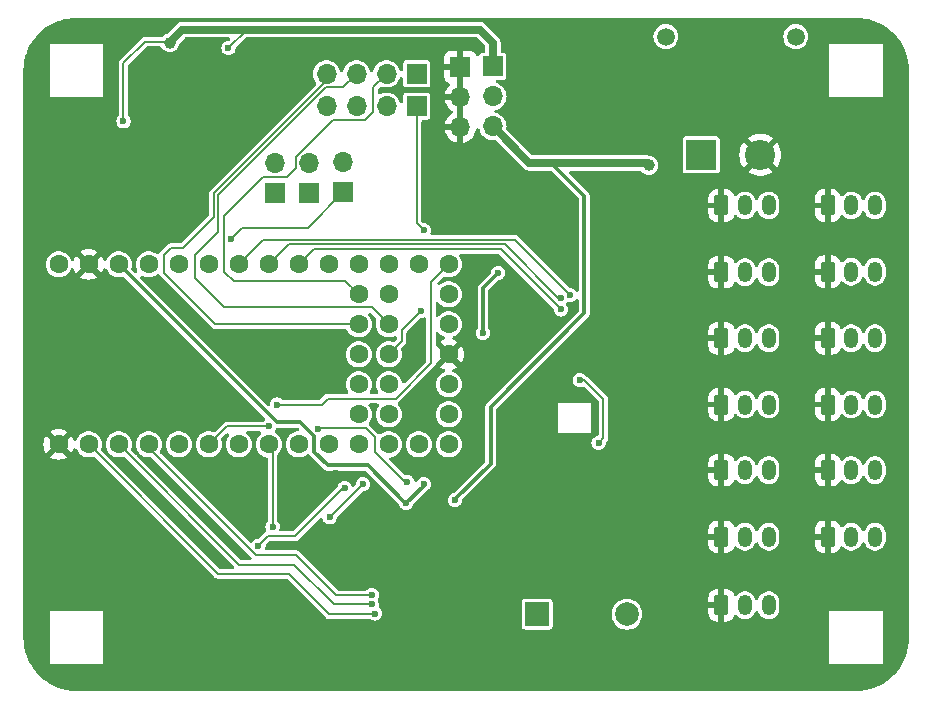
<source format=gbr>
%TF.GenerationSoftware,KiCad,Pcbnew,8.0.8*%
%TF.CreationDate,2025-01-26T21:38:22+07:00*%
%TF.ProjectId,Teensy4.0,5465656e-7379-4342-9e30-2e6b69636164,rev?*%
%TF.SameCoordinates,Original*%
%TF.FileFunction,Copper,L4,Bot*%
%TF.FilePolarity,Positive*%
%FSLAX46Y46*%
G04 Gerber Fmt 4.6, Leading zero omitted, Abs format (unit mm)*
G04 Created by KiCad (PCBNEW 8.0.8) date 2025-01-26 21:38:22*
%MOMM*%
%LPD*%
G01*
G04 APERTURE LIST*
G04 Aperture macros list*
%AMRoundRect*
0 Rectangle with rounded corners*
0 $1 Rounding radius*
0 $2 $3 $4 $5 $6 $7 $8 $9 X,Y pos of 4 corners*
0 Add a 4 corners polygon primitive as box body*
4,1,4,$2,$3,$4,$5,$6,$7,$8,$9,$2,$3,0*
0 Add four circle primitives for the rounded corners*
1,1,$1+$1,$2,$3*
1,1,$1+$1,$4,$5*
1,1,$1+$1,$6,$7*
1,1,$1+$1,$8,$9*
0 Add four rect primitives between the rounded corners*
20,1,$1+$1,$2,$3,$4,$5,0*
20,1,$1+$1,$4,$5,$6,$7,0*
20,1,$1+$1,$6,$7,$8,$9,0*
20,1,$1+$1,$8,$9,$2,$3,0*%
G04 Aperture macros list end*
%TA.AperFunction,ComponentPad*%
%ADD10C,1.600000*%
%TD*%
%TA.AperFunction,ComponentPad*%
%ADD11RoundRect,0.250000X-0.350000X-0.625000X0.350000X-0.625000X0.350000X0.625000X-0.350000X0.625000X0*%
%TD*%
%TA.AperFunction,ComponentPad*%
%ADD12O,1.200000X1.750000*%
%TD*%
%TA.AperFunction,ComponentPad*%
%ADD13R,2.000000X2.000000*%
%TD*%
%TA.AperFunction,ComponentPad*%
%ADD14C,2.000000*%
%TD*%
%TA.AperFunction,ComponentPad*%
%ADD15R,1.700000X1.700000*%
%TD*%
%TA.AperFunction,ComponentPad*%
%ADD16O,1.700000X1.700000*%
%TD*%
%TA.AperFunction,ComponentPad*%
%ADD17C,2.550000*%
%TD*%
%TA.AperFunction,ComponentPad*%
%ADD18R,2.550000X2.550000*%
%TD*%
%TA.AperFunction,ComponentPad*%
%ADD19C,1.508000*%
%TD*%
%TA.AperFunction,ViaPad*%
%ADD20C,1.000000*%
%TD*%
%TA.AperFunction,ViaPad*%
%ADD21C,0.600000*%
%TD*%
%TA.AperFunction,Conductor*%
%ADD22C,0.700000*%
%TD*%
%TA.AperFunction,Conductor*%
%ADD23C,0.200000*%
%TD*%
%TA.AperFunction,Conductor*%
%ADD24C,0.300000*%
%TD*%
G04 APERTURE END LIST*
D10*
%TO.P,U1,1,GND*%
%TO.N,GND*%
X107490000Y-105620000D03*
%TO.P,U1,2,0_RX1_CRX2_CS1*%
%TO.N,/servo_rx*%
X110030000Y-105620000D03*
%TO.P,U1,3,1_TX1_CTX2_MISO1*%
%TO.N,/servo_tx*%
X112570000Y-105620000D03*
%TO.P,U1,4,2_OUT2*%
%TO.N,/servo_dir*%
X115110000Y-105620000D03*
%TO.P,U1,5,3_LRCLK2*%
%TO.N,/button*%
X117650000Y-105620000D03*
%TO.P,U1,6,4_BCLK2*%
%TO.N,/buzzer*%
X120190000Y-105620000D03*
%TO.P,U1,7,5_IN2*%
%TO.N,unconnected-(U1-5_IN2-Pad7)*%
X122730000Y-105620000D03*
%TO.P,U1,8,6_OUT1D*%
%TO.N,/LORA_IRQ*%
X125270000Y-105620000D03*
%TO.P,U1,9,7_RX2_OUT1A*%
%TO.N,/serial_rx2*%
X127810000Y-105620000D03*
%TO.P,U1,10,8_TX2_IN1*%
%TO.N,/serial_tx2*%
X130350000Y-105620000D03*
%TO.P,U1,11,9_OUT1C*%
%TO.N,/LORA_CE*%
X132890000Y-105620000D03*
%TO.P,U1,12,10_CS_MQSR*%
%TO.N,/LORA_CSN*%
X135430000Y-105620000D03*
%TO.P,U1,13,11_MOSI_CTX1*%
%TO.N,/LORA_MOSI*%
X137970000Y-105620000D03*
%TO.P,U1,14,12_MISO_MQSL*%
%TO.N,/LORA_MISO*%
X140510000Y-105620000D03*
%TO.P,U1,15,VBAT*%
%TO.N,unconnected-(U1-VBAT-Pad15)*%
X140510000Y-103080000D03*
%TO.P,U1,16,3V3*%
%TO.N,unconnected-(U1-3V3-Pad16)*%
X140510000Y-100540000D03*
%TO.P,U1,17,GND*%
%TO.N,GND*%
X140510000Y-98000000D03*
%TO.P,U1,18,PROGRAM*%
%TO.N,unconnected-(U1-PROGRAM-Pad18)*%
X140510000Y-95460000D03*
%TO.P,U1,19,ON_OFF*%
%TO.N,unconnected-(U1-ON_OFF-Pad19)*%
X140510000Y-92920000D03*
%TO.P,U1,20,13_SCK_CRX1_LED*%
%TO.N,/LORA_SCK*%
X140510000Y-90380000D03*
%TO.P,U1,21,14_A0_TX3_SPDIF_OUT*%
%TO.N,/serial_tx3*%
X137970000Y-90380000D03*
%TO.P,U1,22,15_A1_RX3_SPDIF_IN*%
%TO.N,/serial_rx3*%
X135430000Y-90380000D03*
%TO.P,U1,23,16_A2_RX4_SCL1*%
%TO.N,/serial_rx4*%
X132890000Y-90380000D03*
%TO.P,U1,24,17_A3_TX4_SDA1*%
%TO.N,/serial_tx4*%
X130350000Y-90380000D03*
%TO.P,U1,25,18_A4_SDA0*%
%TO.N,/SDA*%
X127810000Y-90380000D03*
%TO.P,U1,26,19_A5_SCL0*%
%TO.N,/SCL*%
X125270000Y-90380000D03*
%TO.P,U1,27,20_A6_TX5_LRCLK1*%
%TO.N,/ICM_INT*%
X122730000Y-90380000D03*
%TO.P,U1,28,21_A7_RX5_BCLK1*%
%TO.N,unconnected-(U1-21_A7_RX5_BCLK1-Pad28)*%
X120190000Y-90380000D03*
%TO.P,U1,29,22_A8_CTX1*%
%TO.N,unconnected-(U1-22_A8_CTX1-Pad29)*%
X117650000Y-90380000D03*
%TO.P,U1,30,23_A9_CRX1_MCLK1*%
%TO.N,unconnected-(U1-23_A9_CRX1_MCLK1-Pad30)*%
X115110000Y-90380000D03*
%TO.P,U1,31,3V3*%
%TO.N,+3V3*%
X112570000Y-90380000D03*
%TO.P,U1,32,GND*%
%TO.N,GND*%
X110030000Y-90380000D03*
%TO.P,U1,33,VIN*%
%TO.N,+5V*%
X107490000Y-90380000D03*
%TO.P,U1,35,24_A10_TX6_SCL2*%
%TO.N,Net-(J1-Pin_1)*%
X135430000Y-92920000D03*
%TO.P,U1,36,25_A11_RX6_SDA2*%
%TO.N,Net-(J1-Pin_2)*%
X132890000Y-92920000D03*
%TO.P,U1,37,26_A12_MOSI1*%
%TO.N,Net-(J1-Pin_3)*%
X135430000Y-95460000D03*
%TO.P,U1,38,27_A13_SCK1*%
%TO.N,Net-(J1-Pin_4)*%
X132890000Y-95460000D03*
%TO.P,U1,39,28_RX7*%
%TO.N,Net-(J2-Pin_1)*%
X135430000Y-98000000D03*
%TO.P,U1,40,29_TX7*%
%TO.N,Net-(J2-Pin_2)*%
X132890000Y-98000000D03*
%TO.P,U1,41,30_CRX3*%
%TO.N,Net-(J2-Pin_3)*%
X135430000Y-100540000D03*
%TO.P,U1,42,31_CTX3*%
%TO.N,Net-(J2-Pin_4)*%
X132890000Y-100540000D03*
%TO.P,U1,43,32_OUT1B*%
%TO.N,unconnected-(U1-32_OUT1B-Pad43)*%
X135430000Y-103080000D03*
%TO.P,U1,44,33_MCLK2*%
%TO.N,unconnected-(U1-33_MCLK2-Pad44)*%
X132890000Y-103080000D03*
%TD*%
D11*
%TO.P,servo1,1,Pin_1*%
%TO.N,GND*%
X172600000Y-102250000D03*
D12*
%TO.P,servo1,2,Pin_2*%
%TO.N,VCC*%
X174600000Y-102250000D03*
%TO.P,servo1,3,Pin_3*%
%TO.N,Net-(IC2-A2)*%
X176600000Y-102250000D03*
%TD*%
D13*
%TO.P,BZ1,1,+*%
%TO.N,+5V*%
X148000000Y-120000000D03*
D14*
%TO.P,BZ1,2,-*%
%TO.N,Net-(BZ1--)*%
X155600000Y-120000000D03*
%TD*%
D15*
%TO.P,J1,1,Pin_1*%
%TO.N,Net-(J1-Pin_1)*%
X137790000Y-74250000D03*
D16*
%TO.P,J1,2,Pin_2*%
%TO.N,Net-(J1-Pin_2)*%
X135250000Y-74250000D03*
%TO.P,J1,3,Pin_3*%
%TO.N,Net-(J1-Pin_3)*%
X132710000Y-74250000D03*
%TO.P,J1,4,Pin_4*%
%TO.N,Net-(J1-Pin_4)*%
X130170000Y-74250000D03*
%TD*%
D11*
%TO.P,servo13,1,Pin_1*%
%TO.N,GND*%
X172600000Y-96650000D03*
D12*
%TO.P,servo13,2,Pin_2*%
%TO.N,VCC*%
X174600000Y-96650000D03*
%TO.P,servo13,3,Pin_3*%
%TO.N,Net-(IC2-A2)*%
X176600000Y-96650000D03*
%TD*%
D11*
%TO.P,servo11,1,Pin_1*%
%TO.N,GND*%
X172600000Y-85400000D03*
D12*
%TO.P,servo11,2,Pin_2*%
%TO.N,VCC*%
X174600000Y-85400000D03*
%TO.P,servo11,3,Pin_3*%
%TO.N,Net-(IC2-A2)*%
X176600000Y-85400000D03*
%TD*%
D11*
%TO.P,servo5,1,Pin_1*%
%TO.N,GND*%
X163600000Y-107800000D03*
D12*
%TO.P,servo5,2,Pin_2*%
%TO.N,VCC*%
X165600000Y-107800000D03*
%TO.P,servo5,3,Pin_3*%
%TO.N,Net-(IC2-A2)*%
X167600000Y-107800000D03*
%TD*%
D11*
%TO.P,servo4,1,Pin_1*%
%TO.N,GND*%
X163600000Y-119250000D03*
D12*
%TO.P,servo4,2,Pin_2*%
%TO.N,VCC*%
X165600000Y-119250000D03*
%TO.P,servo4,3,Pin_3*%
%TO.N,Net-(IC2-A2)*%
X167600000Y-119250000D03*
%TD*%
D15*
%TO.P,5V,1,Pin_1*%
%TO.N,+5V*%
X144250000Y-73630000D03*
D16*
%TO.P,5V,2,Pin_2*%
X144250000Y-76170000D03*
%TO.P,5V,3,Pin_3*%
X144250000Y-78710000D03*
%TD*%
D11*
%TO.P,servo2,1,Pin_1*%
%TO.N,GND*%
X163600000Y-113450000D03*
D12*
%TO.P,servo2,2,Pin_2*%
%TO.N,VCC*%
X165600000Y-113450000D03*
%TO.P,servo2,3,Pin_3*%
%TO.N,Net-(IC2-A2)*%
X167600000Y-113450000D03*
%TD*%
D15*
%TO.P,S4,1,Pin_1*%
%TO.N,/serial_rx4*%
X125800000Y-84300000D03*
D16*
%TO.P,S4,2,Pin_2*%
%TO.N,/serial_tx4*%
X125800000Y-81760000D03*
%TD*%
D11*
%TO.P,servo10,1,Pin_1*%
%TO.N,GND*%
X163600000Y-102250000D03*
D12*
%TO.P,servo10,2,Pin_2*%
%TO.N,VCC*%
X165600000Y-102250000D03*
%TO.P,servo10,3,Pin_3*%
%TO.N,Net-(IC2-A2)*%
X167600000Y-102250000D03*
%TD*%
D15*
%TO.P,S2,1,Pin_1*%
%TO.N,/serial_rx2*%
X131600000Y-84275000D03*
D16*
%TO.P,S2,2,Pin_2*%
%TO.N,/serial_tx2*%
X131600000Y-81735000D03*
%TD*%
D11*
%TO.P,servo3,1,Pin_1*%
%TO.N,GND*%
X163600000Y-96650000D03*
D12*
%TO.P,servo3,2,Pin_2*%
%TO.N,VCC*%
X165600000Y-96650000D03*
%TO.P,servo3,3,Pin_3*%
%TO.N,Net-(IC2-A2)*%
X167600000Y-96650000D03*
%TD*%
D11*
%TO.P,servo9,1,Pin_1*%
%TO.N,GND*%
X172600000Y-91000000D03*
D12*
%TO.P,servo9,2,Pin_2*%
%TO.N,VCC*%
X174600000Y-91000000D03*
%TO.P,servo9,3,Pin_3*%
%TO.N,Net-(IC2-A2)*%
X176600000Y-91000000D03*
%TD*%
D15*
%TO.P,J2,1,Pin_1*%
%TO.N,Net-(J2-Pin_1)*%
X137790000Y-77000000D03*
D16*
%TO.P,J2,2,Pin_2*%
%TO.N,Net-(J2-Pin_2)*%
X135250000Y-77000000D03*
%TO.P,J2,3,Pin_3*%
%TO.N,Net-(J2-Pin_3)*%
X132710000Y-77000000D03*
%TO.P,J2,4,Pin_4*%
%TO.N,Net-(J2-Pin_4)*%
X130170000Y-77000000D03*
%TD*%
D15*
%TO.P,S3,1,Pin_1*%
%TO.N,/serial_rx3*%
X128700000Y-84300000D03*
D16*
%TO.P,S3,2,Pin_2*%
%TO.N,/serial_tx3*%
X128700000Y-81760000D03*
%TD*%
D17*
%TO.P,Main Power,N,N*%
%TO.N,GND*%
X166900000Y-81105750D03*
D18*
%TO.P,Main Power,P,P*%
%TO.N,VCC*%
X161900000Y-81105750D03*
D19*
%TO.P,Main Power,S1*%
%TO.N,N/C*%
X169900000Y-71105750D03*
%TO.P,Main Power,S2*%
X158900000Y-71105750D03*
%TD*%
D11*
%TO.P,servo12,1,Pin_1*%
%TO.N,GND*%
X163600000Y-91050000D03*
D12*
%TO.P,servo12,2,Pin_2*%
%TO.N,VCC*%
X165600000Y-91050000D03*
%TO.P,servo12,3,Pin_3*%
%TO.N,Net-(IC2-A2)*%
X167600000Y-91050000D03*
%TD*%
D11*
%TO.P,servo8,1,Pin_1*%
%TO.N,GND*%
X172600000Y-113450000D03*
D12*
%TO.P,servo8,2,Pin_2*%
%TO.N,VCC*%
X174600000Y-113450000D03*
%TO.P,servo8,3,Pin_3*%
%TO.N,Net-(IC2-A2)*%
X176600000Y-113450000D03*
%TD*%
D11*
%TO.P,servo6,1,Pin_1*%
%TO.N,GND*%
X163600000Y-85400000D03*
D12*
%TO.P,servo6,2,Pin_2*%
%TO.N,VCC*%
X165600000Y-85400000D03*
%TO.P,servo6,3,Pin_3*%
%TO.N,Net-(IC2-A2)*%
X167600000Y-85400000D03*
%TD*%
D11*
%TO.P,servo7,1,Pin_1*%
%TO.N,GND*%
X172600000Y-107800000D03*
D12*
%TO.P,servo7,2,Pin_2*%
%TO.N,VCC*%
X174600000Y-107800000D03*
%TO.P,servo7,3,Pin_3*%
%TO.N,Net-(IC2-A2)*%
X176600000Y-107800000D03*
%TD*%
D15*
%TO.P,GND,1,Pin_1*%
%TO.N,GND*%
X141500000Y-73670000D03*
D16*
%TO.P,GND,2,Pin_2*%
X141500000Y-76210000D03*
%TO.P,GND,3,Pin_3*%
X141500000Y-78750000D03*
%TD*%
D20*
%TO.N,+5V*%
X157461715Y-82005718D03*
D21*
X141025000Y-110350000D03*
X121864000Y-72080000D03*
D20*
X116900000Y-71625002D03*
D21*
X112973718Y-78273718D03*
D20*
%TO.N,GND*%
X169750000Y-74500000D03*
D21*
X122000000Y-80500000D03*
X148800000Y-94200000D03*
X143250000Y-110750000D03*
X138000000Y-97250000D03*
X142500000Y-83500000D03*
D20*
X120586890Y-75413110D03*
X112268000Y-82042000D03*
D21*
X131000000Y-108050000D03*
D20*
X138587499Y-119031000D03*
X149000000Y-88500000D03*
D21*
X107500000Y-108000000D03*
X154900000Y-112100000D03*
D20*
X151178000Y-97422000D03*
X120750000Y-102250000D03*
X112500000Y-71000000D03*
X111000000Y-116750000D03*
X158800000Y-91400000D03*
X136500000Y-124000000D03*
X167300000Y-125100000D03*
D21*
X122936000Y-72644000D03*
D20*
X106500000Y-78000000D03*
X175100000Y-80800000D03*
D21*
X134400000Y-113000000D03*
X114500000Y-79750000D03*
D20*
X149000000Y-84000000D03*
D21*
X135600500Y-120762000D03*
D20*
X107000000Y-100750000D03*
X146100000Y-106700000D03*
D21*
X108966000Y-104140000D03*
D20*
X147500000Y-77500000D03*
D21*
X148500000Y-101750000D03*
D20*
X112400000Y-125800000D03*
X159900000Y-105300000D03*
X110200000Y-109000000D03*
X178250000Y-77750000D03*
D21*
X158000000Y-101500000D03*
X116200000Y-110600000D03*
X114400000Y-111400000D03*
X138600000Y-117200000D03*
X138750000Y-100500000D03*
X142800000Y-115200000D03*
X121000000Y-81250000D03*
D20*
X151900000Y-119000000D03*
X105250000Y-119000000D03*
X145500000Y-92500000D03*
X155900000Y-70800000D03*
X107700000Y-95100000D03*
X126492000Y-75692000D03*
D21*
X149250000Y-112250000D03*
X120211218Y-71625002D03*
D20*
X178500000Y-118000000D03*
X164400000Y-72900000D03*
X159000000Y-123000000D03*
D21*
X121250000Y-78000000D03*
X110490000Y-88392000D03*
D20*
X118200000Y-78700000D03*
X159000000Y-116200000D03*
D21*
%TO.N,+3V3*%
X138400000Y-109000000D03*
X136906000Y-110600000D03*
%TO.N,+1V8*%
X143400000Y-96200000D03*
X144700000Y-91100000D03*
%TO.N,Net-(J2-Pin_1)*%
X138400000Y-87500000D03*
X138200000Y-94300000D03*
%TO.N,/SDA*%
X150000000Y-94200000D03*
%TO.N,/SCL*%
X150000000Y-93200000D03*
%TO.N,/buzzer*%
X129422527Y-104303287D03*
X125302818Y-104097182D03*
X137000000Y-108800000D03*
%TO.N,/serial_rx2*%
X122100000Y-88250000D03*
%TO.N,/LORA_CSN*%
X133250000Y-109000000D03*
X130424265Y-111800000D03*
%TO.N,/servo_tx*%
X134000000Y-119181250D03*
%TO.N,/LORA_SCK*%
X126000000Y-102250000D03*
%TO.N,/servo_dir*%
X134000000Y-118381247D03*
%TO.N,/servo_rx*%
X134255515Y-119944485D03*
%TO.N,/LORA_CE*%
X124400000Y-114200000D03*
X131700000Y-109300000D03*
%TO.N,/LORA_IRQ*%
X125600000Y-112600000D03*
%TO.N,/ICM_INT*%
X150800000Y-93000000D03*
%TO.N,/INT_1V8*%
X153200000Y-105500000D03*
X151600000Y-100200000D03*
%TD*%
D22*
%TO.N,+5V*%
X144250000Y-71606000D02*
X143144000Y-70500000D01*
D23*
X112973718Y-78273718D02*
X112973718Y-73325002D01*
X121864000Y-72080000D02*
X123444000Y-70500000D01*
D22*
X157461715Y-82005718D02*
X157255997Y-81800000D01*
X157255997Y-81800000D02*
X149200000Y-81800000D01*
X143144000Y-70500000D02*
X123444000Y-70500000D01*
D23*
X112973718Y-73325002D02*
X114773718Y-71525002D01*
D22*
X149200000Y-81800000D02*
X147340000Y-81800000D01*
D23*
X114773718Y-71525002D02*
X116900000Y-71525002D01*
D22*
X117925002Y-70500000D02*
X116900000Y-71525002D01*
X123444000Y-70500000D02*
X117925002Y-70500000D01*
X147340000Y-81800000D02*
X144250000Y-78710000D01*
X144250000Y-73630000D02*
X144250000Y-71606000D01*
D24*
X152000000Y-84600000D02*
X149200000Y-81800000D01*
X152000000Y-94500000D02*
X152000000Y-84600000D01*
X144050000Y-102450000D02*
X152000000Y-94500000D01*
X144050000Y-107250000D02*
X144050000Y-102450000D01*
X141025000Y-110275000D02*
X144050000Y-107250000D01*
X141025000Y-110350000D02*
X141025000Y-110275000D01*
%TO.N,+3V3*%
X129100000Y-104900000D02*
X127950000Y-103750000D01*
X138400000Y-109000000D02*
X138400000Y-109125000D01*
X130263654Y-107400000D02*
X129100000Y-106236346D01*
X136906000Y-110600000D02*
X136850000Y-110600000D01*
X136850000Y-110600000D02*
X133650000Y-107400000D01*
X136925000Y-110600000D02*
X136906000Y-110600000D01*
X129100000Y-106236346D02*
X129100000Y-104900000D01*
X127950000Y-103750000D02*
X125940000Y-103750000D01*
X125940000Y-103750000D02*
X112570000Y-90380000D01*
X133650000Y-107400000D02*
X130263654Y-107400000D01*
X138400000Y-109125000D02*
X136925000Y-110600000D01*
%TO.N,+1V8*%
X143400000Y-96200000D02*
X143400000Y-92400000D01*
X143400000Y-92400000D02*
X144700000Y-91100000D01*
D23*
%TO.N,Net-(J1-Pin_4)*%
X118000000Y-89000000D02*
X120600000Y-86400000D01*
X116400000Y-89600000D02*
X117000000Y-89000000D01*
X116400000Y-91100000D02*
X116400000Y-89600000D01*
X120760000Y-95460000D02*
X116400000Y-91100000D01*
X120600000Y-84377968D02*
X130170000Y-74807968D01*
X117000000Y-89000000D02*
X118000000Y-89000000D01*
X130170000Y-74807968D02*
X130170000Y-74250000D01*
X120600000Y-86400000D02*
X120600000Y-84377968D01*
X132890000Y-95460000D02*
X120760000Y-95460000D01*
%TO.N,Net-(J1-Pin_2)*%
X134100000Y-77476346D02*
X134100000Y-75400000D01*
X130683654Y-78150000D02*
X133426346Y-78150000D01*
X121500000Y-91000000D02*
X121500000Y-86250000D01*
X124750000Y-83000000D02*
X126786346Y-83000000D01*
X133426346Y-78150000D02*
X134100000Y-77476346D01*
X132890000Y-92920000D02*
X131770000Y-91800000D01*
X127550000Y-81283654D02*
X130683654Y-78150000D01*
X121500000Y-86250000D02*
X124750000Y-83000000D01*
X131770000Y-91800000D02*
X122300000Y-91800000D01*
X134100000Y-75400000D02*
X135250000Y-74250000D01*
X122300000Y-91800000D02*
X121500000Y-91000000D01*
X127550000Y-82236346D02*
X127550000Y-81283654D01*
X126786346Y-83000000D02*
X127550000Y-82236346D01*
%TO.N,Net-(J1-Pin_3)*%
X135430000Y-95460000D02*
X133990000Y-94020000D01*
X119000000Y-89625000D02*
X121000000Y-87625000D01*
X133990000Y-94020000D02*
X121520000Y-94020000D01*
X121000000Y-87625000D02*
X121000000Y-84543654D01*
X121000000Y-84543654D02*
X130143654Y-75400000D01*
X121520000Y-94020000D02*
X119000000Y-91500000D01*
X119000000Y-91500000D02*
X119000000Y-89625000D01*
X130143654Y-75400000D02*
X131560000Y-75400000D01*
X131560000Y-75400000D02*
X132710000Y-74250000D01*
%TO.N,Net-(J2-Pin_1)*%
X135430000Y-98000000D02*
X136530000Y-96900000D01*
X137790000Y-86890000D02*
X137790000Y-77000000D01*
X136530000Y-96900000D02*
X136530000Y-95970000D01*
X138400000Y-87500000D02*
X137790000Y-86890000D01*
X136530000Y-95970000D02*
X138200000Y-94300000D01*
%TO.N,/SDA*%
X127810000Y-90380000D02*
X129090000Y-89100000D01*
X129090000Y-89100000D02*
X144900000Y-89100000D01*
X144900000Y-89100000D02*
X150000000Y-94200000D01*
%TO.N,/SCL*%
X150000000Y-93200000D02*
X149800000Y-93200000D01*
X145300000Y-88700000D02*
X126950000Y-88700000D01*
X126950000Y-88700000D02*
X125270000Y-90380000D01*
X149800000Y-93200000D02*
X145300000Y-88700000D01*
%TO.N,/buzzer*%
X129422527Y-104303287D02*
X129475814Y-104250000D01*
X129475814Y-104250000D02*
X133500000Y-104250000D01*
X134250000Y-106250000D02*
X136800000Y-108800000D01*
X125302818Y-104097182D02*
X121712818Y-104097182D01*
X136800000Y-108800000D02*
X137000000Y-108800000D01*
X133500000Y-104250000D02*
X134250000Y-105000000D01*
X121712818Y-104097182D02*
X120190000Y-105620000D01*
X134250000Y-105000000D02*
X134250000Y-106250000D01*
%TO.N,/serial_rx2*%
X122100000Y-88250000D02*
X123050000Y-87300000D01*
X128575000Y-87300000D02*
X131600000Y-84275000D01*
X123050000Y-87300000D02*
X128575000Y-87300000D01*
%TO.N,/LORA_CSN*%
X130424265Y-111800000D02*
X130450000Y-111800000D01*
X130450000Y-111800000D02*
X133250000Y-109000000D01*
%TO.N,/servo_tx*%
X134000000Y-119181250D02*
X130781250Y-119181250D01*
X122750000Y-115800000D02*
X112570000Y-105620000D01*
X127400000Y-115800000D02*
X122750000Y-115800000D01*
X130781250Y-119181250D02*
X127400000Y-115800000D01*
%TO.N,/LORA_SCK*%
X139000000Y-91890000D02*
X140510000Y-90380000D01*
X136012818Y-101750000D02*
X139000000Y-98762818D01*
X126000000Y-102250000D02*
X129750000Y-102250000D01*
X130250000Y-101750000D02*
X136012818Y-101750000D01*
X129750000Y-102250000D02*
X130250000Y-101750000D01*
X139000000Y-98762818D02*
X139000000Y-91890000D01*
%TO.N,/servo_dir*%
X133981247Y-118400000D02*
X131000000Y-118400000D01*
X131000000Y-118400000D02*
X127600000Y-115000000D01*
X127600000Y-115000000D02*
X124200000Y-115000000D01*
X134000000Y-118381247D02*
X133981247Y-118400000D01*
X115110000Y-105910000D02*
X115110000Y-105620000D01*
X124200000Y-115000000D02*
X115110000Y-105910000D01*
%TO.N,/servo_rx*%
X110030000Y-105630000D02*
X110030000Y-105620000D01*
X134255515Y-119944485D02*
X134200000Y-120000000D01*
X130400000Y-120000000D02*
X127000000Y-116600000D01*
X134200000Y-120000000D02*
X130400000Y-120000000D01*
X121000000Y-116600000D02*
X110030000Y-105630000D01*
X127000000Y-116600000D02*
X121000000Y-116600000D01*
%TO.N,/LORA_CE*%
X127500000Y-113400000D02*
X131600000Y-109300000D01*
X131600000Y-109300000D02*
X131700000Y-109300000D01*
X125200000Y-113400000D02*
X127500000Y-113400000D01*
X124400000Y-114200000D02*
X125200000Y-113400000D01*
%TO.N,/LORA_IRQ*%
X125600000Y-112600000D02*
X125600000Y-105950000D01*
X125600000Y-105950000D02*
X125270000Y-105620000D01*
%TO.N,/ICM_INT*%
X150800000Y-93000000D02*
X146100000Y-88300000D01*
X146100000Y-88300000D02*
X124810000Y-88300000D01*
X124810000Y-88300000D02*
X122730000Y-90380000D01*
%TO.N,/INT_1V8*%
X153200000Y-105500000D02*
X153600000Y-105100000D01*
X153600000Y-101802000D02*
X151998000Y-100200000D01*
X151998000Y-100200000D02*
X151600000Y-100200000D01*
X153600000Y-105100000D02*
X153600000Y-101802000D01*
%TD*%
%TA.AperFunction,Conductor*%
%TO.N,GND*%
G36*
X115951833Y-91202533D02*
G01*
X116016776Y-91244140D01*
X116035702Y-91270021D01*
X116079515Y-91345906D01*
X116079518Y-91345910D01*
X116079520Y-91345913D01*
X120514087Y-95780480D01*
X120514089Y-95780481D01*
X120514093Y-95780484D01*
X120605408Y-95833205D01*
X120605409Y-95833205D01*
X120605412Y-95833207D01*
X120707273Y-95860500D01*
X131767783Y-95860500D01*
X131842283Y-95880462D01*
X131896821Y-95935000D01*
X131901162Y-95943085D01*
X131950325Y-96041819D01*
X132021366Y-96135892D01*
X132073236Y-96204579D01*
X132162889Y-96286308D01*
X132223958Y-96341980D01*
X132223963Y-96341984D01*
X132397356Y-96449344D01*
X132397367Y-96449350D01*
X132452319Y-96470638D01*
X132587544Y-96523024D01*
X132788024Y-96560500D01*
X132788027Y-96560500D01*
X132991973Y-96560500D01*
X132991976Y-96560500D01*
X133192456Y-96523024D01*
X133382637Y-96449348D01*
X133556041Y-96341981D01*
X133706764Y-96204579D01*
X133829673Y-96041821D01*
X133920582Y-95859250D01*
X133976397Y-95663083D01*
X133990665Y-95509105D01*
X133995215Y-95460004D01*
X133995215Y-95459995D01*
X133979045Y-95285492D01*
X133976397Y-95256917D01*
X133920582Y-95060750D01*
X133829673Y-94878179D01*
X133728817Y-94744624D01*
X133699853Y-94673145D01*
X133710509Y-94596757D01*
X133757931Y-94535930D01*
X133829414Y-94506964D01*
X133905802Y-94517620D01*
X133953083Y-94549476D01*
X134351886Y-94948279D01*
X134390450Y-95015074D01*
X134390450Y-95092202D01*
X134389839Y-95094414D01*
X134343602Y-95256921D01*
X134324785Y-95459995D01*
X134324785Y-95460004D01*
X134343602Y-95663078D01*
X134343602Y-95663080D01*
X134343603Y-95663083D01*
X134355780Y-95705879D01*
X134399416Y-95859245D01*
X134399417Y-95859247D01*
X134399418Y-95859250D01*
X134437137Y-95935000D01*
X134490328Y-96041823D01*
X134561366Y-96135892D01*
X134613236Y-96204579D01*
X134702889Y-96286308D01*
X134763958Y-96341980D01*
X134763963Y-96341984D01*
X134937356Y-96449344D01*
X134937367Y-96449350D01*
X134992319Y-96470638D01*
X135127544Y-96523024D01*
X135328024Y-96560500D01*
X135328027Y-96560500D01*
X135531973Y-96560500D01*
X135531976Y-96560500D01*
X135732456Y-96523024D01*
X135922637Y-96449348D01*
X135922639Y-96449346D01*
X135926675Y-96447783D01*
X136003355Y-96439484D01*
X136073911Y-96470638D01*
X136119438Y-96532896D01*
X136129500Y-96586721D01*
X136129500Y-96672388D01*
X136109538Y-96746888D01*
X136085859Y-96777747D01*
X135941063Y-96922542D01*
X135874268Y-96961106D01*
X135797139Y-96961106D01*
X135781882Y-96956122D01*
X135732464Y-96936978D01*
X135732457Y-96936976D01*
X135732456Y-96936976D01*
X135692360Y-96929480D01*
X135531980Y-96899500D01*
X135531976Y-96899500D01*
X135328024Y-96899500D01*
X135328019Y-96899500D01*
X135127544Y-96936976D01*
X135127537Y-96936978D01*
X134937367Y-97010649D01*
X134937356Y-97010655D01*
X134763963Y-97118015D01*
X134763958Y-97118019D01*
X134613234Y-97255423D01*
X134490328Y-97418176D01*
X134399416Y-97600754D01*
X134343602Y-97796921D01*
X134324785Y-97999995D01*
X134324785Y-98000004D01*
X134343602Y-98203078D01*
X134343602Y-98203080D01*
X134343603Y-98203083D01*
X134350296Y-98226606D01*
X134399416Y-98399245D01*
X134399417Y-98399247D01*
X134399418Y-98399250D01*
X134467116Y-98535206D01*
X134490328Y-98581823D01*
X134543689Y-98652484D01*
X134613236Y-98744579D01*
X134763958Y-98881980D01*
X134763963Y-98881984D01*
X134937356Y-98989344D01*
X134937367Y-98989350D01*
X135053332Y-99034274D01*
X135127544Y-99063024D01*
X135328024Y-99100500D01*
X135328027Y-99100500D01*
X135531973Y-99100500D01*
X135531976Y-99100500D01*
X135732456Y-99063024D01*
X135922637Y-98989348D01*
X136096041Y-98881981D01*
X136246764Y-98744579D01*
X136369673Y-98581821D01*
X136460582Y-98399250D01*
X136516397Y-98203083D01*
X136526851Y-98090259D01*
X136535215Y-98000004D01*
X136535215Y-97999995D01*
X136524760Y-97887176D01*
X136516397Y-97796917D01*
X136470159Y-97634412D01*
X136468972Y-97557294D01*
X136506503Y-97489913D01*
X136508037Y-97488354D01*
X136850480Y-97145913D01*
X136903207Y-97054588D01*
X136930500Y-96952727D01*
X136930500Y-96847273D01*
X136930500Y-96197610D01*
X136950462Y-96123110D01*
X136974141Y-96092251D01*
X137509733Y-95556659D01*
X138118990Y-94947401D01*
X138185783Y-94908839D01*
X138204899Y-94905037D01*
X138356756Y-94885045D01*
X138356756Y-94885044D01*
X138356762Y-94885044D01*
X138393483Y-94869833D01*
X138469947Y-94859767D01*
X138541204Y-94889282D01*
X138588158Y-94950471D01*
X138599500Y-95007492D01*
X138599500Y-98535206D01*
X138579538Y-98609706D01*
X138555859Y-98640565D01*
X136769931Y-100426492D01*
X136703136Y-100465056D01*
X136626008Y-100465056D01*
X136559213Y-100426492D01*
X136520649Y-100359697D01*
X136517782Y-100343670D01*
X136517664Y-100343693D01*
X136516397Y-100336921D01*
X136516397Y-100336917D01*
X136460582Y-100140750D01*
X136369673Y-99958179D01*
X136246764Y-99795421D01*
X136096041Y-99658019D01*
X136096036Y-99658015D01*
X135922643Y-99550655D01*
X135922632Y-99550649D01*
X135732462Y-99476978D01*
X135732458Y-99476977D01*
X135732456Y-99476976D01*
X135692360Y-99469480D01*
X135531980Y-99439500D01*
X135531976Y-99439500D01*
X135328024Y-99439500D01*
X135328019Y-99439500D01*
X135127544Y-99476976D01*
X135127537Y-99476978D01*
X134937367Y-99550649D01*
X134937356Y-99550655D01*
X134763963Y-99658015D01*
X134763958Y-99658019D01*
X134613234Y-99795423D01*
X134490328Y-99958176D01*
X134399416Y-100140754D01*
X134343602Y-100336921D01*
X134324785Y-100539995D01*
X134324785Y-100540004D01*
X134343602Y-100743078D01*
X134343602Y-100743080D01*
X134343603Y-100743083D01*
X134361414Y-100805682D01*
X134399416Y-100939245D01*
X134399417Y-100939247D01*
X134399418Y-100939250D01*
X134490327Y-101121821D01*
X134490329Y-101121823D01*
X134490474Y-101122057D01*
X134490518Y-101122203D01*
X134493398Y-101127987D01*
X134492408Y-101128479D01*
X134512723Y-101195907D01*
X134495067Y-101270987D01*
X134442237Y-101327180D01*
X134368387Y-101349429D01*
X134363794Y-101349500D01*
X133956206Y-101349500D01*
X133881706Y-101329538D01*
X133827168Y-101275000D01*
X133807206Y-101200500D01*
X133826631Y-101128001D01*
X133826602Y-101127987D01*
X133826674Y-101127840D01*
X133827168Y-101126000D01*
X133829526Y-101122057D01*
X133829661Y-101121836D01*
X133829673Y-101121821D01*
X133920582Y-100939250D01*
X133976397Y-100743083D01*
X133995215Y-100540000D01*
X133976397Y-100336917D01*
X133920582Y-100140750D01*
X133829673Y-99958179D01*
X133706764Y-99795421D01*
X133556041Y-99658019D01*
X133556036Y-99658015D01*
X133382643Y-99550655D01*
X133382632Y-99550649D01*
X133192462Y-99476978D01*
X133192458Y-99476977D01*
X133192456Y-99476976D01*
X133152360Y-99469480D01*
X132991980Y-99439500D01*
X132991976Y-99439500D01*
X132788024Y-99439500D01*
X132788019Y-99439500D01*
X132587544Y-99476976D01*
X132587537Y-99476978D01*
X132397367Y-99550649D01*
X132397356Y-99550655D01*
X132223963Y-99658015D01*
X132223958Y-99658019D01*
X132073234Y-99795423D01*
X131950328Y-99958176D01*
X131859416Y-100140754D01*
X131803602Y-100336921D01*
X131784785Y-100539995D01*
X131784785Y-100540004D01*
X131803602Y-100743078D01*
X131803602Y-100743080D01*
X131803603Y-100743083D01*
X131821414Y-100805682D01*
X131859416Y-100939245D01*
X131859417Y-100939247D01*
X131859418Y-100939250D01*
X131950327Y-101121821D01*
X131950329Y-101121823D01*
X131950474Y-101122057D01*
X131950518Y-101122203D01*
X131953398Y-101127987D01*
X131952408Y-101128479D01*
X131972723Y-101195907D01*
X131955067Y-101270987D01*
X131902237Y-101327180D01*
X131828387Y-101349429D01*
X131823794Y-101349500D01*
X130197270Y-101349500D01*
X130095412Y-101376793D01*
X130053546Y-101400965D01*
X130004086Y-101429520D01*
X129627748Y-101805859D01*
X129560953Y-101844423D01*
X129522389Y-101849500D01*
X126515067Y-101849500D01*
X126440567Y-101829538D01*
X126424362Y-101818710D01*
X126302840Y-101725463D01*
X126222944Y-101692369D01*
X126156762Y-101664956D01*
X126156760Y-101664955D01*
X126156756Y-101664954D01*
X126156759Y-101664954D01*
X126000003Y-101644318D01*
X125999997Y-101644318D01*
X125843242Y-101664954D01*
X125697159Y-101725463D01*
X125571718Y-101821717D01*
X125571717Y-101821718D01*
X125475463Y-101947159D01*
X125414954Y-102093242D01*
X125396851Y-102230753D01*
X125367336Y-102302010D01*
X125306146Y-102348963D01*
X125229678Y-102359030D01*
X125158421Y-102329515D01*
X125143767Y-102316664D01*
X120827098Y-97999995D01*
X131784785Y-97999995D01*
X131784785Y-98000004D01*
X131803602Y-98203078D01*
X131803602Y-98203080D01*
X131803603Y-98203083D01*
X131810296Y-98226606D01*
X131859416Y-98399245D01*
X131859417Y-98399247D01*
X131859418Y-98399250D01*
X131927116Y-98535206D01*
X131950328Y-98581823D01*
X132003689Y-98652484D01*
X132073236Y-98744579D01*
X132223958Y-98881980D01*
X132223963Y-98881984D01*
X132397356Y-98989344D01*
X132397367Y-98989350D01*
X132513332Y-99034274D01*
X132587544Y-99063024D01*
X132788024Y-99100500D01*
X132788027Y-99100500D01*
X132991973Y-99100500D01*
X132991976Y-99100500D01*
X133192456Y-99063024D01*
X133382637Y-98989348D01*
X133556041Y-98881981D01*
X133706764Y-98744579D01*
X133829673Y-98581821D01*
X133920582Y-98399250D01*
X133976397Y-98203083D01*
X133986851Y-98090259D01*
X133995215Y-98000004D01*
X133995215Y-97999995D01*
X133984760Y-97887176D01*
X133976397Y-97796917D01*
X133920582Y-97600750D01*
X133829673Y-97418179D01*
X133706764Y-97255421D01*
X133556041Y-97118019D01*
X133556036Y-97118015D01*
X133382643Y-97010655D01*
X133382632Y-97010649D01*
X133192462Y-96936978D01*
X133192458Y-96936977D01*
X133192456Y-96936976D01*
X133152360Y-96929480D01*
X132991980Y-96899500D01*
X132991976Y-96899500D01*
X132788024Y-96899500D01*
X132788019Y-96899500D01*
X132587544Y-96936976D01*
X132587537Y-96936978D01*
X132397367Y-97010649D01*
X132397356Y-97010655D01*
X132223963Y-97118015D01*
X132223958Y-97118019D01*
X132073234Y-97255423D01*
X131950328Y-97418176D01*
X131859416Y-97600754D01*
X131803602Y-97796921D01*
X131784785Y-97999995D01*
X120827098Y-97999995D01*
X114420243Y-91593140D01*
X114381679Y-91526345D01*
X114381679Y-91449217D01*
X114420243Y-91382422D01*
X114487038Y-91343858D01*
X114564166Y-91343858D01*
X114604036Y-91361096D01*
X114617363Y-91369348D01*
X114617365Y-91369348D01*
X114617367Y-91369350D01*
X114703816Y-91402840D01*
X114807544Y-91443024D01*
X115008024Y-91480500D01*
X115008027Y-91480500D01*
X115211973Y-91480500D01*
X115211976Y-91480500D01*
X115412456Y-91443024D01*
X115588047Y-91375000D01*
X115602632Y-91369350D01*
X115602632Y-91369349D01*
X115602637Y-91369348D01*
X115776041Y-91261981D01*
X115806285Y-91234409D01*
X115874787Y-91198972D01*
X115951833Y-91202533D01*
G37*
%TD.AperFunction*%
%TA.AperFunction,Conductor*%
G36*
X139624000Y-96132451D02*
G01*
X139668404Y-96171696D01*
X139693236Y-96204579D01*
X139782889Y-96286308D01*
X139843958Y-96341980D01*
X139843963Y-96341984D01*
X140017356Y-96449344D01*
X140017358Y-96449345D01*
X140017363Y-96449348D01*
X140105901Y-96483647D01*
X140168157Y-96529173D01*
X140199311Y-96599729D01*
X140191013Y-96676410D01*
X140145486Y-96738668D01*
X140090640Y-96766507D01*
X140063682Y-96773730D01*
X140063674Y-96773733D01*
X139857522Y-96869862D01*
X139857517Y-96869865D01*
X139784527Y-96920974D01*
X140339765Y-97476212D01*
X140297708Y-97487482D01*
X140172292Y-97559890D01*
X140069890Y-97662292D01*
X139997482Y-97787708D01*
X139986212Y-97829766D01*
X139444141Y-97287695D01*
X139405577Y-97220900D01*
X139400500Y-97182336D01*
X139400500Y-96261489D01*
X139420462Y-96186989D01*
X139475000Y-96132451D01*
X139549500Y-96112489D01*
X139624000Y-96132451D01*
G37*
%TD.AperFunction*%
%TA.AperFunction,Conductor*%
G36*
X141750000Y-78316988D02*
G01*
X141692993Y-78284075D01*
X141565826Y-78250000D01*
X141434174Y-78250000D01*
X141307007Y-78284075D01*
X141250000Y-78316988D01*
X141250000Y-76643012D01*
X141307007Y-76675925D01*
X141434174Y-76710000D01*
X141565826Y-76710000D01*
X141692993Y-76675925D01*
X141750000Y-76643012D01*
X141750000Y-78316988D01*
G37*
%TD.AperFunction*%
%TA.AperFunction,Conductor*%
G36*
X141750000Y-75776988D02*
G01*
X141692993Y-75744075D01*
X141565826Y-75710000D01*
X141434174Y-75710000D01*
X141307007Y-75744075D01*
X141250000Y-75776988D01*
X141250000Y-74103012D01*
X141307007Y-74135925D01*
X141434174Y-74170000D01*
X141565826Y-74170000D01*
X141692993Y-74135925D01*
X141750000Y-74103012D01*
X141750000Y-75776988D01*
G37*
%TD.AperFunction*%
%TA.AperFunction,Conductor*%
G36*
X175003252Y-69500642D02*
G01*
X175385661Y-69517338D01*
X175398605Y-69518470D01*
X175774894Y-69568010D01*
X175787659Y-69570261D01*
X176158203Y-69652408D01*
X176170756Y-69655772D01*
X176532716Y-69769897D01*
X176544931Y-69774343D01*
X176895555Y-69919576D01*
X176907336Y-69925069D01*
X177243991Y-70100321D01*
X177255230Y-70106810D01*
X177575339Y-70310741D01*
X177585953Y-70318174D01*
X177887071Y-70549229D01*
X177897013Y-70557572D01*
X178027176Y-70676845D01*
X178176830Y-70813978D01*
X178186021Y-70823169D01*
X178255537Y-70899032D01*
X178440354Y-71100724D01*
X178442420Y-71102978D01*
X178450771Y-71112931D01*
X178674778Y-71404861D01*
X178681819Y-71414037D01*
X178689261Y-71424665D01*
X178893184Y-71744762D01*
X178899678Y-71756008D01*
X179074930Y-72092663D01*
X179080423Y-72104444D01*
X179225656Y-72455068D01*
X179230102Y-72467283D01*
X179344227Y-72829243D01*
X179347591Y-72841798D01*
X179400198Y-73079089D01*
X179427906Y-73204075D01*
X179429734Y-73212318D01*
X179431991Y-73225120D01*
X179481528Y-73601393D01*
X179482661Y-73614341D01*
X179499358Y-73996746D01*
X179499500Y-74003246D01*
X179499500Y-121996753D01*
X179499358Y-122003253D01*
X179482661Y-122385658D01*
X179481528Y-122398606D01*
X179431991Y-122774879D01*
X179429734Y-122787681D01*
X179347591Y-123158201D01*
X179344227Y-123170756D01*
X179230102Y-123532716D01*
X179225656Y-123544931D01*
X179080423Y-123895555D01*
X179074930Y-123907336D01*
X178899678Y-124243991D01*
X178893178Y-124255247D01*
X178689268Y-124575323D01*
X178681819Y-124585962D01*
X178450776Y-124887063D01*
X178442420Y-124897021D01*
X178186021Y-125176830D01*
X178176830Y-125186021D01*
X177897021Y-125442420D01*
X177887063Y-125450776D01*
X177585962Y-125681819D01*
X177575323Y-125689268D01*
X177273011Y-125881861D01*
X177255247Y-125893179D01*
X177243991Y-125899678D01*
X176907336Y-126074930D01*
X176895555Y-126080423D01*
X176544931Y-126225656D01*
X176532716Y-126230102D01*
X176170756Y-126344227D01*
X176158201Y-126347591D01*
X175787681Y-126429734D01*
X175774879Y-126431991D01*
X175398606Y-126481528D01*
X175385658Y-126482661D01*
X175017666Y-126498728D01*
X175003251Y-126499358D01*
X174996753Y-126499500D01*
X109003247Y-126499500D01*
X108996748Y-126499358D01*
X108981482Y-126498691D01*
X108614341Y-126482661D01*
X108601393Y-126481528D01*
X108225120Y-126431991D01*
X108212322Y-126429734D01*
X108124024Y-126410159D01*
X107841798Y-126347591D01*
X107829243Y-126344227D01*
X107467283Y-126230102D01*
X107455068Y-126225656D01*
X107104444Y-126080423D01*
X107092663Y-126074930D01*
X106756008Y-125899678D01*
X106744762Y-125893184D01*
X106424665Y-125689261D01*
X106414037Y-125681819D01*
X106112936Y-125450776D01*
X106102984Y-125442425D01*
X105992320Y-125341020D01*
X105823169Y-125186021D01*
X105813978Y-125176830D01*
X105676845Y-125027176D01*
X105557572Y-124897013D01*
X105549229Y-124887071D01*
X105318174Y-124585953D01*
X105310741Y-124575339D01*
X105106810Y-124255230D01*
X105103790Y-124250000D01*
X106750000Y-124250000D01*
X111250000Y-124250000D01*
X172750000Y-124250000D01*
X177250000Y-124250000D01*
X177250000Y-119750000D01*
X172750000Y-119750000D01*
X172750000Y-124250000D01*
X111250000Y-124250000D01*
X111250000Y-119750000D01*
X106750000Y-119750000D01*
X106750000Y-124250000D01*
X105103790Y-124250000D01*
X105100321Y-124243991D01*
X104925069Y-123907336D01*
X104919576Y-123895555D01*
X104774343Y-123544931D01*
X104769897Y-123532716D01*
X104655772Y-123170756D01*
X104652408Y-123158201D01*
X104646101Y-123129752D01*
X104570261Y-122787659D01*
X104568010Y-122774894D01*
X104518470Y-122398605D01*
X104517338Y-122385657D01*
X104500642Y-122003252D01*
X104500500Y-121996753D01*
X104500500Y-105620000D01*
X106185034Y-105620000D01*
X106204859Y-105846606D01*
X106263732Y-106066323D01*
X106263733Y-106066325D01*
X106359866Y-106272483D01*
X106359872Y-106272492D01*
X106410973Y-106345471D01*
X106966212Y-105790232D01*
X106977482Y-105832292D01*
X107049890Y-105957708D01*
X107152292Y-106060110D01*
X107277708Y-106132518D01*
X107319765Y-106143787D01*
X106764526Y-106699025D01*
X106837509Y-106750129D01*
X106837515Y-106750132D01*
X107043674Y-106846266D01*
X107043676Y-106846267D01*
X107263394Y-106905140D01*
X107263393Y-106905140D01*
X107490000Y-106924965D01*
X107716606Y-106905140D01*
X107936323Y-106846267D01*
X107936325Y-106846266D01*
X108142478Y-106750136D01*
X108142484Y-106750132D01*
X108215471Y-106699024D01*
X107660234Y-106143787D01*
X107702292Y-106132518D01*
X107827708Y-106060110D01*
X107930110Y-105957708D01*
X108002518Y-105832292D01*
X108013787Y-105790234D01*
X108569024Y-106345471D01*
X108620132Y-106272484D01*
X108620136Y-106272478D01*
X108716266Y-106066325D01*
X108716268Y-106066321D01*
X108721662Y-106046190D01*
X108760225Y-105979395D01*
X108827020Y-105940830D01*
X108904148Y-105940830D01*
X108970943Y-105979393D01*
X108998965Y-106018339D01*
X108999417Y-106019247D01*
X108999418Y-106019250D01*
X109090327Y-106201821D01*
X109213236Y-106364579D01*
X109314464Y-106456860D01*
X109363958Y-106501980D01*
X109363963Y-106501984D01*
X109537356Y-106609344D01*
X109537367Y-106609350D01*
X109653332Y-106654274D01*
X109727544Y-106683024D01*
X109928024Y-106720500D01*
X109928027Y-106720500D01*
X110131973Y-106720500D01*
X110131976Y-106720500D01*
X110332456Y-106683024D01*
X110374671Y-106666669D01*
X110451347Y-106658370D01*
X110521904Y-106689521D01*
X110533855Y-106700248D01*
X115621630Y-111788022D01*
X120679518Y-116845910D01*
X120679520Y-116845913D01*
X120754087Y-116920480D01*
X120799747Y-116946841D01*
X120799749Y-116946843D01*
X120837926Y-116968884D01*
X120845412Y-116973207D01*
X120947273Y-117000500D01*
X126772389Y-117000500D01*
X126846889Y-117020462D01*
X126877748Y-117044141D01*
X130154087Y-120320480D01*
X130154089Y-120320481D01*
X130154093Y-120320484D01*
X130245408Y-120373205D01*
X130245409Y-120373205D01*
X130245412Y-120373207D01*
X130347273Y-120400500D01*
X133812797Y-120400500D01*
X133887297Y-120420462D01*
X133903499Y-120431288D01*
X133952674Y-120469021D01*
X134098753Y-120529529D01*
X134098756Y-120529529D01*
X134098758Y-120529530D01*
X134098755Y-120529530D01*
X134255512Y-120550167D01*
X134255515Y-120550167D01*
X134255518Y-120550167D01*
X134412272Y-120529530D01*
X134412273Y-120529529D01*
X134412277Y-120529529D01*
X134558356Y-120469021D01*
X134683797Y-120372767D01*
X134780051Y-120247326D01*
X134840559Y-120101247D01*
X134840851Y-120099035D01*
X134861197Y-119944487D01*
X134861197Y-119944482D01*
X134840560Y-119787727D01*
X134840559Y-119787725D01*
X134840559Y-119787723D01*
X134780051Y-119641644D01*
X134683797Y-119516203D01*
X134683794Y-119516200D01*
X134641046Y-119483398D01*
X134594094Y-119422208D01*
X134584027Y-119345741D01*
X134605682Y-119181252D01*
X134605682Y-119181247D01*
X134585045Y-119024492D01*
X134585044Y-119024490D01*
X134585044Y-119024488D01*
X134556317Y-118955135D01*
X146699500Y-118955135D01*
X146699500Y-118955136D01*
X146699500Y-118955140D01*
X146699500Y-121044866D01*
X146702414Y-121069989D01*
X146702415Y-121069992D01*
X146747793Y-121172764D01*
X146747794Y-121172765D01*
X146827235Y-121252206D01*
X146930009Y-121297585D01*
X146955135Y-121300500D01*
X149044864Y-121300499D01*
X149044866Y-121300499D01*
X149057427Y-121299042D01*
X149069991Y-121297585D01*
X149172765Y-121252206D01*
X149252206Y-121172765D01*
X149297585Y-121069991D01*
X149300500Y-121044865D01*
X149300499Y-120000000D01*
X154294532Y-120000000D01*
X154314365Y-120226693D01*
X154353505Y-120372766D01*
X154373261Y-120446496D01*
X154469432Y-120652734D01*
X154469435Y-120652738D01*
X154469437Y-120652741D01*
X154599951Y-120839137D01*
X154599953Y-120839139D01*
X154760861Y-121000047D01*
X154947266Y-121130568D01*
X155153504Y-121226739D01*
X155373308Y-121285635D01*
X155600000Y-121305468D01*
X155826692Y-121285635D01*
X156046496Y-121226739D01*
X156252734Y-121130568D01*
X156439139Y-121000047D01*
X156600047Y-120839139D01*
X156730568Y-120652734D01*
X156826739Y-120446496D01*
X156885635Y-120226692D01*
X156905468Y-120000000D01*
X156885635Y-119773308D01*
X156826739Y-119553504D01*
X156730568Y-119347266D01*
X156614325Y-119181252D01*
X156600048Y-119160862D01*
X156439137Y-118999951D01*
X156252741Y-118869437D01*
X156252738Y-118869435D01*
X156252734Y-118869432D01*
X156046496Y-118773261D01*
X155826692Y-118714365D01*
X155826693Y-118714365D01*
X155600000Y-118694532D01*
X155373306Y-118714365D01*
X155153507Y-118773260D01*
X155153506Y-118773260D01*
X155153504Y-118773261D01*
X154947266Y-118869432D01*
X154947263Y-118869434D01*
X154947261Y-118869435D01*
X154947258Y-118869437D01*
X154760862Y-118999951D01*
X154599951Y-119160862D01*
X154469437Y-119347258D01*
X154469435Y-119347261D01*
X154469434Y-119347263D01*
X154469432Y-119347266D01*
X154390655Y-119516203D01*
X154373260Y-119553507D01*
X154314365Y-119773306D01*
X154294532Y-120000000D01*
X149300499Y-120000000D01*
X149300499Y-118955136D01*
X149297585Y-118930009D01*
X149252206Y-118827235D01*
X149172765Y-118747794D01*
X149172764Y-118747793D01*
X149069994Y-118702416D01*
X149069991Y-118702415D01*
X149069982Y-118702414D01*
X149044865Y-118699500D01*
X149044859Y-118699500D01*
X146955133Y-118699500D01*
X146930010Y-118702414D01*
X146930007Y-118702415D01*
X146827235Y-118747793D01*
X146747793Y-118827235D01*
X146702416Y-118930005D01*
X146702415Y-118930008D01*
X146702415Y-118930009D01*
X146699500Y-118955135D01*
X134556317Y-118955135D01*
X134524536Y-118878409D01*
X134519581Y-118871952D01*
X134490067Y-118800696D01*
X134500134Y-118724227D01*
X134519584Y-118690540D01*
X134524536Y-118684088D01*
X134569718Y-118575010D01*
X162500000Y-118575010D01*
X162500000Y-119000000D01*
X163319670Y-119000000D01*
X163299925Y-119019745D01*
X163250556Y-119105255D01*
X163225000Y-119200630D01*
X163225000Y-119299370D01*
X163250556Y-119394745D01*
X163299925Y-119480255D01*
X163319670Y-119500000D01*
X162500001Y-119500000D01*
X162500001Y-119924973D01*
X162510494Y-120027696D01*
X162565642Y-120194121D01*
X162657680Y-120343340D01*
X162781659Y-120467319D01*
X162930878Y-120559357D01*
X163097302Y-120614505D01*
X163097311Y-120614507D01*
X163200015Y-120624999D01*
X163350000Y-120624999D01*
X163350000Y-119530330D01*
X163369745Y-119550075D01*
X163455255Y-119599444D01*
X163550630Y-119625000D01*
X163649370Y-119625000D01*
X163744745Y-119599444D01*
X163830255Y-119550075D01*
X163850000Y-119530330D01*
X163850000Y-120624999D01*
X163999974Y-120624999D01*
X164102696Y-120614505D01*
X164269121Y-120559357D01*
X164418340Y-120467319D01*
X164542319Y-120343340D01*
X164634358Y-120194120D01*
X164648304Y-120152034D01*
X164690686Y-120087595D01*
X164759610Y-120052979D01*
X164836608Y-120057464D01*
X164894004Y-120095214D01*
X164895360Y-120093859D01*
X164900536Y-120099035D01*
X165025965Y-120224464D01*
X165025968Y-120224466D01*
X165173451Y-120323012D01*
X165173453Y-120323013D01*
X165337334Y-120390894D01*
X165511309Y-120425500D01*
X165688691Y-120425500D01*
X165862666Y-120390894D01*
X166026547Y-120323013D01*
X166174035Y-120224464D01*
X166299464Y-120099035D01*
X166398013Y-119951547D01*
X166462342Y-119796240D01*
X166509294Y-119735051D01*
X166580551Y-119705535D01*
X166657019Y-119715602D01*
X166718209Y-119762554D01*
X166737658Y-119796241D01*
X166801986Y-119951546D01*
X166801987Y-119951548D01*
X166834362Y-120000000D01*
X166900536Y-120099035D01*
X167025965Y-120224464D01*
X167025968Y-120224466D01*
X167173451Y-120323012D01*
X167173453Y-120323013D01*
X167337334Y-120390894D01*
X167511309Y-120425500D01*
X167688691Y-120425500D01*
X167862666Y-120390894D01*
X168026547Y-120323013D01*
X168174035Y-120224464D01*
X168299464Y-120099035D01*
X168398013Y-119951547D01*
X168465894Y-119787666D01*
X168500500Y-119613691D01*
X168500500Y-118886309D01*
X168498250Y-118875000D01*
X168478013Y-118773260D01*
X168465894Y-118712334D01*
X168398013Y-118548453D01*
X168391034Y-118538009D01*
X168299466Y-118400968D01*
X168299462Y-118400963D01*
X168174036Y-118275537D01*
X168174031Y-118275533D01*
X168026548Y-118176987D01*
X168026546Y-118176986D01*
X167862667Y-118109106D01*
X167862663Y-118109105D01*
X167688691Y-118074500D01*
X167511309Y-118074500D01*
X167337336Y-118109105D01*
X167337332Y-118109106D01*
X167173453Y-118176986D01*
X167173451Y-118176987D01*
X167025968Y-118275533D01*
X167025963Y-118275537D01*
X166900537Y-118400963D01*
X166900533Y-118400968D01*
X166801987Y-118548451D01*
X166801986Y-118548454D01*
X166737658Y-118703758D01*
X166690706Y-118764948D01*
X166619449Y-118794464D01*
X166542981Y-118784397D01*
X166481791Y-118737445D01*
X166462342Y-118703758D01*
X166398013Y-118548454D01*
X166398012Y-118548451D01*
X166299466Y-118400968D01*
X166299462Y-118400963D01*
X166174036Y-118275537D01*
X166174031Y-118275533D01*
X166026548Y-118176987D01*
X166026546Y-118176986D01*
X165862667Y-118109106D01*
X165862663Y-118109105D01*
X165688691Y-118074500D01*
X165511309Y-118074500D01*
X165337336Y-118109105D01*
X165337332Y-118109106D01*
X165173453Y-118176986D01*
X165173451Y-118176987D01*
X165025968Y-118275533D01*
X165025963Y-118275537D01*
X164895360Y-118406141D01*
X164893244Y-118404025D01*
X164842051Y-118440614D01*
X164765285Y-118448077D01*
X164695072Y-118416158D01*
X164650225Y-118353408D01*
X164648304Y-118347965D01*
X164634358Y-118305880D01*
X164634358Y-118305879D01*
X164542319Y-118156659D01*
X164418340Y-118032680D01*
X164269121Y-117940642D01*
X164102697Y-117885494D01*
X164102688Y-117885492D01*
X163999989Y-117875000D01*
X163850000Y-117875000D01*
X163850000Y-118969670D01*
X163830255Y-118949925D01*
X163744745Y-118900556D01*
X163649370Y-118875000D01*
X163550630Y-118875000D01*
X163455255Y-118900556D01*
X163369745Y-118949925D01*
X163350000Y-118969670D01*
X163350000Y-117875000D01*
X163200026Y-117875000D01*
X163097303Y-117885494D01*
X162930878Y-117940642D01*
X162781659Y-118032680D01*
X162657680Y-118156659D01*
X162565642Y-118305878D01*
X162510494Y-118472302D01*
X162510492Y-118472311D01*
X162500000Y-118575010D01*
X134569718Y-118575010D01*
X134585044Y-118538009D01*
X134585044Y-118538008D01*
X134585045Y-118538006D01*
X134605682Y-118381249D01*
X134605682Y-118381244D01*
X134585045Y-118224489D01*
X134585044Y-118224487D01*
X134585044Y-118224485D01*
X134524536Y-118078406D01*
X134428282Y-117952965D01*
X134412223Y-117940642D01*
X134302840Y-117856710D01*
X134222944Y-117823616D01*
X134156762Y-117796203D01*
X134156760Y-117796202D01*
X134156756Y-117796201D01*
X134156759Y-117796201D01*
X134000003Y-117775565D01*
X133999997Y-117775565D01*
X133843242Y-117796201D01*
X133697161Y-117856709D01*
X133659648Y-117885494D01*
X133571718Y-117952965D01*
X133571717Y-117952965D01*
X133571712Y-117952970D01*
X133568819Y-117955864D01*
X133565277Y-117957908D01*
X133563971Y-117958911D01*
X133563838Y-117958738D01*
X133502022Y-117994425D01*
X133463465Y-117999500D01*
X131227611Y-117999500D01*
X131153111Y-117979538D01*
X131122252Y-117955859D01*
X130012303Y-116845910D01*
X127845913Y-114679520D01*
X127845910Y-114679518D01*
X127845906Y-114679515D01*
X127754591Y-114626794D01*
X127754588Y-114626793D01*
X127727295Y-114619480D01*
X127652729Y-114599500D01*
X127652727Y-114599500D01*
X125107493Y-114599500D01*
X125032993Y-114579538D01*
X124978455Y-114525000D01*
X124958493Y-114450500D01*
X124969834Y-114393482D01*
X124985044Y-114356762D01*
X124985667Y-114352034D01*
X125005037Y-114204899D01*
X125034552Y-114133642D01*
X125047394Y-114118997D01*
X125322252Y-113844141D01*
X125389047Y-113805577D01*
X125427611Y-113800500D01*
X127552725Y-113800500D01*
X127552727Y-113800500D01*
X127654588Y-113773207D01*
X127745913Y-113720480D01*
X128691381Y-112775010D01*
X162500000Y-112775010D01*
X162500000Y-113200000D01*
X163319670Y-113200000D01*
X163299925Y-113219745D01*
X163250556Y-113305255D01*
X163225000Y-113400630D01*
X163225000Y-113499370D01*
X163250556Y-113594745D01*
X163299925Y-113680255D01*
X163319670Y-113700000D01*
X162500001Y-113700000D01*
X162500001Y-114124973D01*
X162510494Y-114227696D01*
X162565642Y-114394121D01*
X162657680Y-114543340D01*
X162781659Y-114667319D01*
X162930878Y-114759357D01*
X163097302Y-114814505D01*
X163097311Y-114814507D01*
X163200015Y-114824999D01*
X163350000Y-114824999D01*
X163350000Y-113730330D01*
X163369745Y-113750075D01*
X163455255Y-113799444D01*
X163550630Y-113825000D01*
X163649370Y-113825000D01*
X163744745Y-113799444D01*
X163830255Y-113750075D01*
X163850000Y-113730330D01*
X163850000Y-114824999D01*
X163999974Y-114824999D01*
X164102696Y-114814505D01*
X164269121Y-114759357D01*
X164418340Y-114667319D01*
X164542319Y-114543340D01*
X164634358Y-114394120D01*
X164648304Y-114352034D01*
X164690686Y-114287595D01*
X164759610Y-114252979D01*
X164836608Y-114257464D01*
X164894004Y-114295214D01*
X164895360Y-114293859D01*
X164900536Y-114299035D01*
X165025965Y-114424464D01*
X165025968Y-114424466D01*
X165173451Y-114523012D01*
X165173453Y-114523013D01*
X165337334Y-114590894D01*
X165511309Y-114625500D01*
X165688691Y-114625500D01*
X165862666Y-114590894D01*
X166026547Y-114523013D01*
X166174035Y-114424464D01*
X166299464Y-114299035D01*
X166398013Y-114151547D01*
X166462342Y-113996240D01*
X166509294Y-113935051D01*
X166580551Y-113905535D01*
X166657019Y-113915602D01*
X166718209Y-113962554D01*
X166737658Y-113996241D01*
X166801986Y-114151546D01*
X166801987Y-114151548D01*
X166852868Y-114227696D01*
X166900536Y-114299035D01*
X167025965Y-114424464D01*
X167025968Y-114424466D01*
X167173451Y-114523012D01*
X167173453Y-114523013D01*
X167337334Y-114590894D01*
X167511309Y-114625500D01*
X167688691Y-114625500D01*
X167862666Y-114590894D01*
X168026547Y-114523013D01*
X168174035Y-114424464D01*
X168299464Y-114299035D01*
X168398013Y-114151547D01*
X168465894Y-113987666D01*
X168500500Y-113813691D01*
X168500500Y-113086309D01*
X168498250Y-113075000D01*
X168486489Y-113015871D01*
X168465894Y-112912334D01*
X168409013Y-112775010D01*
X171500000Y-112775010D01*
X171500000Y-113200000D01*
X172319670Y-113200000D01*
X172299925Y-113219745D01*
X172250556Y-113305255D01*
X172225000Y-113400630D01*
X172225000Y-113499370D01*
X172250556Y-113594745D01*
X172299925Y-113680255D01*
X172319670Y-113700000D01*
X171500001Y-113700000D01*
X171500001Y-114124973D01*
X171510494Y-114227696D01*
X171565642Y-114394121D01*
X171657680Y-114543340D01*
X171781659Y-114667319D01*
X171930878Y-114759357D01*
X172097302Y-114814505D01*
X172097311Y-114814507D01*
X172200015Y-114824999D01*
X172350000Y-114824999D01*
X172350000Y-113730330D01*
X172369745Y-113750075D01*
X172455255Y-113799444D01*
X172550630Y-113825000D01*
X172649370Y-113825000D01*
X172744745Y-113799444D01*
X172830255Y-113750075D01*
X172850000Y-113730330D01*
X172850000Y-114824999D01*
X172999974Y-114824999D01*
X173102696Y-114814505D01*
X173269121Y-114759357D01*
X173418340Y-114667319D01*
X173542319Y-114543340D01*
X173634358Y-114394120D01*
X173648304Y-114352034D01*
X173690686Y-114287595D01*
X173759610Y-114252979D01*
X173836608Y-114257464D01*
X173894004Y-114295214D01*
X173895360Y-114293859D01*
X173900536Y-114299035D01*
X174025965Y-114424464D01*
X174025968Y-114424466D01*
X174173451Y-114523012D01*
X174173453Y-114523013D01*
X174337334Y-114590894D01*
X174511309Y-114625500D01*
X174688691Y-114625500D01*
X174862666Y-114590894D01*
X175026547Y-114523013D01*
X175174035Y-114424464D01*
X175299464Y-114299035D01*
X175398013Y-114151547D01*
X175462342Y-113996240D01*
X175509294Y-113935051D01*
X175580551Y-113905535D01*
X175657019Y-113915602D01*
X175718209Y-113962554D01*
X175737658Y-113996241D01*
X175801986Y-114151546D01*
X175801987Y-114151548D01*
X175852868Y-114227696D01*
X175900536Y-114299035D01*
X176025965Y-114424464D01*
X176025968Y-114424466D01*
X176173451Y-114523012D01*
X176173453Y-114523013D01*
X176337334Y-114590894D01*
X176511309Y-114625500D01*
X176688691Y-114625500D01*
X176862666Y-114590894D01*
X177026547Y-114523013D01*
X177174035Y-114424464D01*
X177299464Y-114299035D01*
X177398013Y-114151547D01*
X177465894Y-113987666D01*
X177500500Y-113813691D01*
X177500500Y-113086309D01*
X177498250Y-113075000D01*
X177486489Y-113015871D01*
X177465894Y-112912334D01*
X177398013Y-112748453D01*
X177330943Y-112648077D01*
X177299466Y-112600968D01*
X177299462Y-112600963D01*
X177174036Y-112475537D01*
X177174031Y-112475533D01*
X177026548Y-112376987D01*
X177026546Y-112376986D01*
X176862667Y-112309106D01*
X176862663Y-112309105D01*
X176688691Y-112274500D01*
X176511309Y-112274500D01*
X176337336Y-112309105D01*
X176337332Y-112309106D01*
X176173453Y-112376986D01*
X176173451Y-112376987D01*
X176025968Y-112475533D01*
X176025963Y-112475537D01*
X175900537Y-112600963D01*
X175900533Y-112600968D01*
X175801987Y-112748451D01*
X175801986Y-112748454D01*
X175737658Y-112903758D01*
X175690706Y-112964948D01*
X175619449Y-112994464D01*
X175542981Y-112984397D01*
X175481791Y-112937445D01*
X175462342Y-112903758D01*
X175409013Y-112775010D01*
X175398013Y-112748453D01*
X175330943Y-112648077D01*
X175299466Y-112600968D01*
X175299462Y-112600963D01*
X175174036Y-112475537D01*
X175174031Y-112475533D01*
X175026548Y-112376987D01*
X175026546Y-112376986D01*
X174862667Y-112309106D01*
X174862663Y-112309105D01*
X174688691Y-112274500D01*
X174511309Y-112274500D01*
X174337336Y-112309105D01*
X174337332Y-112309106D01*
X174173453Y-112376986D01*
X174173451Y-112376987D01*
X174025968Y-112475533D01*
X174025963Y-112475537D01*
X173895360Y-112606141D01*
X173893244Y-112604025D01*
X173842051Y-112640614D01*
X173765285Y-112648077D01*
X173695072Y-112616158D01*
X173650225Y-112553408D01*
X173648304Y-112547965D01*
X173634358Y-112505880D01*
X173634358Y-112505879D01*
X173542319Y-112356659D01*
X173418340Y-112232680D01*
X173269121Y-112140642D01*
X173102697Y-112085494D01*
X173102688Y-112085492D01*
X172999989Y-112075000D01*
X172850000Y-112075000D01*
X172850000Y-113169670D01*
X172830255Y-113149925D01*
X172744745Y-113100556D01*
X172649370Y-113075000D01*
X172550630Y-113075000D01*
X172455255Y-113100556D01*
X172369745Y-113149925D01*
X172350000Y-113169670D01*
X172350000Y-112075000D01*
X172200026Y-112075000D01*
X172097303Y-112085494D01*
X171930878Y-112140642D01*
X171781659Y-112232680D01*
X171657680Y-112356659D01*
X171565642Y-112505878D01*
X171510494Y-112672302D01*
X171510492Y-112672311D01*
X171500000Y-112775010D01*
X168409013Y-112775010D01*
X168398013Y-112748453D01*
X168330943Y-112648077D01*
X168299466Y-112600968D01*
X168299462Y-112600963D01*
X168174036Y-112475537D01*
X168174031Y-112475533D01*
X168026548Y-112376987D01*
X168026546Y-112376986D01*
X167862667Y-112309106D01*
X167862663Y-112309105D01*
X167688691Y-112274500D01*
X167511309Y-112274500D01*
X167337336Y-112309105D01*
X167337332Y-112309106D01*
X167173453Y-112376986D01*
X167173451Y-112376987D01*
X167025968Y-112475533D01*
X167025963Y-112475537D01*
X166900537Y-112600963D01*
X166900533Y-112600968D01*
X166801987Y-112748451D01*
X166801986Y-112748454D01*
X166737658Y-112903758D01*
X166690706Y-112964948D01*
X166619449Y-112994464D01*
X166542981Y-112984397D01*
X166481791Y-112937445D01*
X166462342Y-112903758D01*
X166409013Y-112775010D01*
X166398013Y-112748453D01*
X166330943Y-112648077D01*
X166299466Y-112600968D01*
X166299462Y-112600963D01*
X166174036Y-112475537D01*
X166174031Y-112475533D01*
X166026548Y-112376987D01*
X166026546Y-112376986D01*
X165862667Y-112309106D01*
X165862663Y-112309105D01*
X165688691Y-112274500D01*
X165511309Y-112274500D01*
X165337336Y-112309105D01*
X165337332Y-112309106D01*
X165173453Y-112376986D01*
X165173451Y-112376987D01*
X165025968Y-112475533D01*
X165025963Y-112475537D01*
X164895360Y-112606141D01*
X164893244Y-112604025D01*
X164842051Y-112640614D01*
X164765285Y-112648077D01*
X164695072Y-112616158D01*
X164650225Y-112553408D01*
X164648304Y-112547965D01*
X164634358Y-112505880D01*
X164634358Y-112505879D01*
X164542319Y-112356659D01*
X164418340Y-112232680D01*
X164269121Y-112140642D01*
X164102697Y-112085494D01*
X164102688Y-112085492D01*
X163999989Y-112075000D01*
X163850000Y-112075000D01*
X163850000Y-113169670D01*
X163830255Y-113149925D01*
X163744745Y-113100556D01*
X163649370Y-113075000D01*
X163550630Y-113075000D01*
X163455255Y-113100556D01*
X163369745Y-113149925D01*
X163350000Y-113169670D01*
X163350000Y-112075000D01*
X163200026Y-112075000D01*
X163097303Y-112085494D01*
X162930878Y-112140642D01*
X162781659Y-112232680D01*
X162657680Y-112356659D01*
X162565642Y-112505878D01*
X162510494Y-112672302D01*
X162510492Y-112672311D01*
X162500000Y-112775010D01*
X128691381Y-112775010D01*
X129587232Y-111879158D01*
X129654025Y-111840596D01*
X129731153Y-111840596D01*
X129797948Y-111879160D01*
X129836512Y-111945955D01*
X129837052Y-111948672D01*
X129839219Y-111956756D01*
X129899728Y-112102840D01*
X129943153Y-112159432D01*
X129995983Y-112228282D01*
X130121424Y-112324536D01*
X130267503Y-112385044D01*
X130267506Y-112385044D01*
X130267508Y-112385045D01*
X130267505Y-112385045D01*
X130424262Y-112405682D01*
X130424265Y-112405682D01*
X130424268Y-112405682D01*
X130581022Y-112385045D01*
X130581023Y-112385044D01*
X130581027Y-112385044D01*
X130727106Y-112324536D01*
X130852547Y-112228282D01*
X130948801Y-112102841D01*
X131009309Y-111956762D01*
X131025400Y-111834536D01*
X131054915Y-111763280D01*
X131067758Y-111748633D01*
X133168990Y-109647401D01*
X133235783Y-109608839D01*
X133254899Y-109605037D01*
X133406757Y-109585045D01*
X133406758Y-109585044D01*
X133406762Y-109585044D01*
X133552841Y-109524536D01*
X133678282Y-109428282D01*
X133774536Y-109302841D01*
X133835044Y-109156762D01*
X133836825Y-109143238D01*
X133855682Y-109000002D01*
X133855682Y-108999997D01*
X133835045Y-108843242D01*
X133835044Y-108843240D01*
X133835044Y-108843238D01*
X133774536Y-108697159D01*
X133678282Y-108571718D01*
X133586835Y-108501548D01*
X133552840Y-108475463D01*
X133472944Y-108442369D01*
X133406762Y-108414956D01*
X133406760Y-108414955D01*
X133406756Y-108414954D01*
X133406759Y-108414954D01*
X133250003Y-108394318D01*
X133249997Y-108394318D01*
X133093242Y-108414954D01*
X132947159Y-108475463D01*
X132821718Y-108571717D01*
X132821717Y-108571718D01*
X132725463Y-108697159D01*
X132664954Y-108843241D01*
X132644962Y-108995099D01*
X132615446Y-109066356D01*
X132602596Y-109081009D01*
X132517507Y-109166098D01*
X132450712Y-109204662D01*
X132373584Y-109204662D01*
X132306789Y-109166098D01*
X132274490Y-109117759D01*
X132268310Y-109102840D01*
X132224536Y-108997159D01*
X132128282Y-108871718D01*
X132091172Y-108843242D01*
X132002840Y-108775463D01*
X131922944Y-108742369D01*
X131856762Y-108714956D01*
X131856760Y-108714955D01*
X131856756Y-108714954D01*
X131856759Y-108714954D01*
X131700003Y-108694318D01*
X131699997Y-108694318D01*
X131543242Y-108714954D01*
X131397159Y-108775463D01*
X131271718Y-108871717D01*
X131271717Y-108871718D01*
X131175463Y-108997159D01*
X131114956Y-109143237D01*
X131110124Y-109179940D01*
X131080607Y-109251196D01*
X131067758Y-109265848D01*
X127377748Y-112955859D01*
X127310953Y-112994423D01*
X127272389Y-112999500D01*
X126307493Y-112999500D01*
X126232993Y-112979538D01*
X126178455Y-112925000D01*
X126158493Y-112850500D01*
X126169834Y-112793482D01*
X126177485Y-112775010D01*
X126185044Y-112756762D01*
X126196164Y-112672302D01*
X126205682Y-112600002D01*
X126205682Y-112599997D01*
X126185045Y-112443242D01*
X126185044Y-112443240D01*
X126185044Y-112443238D01*
X126124536Y-112297159D01*
X126071685Y-112228282D01*
X126031290Y-112175637D01*
X126001775Y-112104379D01*
X126000500Y-112084932D01*
X126000500Y-106509008D01*
X126020462Y-106434508D01*
X126049118Y-106398896D01*
X126086764Y-106364579D01*
X126209673Y-106201821D01*
X126300582Y-106019250D01*
X126356397Y-105823083D01*
X126366851Y-105710259D01*
X126375215Y-105620004D01*
X126375215Y-105619995D01*
X126360878Y-105465281D01*
X126356397Y-105416917D01*
X126300582Y-105220750D01*
X126209673Y-105038179D01*
X126086764Y-104875421D01*
X125936041Y-104738019D01*
X125936036Y-104738015D01*
X125826583Y-104670245D01*
X125773750Y-104614054D01*
X125756092Y-104538975D01*
X125778339Y-104465125D01*
X125786794Y-104452881D01*
X125827354Y-104400023D01*
X125871900Y-104292480D01*
X125918853Y-104231290D01*
X125990110Y-104201775D01*
X126009558Y-104200500D01*
X127701679Y-104200500D01*
X127776179Y-104220462D01*
X127807038Y-104244141D01*
X127828038Y-104265141D01*
X127866602Y-104331936D01*
X127866602Y-104409064D01*
X127828038Y-104475859D01*
X127761243Y-104514423D01*
X127722679Y-104519500D01*
X127708019Y-104519500D01*
X127507544Y-104556976D01*
X127507537Y-104556978D01*
X127317367Y-104630649D01*
X127317356Y-104630655D01*
X127143963Y-104738015D01*
X127143958Y-104738019D01*
X127100605Y-104777541D01*
X127007713Y-104862224D01*
X126993234Y-104875423D01*
X126870328Y-105038176D01*
X126779416Y-105220754D01*
X126723602Y-105416921D01*
X126704785Y-105619995D01*
X126704785Y-105620004D01*
X126723602Y-105823078D01*
X126723602Y-105823080D01*
X126723603Y-105823083D01*
X126730296Y-105846606D01*
X126779416Y-106019245D01*
X126779417Y-106019247D01*
X126779418Y-106019250D01*
X126839298Y-106139505D01*
X126870328Y-106201823D01*
X126923688Y-106272483D01*
X126993236Y-106364579D01*
X127094464Y-106456860D01*
X127143958Y-106501980D01*
X127143963Y-106501984D01*
X127317356Y-106609344D01*
X127317367Y-106609350D01*
X127433332Y-106654274D01*
X127507544Y-106683024D01*
X127708024Y-106720500D01*
X127708027Y-106720500D01*
X127911973Y-106720500D01*
X127911976Y-106720500D01*
X128112456Y-106683024D01*
X128302637Y-106609348D01*
X128476041Y-106501981D01*
X128507668Y-106473148D01*
X128576170Y-106437711D01*
X128653216Y-106441272D01*
X128718159Y-106482879D01*
X128737084Y-106508757D01*
X128739508Y-106512956D01*
X128739509Y-106512957D01*
X128739511Y-106512960D01*
X129987040Y-107760489D01*
X130046350Y-107794731D01*
X130089768Y-107819799D01*
X130204345Y-107850500D01*
X133401679Y-107850500D01*
X133476179Y-107870462D01*
X133507038Y-107894141D01*
X136277807Y-110664910D01*
X136316371Y-110731705D01*
X136320173Y-110750820D01*
X136320954Y-110756758D01*
X136381463Y-110902840D01*
X136381464Y-110902841D01*
X136477718Y-111028282D01*
X136603159Y-111124536D01*
X136749238Y-111185044D01*
X136749241Y-111185044D01*
X136749243Y-111185045D01*
X136749240Y-111185045D01*
X136905997Y-111205682D01*
X136906000Y-111205682D01*
X136906003Y-111205682D01*
X137062757Y-111185045D01*
X137062758Y-111185044D01*
X137062762Y-111185044D01*
X137208841Y-111124536D01*
X137334282Y-111028282D01*
X137430536Y-110902841D01*
X137491044Y-110756762D01*
X137497435Y-110708210D01*
X137526948Y-110636957D01*
X137539793Y-110622308D01*
X138570457Y-109591644D01*
X138618792Y-109559349D01*
X138702841Y-109524536D01*
X138828282Y-109428282D01*
X138924536Y-109302841D01*
X138985044Y-109156762D01*
X138986825Y-109143238D01*
X139005682Y-109000002D01*
X139005682Y-108999997D01*
X138985045Y-108843242D01*
X138985044Y-108843240D01*
X138985044Y-108843238D01*
X138924536Y-108697159D01*
X138828282Y-108571718D01*
X138736835Y-108501548D01*
X138702840Y-108475463D01*
X138622944Y-108442369D01*
X138556762Y-108414956D01*
X138556760Y-108414955D01*
X138556756Y-108414954D01*
X138556759Y-108414954D01*
X138400003Y-108394318D01*
X138399997Y-108394318D01*
X138243242Y-108414954D01*
X138097159Y-108475463D01*
X137971718Y-108571717D01*
X137971717Y-108571718D01*
X137875462Y-108697160D01*
X137873273Y-108702447D01*
X137826318Y-108763635D01*
X137755059Y-108793148D01*
X137678592Y-108783078D01*
X137617404Y-108736123D01*
X137587891Y-108664867D01*
X137585806Y-108649031D01*
X137585044Y-108643238D01*
X137524536Y-108497159D01*
X137428282Y-108371718D01*
X137383905Y-108337666D01*
X137302840Y-108275463D01*
X137200524Y-108233083D01*
X137156762Y-108214956D01*
X137156760Y-108214955D01*
X137156756Y-108214954D01*
X137156759Y-108214954D01*
X137000003Y-108194318D01*
X136999996Y-108194318D01*
X136861396Y-108212564D01*
X136784928Y-108202497D01*
X136736590Y-108170198D01*
X135525372Y-106958979D01*
X135486808Y-106892184D01*
X135486808Y-106815056D01*
X135525372Y-106748261D01*
X135592167Y-106709697D01*
X135603343Y-106707159D01*
X135732456Y-106683024D01*
X135922637Y-106609348D01*
X136096041Y-106501981D01*
X136246764Y-106364579D01*
X136369673Y-106201821D01*
X136460582Y-106019250D01*
X136516397Y-105823083D01*
X136526851Y-105710259D01*
X136535215Y-105620004D01*
X136535215Y-105619995D01*
X136864785Y-105619995D01*
X136864785Y-105620004D01*
X136883602Y-105823078D01*
X136883602Y-105823080D01*
X136883603Y-105823083D01*
X136890296Y-105846606D01*
X136939416Y-106019245D01*
X136939417Y-106019247D01*
X136939418Y-106019250D01*
X136999298Y-106139505D01*
X137030328Y-106201823D01*
X137083688Y-106272483D01*
X137153236Y-106364579D01*
X137254464Y-106456860D01*
X137303958Y-106501980D01*
X137303963Y-106501984D01*
X137477356Y-106609344D01*
X137477367Y-106609350D01*
X137593332Y-106654274D01*
X137667544Y-106683024D01*
X137868024Y-106720500D01*
X137868027Y-106720500D01*
X138071973Y-106720500D01*
X138071976Y-106720500D01*
X138272456Y-106683024D01*
X138462637Y-106609348D01*
X138636041Y-106501981D01*
X138786764Y-106364579D01*
X138909673Y-106201821D01*
X139000582Y-106019250D01*
X139056397Y-105823083D01*
X139066851Y-105710259D01*
X139075215Y-105620004D01*
X139075215Y-105619995D01*
X139404785Y-105619995D01*
X139404785Y-105620004D01*
X139423602Y-105823078D01*
X139423602Y-105823080D01*
X139423603Y-105823083D01*
X139430296Y-105846606D01*
X139479416Y-106019245D01*
X139479417Y-106019247D01*
X139479418Y-106019250D01*
X139539298Y-106139505D01*
X139570328Y-106201823D01*
X139623688Y-106272483D01*
X139693236Y-106364579D01*
X139794464Y-106456860D01*
X139843958Y-106501980D01*
X139843963Y-106501984D01*
X140017356Y-106609344D01*
X140017367Y-106609350D01*
X140133332Y-106654274D01*
X140207544Y-106683024D01*
X140408024Y-106720500D01*
X140408027Y-106720500D01*
X140611973Y-106720500D01*
X140611976Y-106720500D01*
X140812456Y-106683024D01*
X141002637Y-106609348D01*
X141176041Y-106501981D01*
X141326764Y-106364579D01*
X141449673Y-106201821D01*
X141540582Y-106019250D01*
X141596397Y-105823083D01*
X141606851Y-105710259D01*
X141615215Y-105620004D01*
X141615215Y-105619995D01*
X141600878Y-105465281D01*
X141596397Y-105416917D01*
X141540582Y-105220750D01*
X141449673Y-105038179D01*
X141326764Y-104875421D01*
X141176041Y-104738019D01*
X141176036Y-104738015D01*
X141002643Y-104630655D01*
X141002632Y-104630649D01*
X140812462Y-104556978D01*
X140812458Y-104556977D01*
X140812456Y-104556976D01*
X140772360Y-104549480D01*
X140611980Y-104519500D01*
X140611976Y-104519500D01*
X140408024Y-104519500D01*
X140408019Y-104519500D01*
X140207544Y-104556976D01*
X140207537Y-104556978D01*
X140017367Y-104630649D01*
X140017356Y-104630655D01*
X139843963Y-104738015D01*
X139843958Y-104738019D01*
X139800605Y-104777541D01*
X139707713Y-104862224D01*
X139693234Y-104875423D01*
X139570328Y-105038176D01*
X139479416Y-105220754D01*
X139423602Y-105416921D01*
X139404785Y-105619995D01*
X139075215Y-105619995D01*
X139060878Y-105465281D01*
X139056397Y-105416917D01*
X139000582Y-105220750D01*
X138909673Y-105038179D01*
X138786764Y-104875421D01*
X138636041Y-104738019D01*
X138636036Y-104738015D01*
X138462643Y-104630655D01*
X138462632Y-104630649D01*
X138272462Y-104556978D01*
X138272458Y-104556977D01*
X138272456Y-104556976D01*
X138232360Y-104549480D01*
X138071980Y-104519500D01*
X138071976Y-104519500D01*
X137868024Y-104519500D01*
X137868019Y-104519500D01*
X137667544Y-104556976D01*
X137667537Y-104556978D01*
X137477367Y-104630649D01*
X137477356Y-104630655D01*
X137303963Y-104738015D01*
X137303958Y-104738019D01*
X137260605Y-104777541D01*
X137167713Y-104862224D01*
X137153234Y-104875423D01*
X137030328Y-105038176D01*
X136939416Y-105220754D01*
X136883602Y-105416921D01*
X136864785Y-105619995D01*
X136535215Y-105619995D01*
X136520878Y-105465281D01*
X136516397Y-105416917D01*
X136460582Y-105220750D01*
X136369673Y-105038179D01*
X136246764Y-104875421D01*
X136096041Y-104738019D01*
X136096036Y-104738015D01*
X135922643Y-104630655D01*
X135922632Y-104630649D01*
X135732462Y-104556978D01*
X135732458Y-104556977D01*
X135732456Y-104556976D01*
X135692360Y-104549480D01*
X135531980Y-104519500D01*
X135531976Y-104519500D01*
X135328024Y-104519500D01*
X135328019Y-104519500D01*
X135127544Y-104556976D01*
X135127537Y-104556978D01*
X134937367Y-104630649D01*
X134937356Y-104630655D01*
X134763964Y-104738015D01*
X134763957Y-104738020D01*
X134759473Y-104742108D01*
X134690966Y-104777541D01*
X134613920Y-104773974D01*
X134553742Y-104737349D01*
X133770136Y-103953743D01*
X133731574Y-103886951D01*
X133731574Y-103809823D01*
X133756592Y-103758595D01*
X133829673Y-103661821D01*
X133920582Y-103479250D01*
X133976397Y-103283083D01*
X133988540Y-103152034D01*
X133995215Y-103080004D01*
X133995215Y-103079995D01*
X133976397Y-102876921D01*
X133976397Y-102876917D01*
X133920582Y-102680750D01*
X133829673Y-102498179D01*
X133747445Y-102389292D01*
X133718479Y-102317811D01*
X133729135Y-102241422D01*
X133776557Y-102180596D01*
X133848039Y-102151629D01*
X133866350Y-102150500D01*
X134453650Y-102150500D01*
X134528150Y-102170462D01*
X134582688Y-102225000D01*
X134602650Y-102299500D01*
X134582688Y-102374000D01*
X134572554Y-102389293D01*
X134490329Y-102498175D01*
X134399416Y-102680754D01*
X134343602Y-102876921D01*
X134324785Y-103079995D01*
X134324785Y-103080004D01*
X134343602Y-103283078D01*
X134343602Y-103283080D01*
X134343603Y-103283083D01*
X134357010Y-103330202D01*
X134399416Y-103479245D01*
X134399417Y-103479247D01*
X134399418Y-103479250D01*
X134463880Y-103608707D01*
X134490328Y-103661823D01*
X134526463Y-103709673D01*
X134613236Y-103824579D01*
X134725976Y-103927355D01*
X134763958Y-103961980D01*
X134763963Y-103961984D01*
X134937356Y-104069344D01*
X134937367Y-104069350D01*
X135053332Y-104114274D01*
X135127544Y-104143024D01*
X135328024Y-104180500D01*
X135328027Y-104180500D01*
X135531973Y-104180500D01*
X135531976Y-104180500D01*
X135732456Y-104143024D01*
X135922637Y-104069348D01*
X136096041Y-103961981D01*
X136246764Y-103824579D01*
X136369673Y-103661821D01*
X136460582Y-103479250D01*
X136516397Y-103283083D01*
X136528540Y-103152034D01*
X136535215Y-103080004D01*
X136535215Y-103079995D01*
X139404785Y-103079995D01*
X139404785Y-103080004D01*
X139423602Y-103283078D01*
X139423602Y-103283080D01*
X139423603Y-103283083D01*
X139437010Y-103330202D01*
X139479416Y-103479245D01*
X139479417Y-103479247D01*
X139479418Y-103479250D01*
X139543880Y-103608707D01*
X139570328Y-103661823D01*
X139606463Y-103709673D01*
X139693236Y-103824579D01*
X139805976Y-103927355D01*
X139843958Y-103961980D01*
X139843963Y-103961984D01*
X140017356Y-104069344D01*
X140017367Y-104069350D01*
X140133332Y-104114274D01*
X140207544Y-104143024D01*
X140408024Y-104180500D01*
X140408027Y-104180500D01*
X140611973Y-104180500D01*
X140611976Y-104180500D01*
X140812456Y-104143024D01*
X141002637Y-104069348D01*
X141176041Y-103961981D01*
X141326764Y-103824579D01*
X141449673Y-103661821D01*
X141540582Y-103479250D01*
X141596397Y-103283083D01*
X141608540Y-103152034D01*
X141615215Y-103080004D01*
X141615215Y-103079995D01*
X141596397Y-102876921D01*
X141596397Y-102876917D01*
X141540582Y-102680750D01*
X141449673Y-102498179D01*
X141436137Y-102480255D01*
X141355897Y-102374000D01*
X141326764Y-102335421D01*
X141176041Y-102198019D01*
X141176036Y-102198015D01*
X141002643Y-102090655D01*
X141002632Y-102090649D01*
X140812462Y-102016978D01*
X140812458Y-102016977D01*
X140812456Y-102016976D01*
X140772360Y-102009480D01*
X140611980Y-101979500D01*
X140611976Y-101979500D01*
X140408024Y-101979500D01*
X140408019Y-101979500D01*
X140207544Y-102016976D01*
X140207537Y-102016978D01*
X140017367Y-102090649D01*
X140017356Y-102090655D01*
X139843963Y-102198015D01*
X139843958Y-102198019D01*
X139729886Y-102302010D01*
X139713812Y-102316664D01*
X139693234Y-102335423D01*
X139570328Y-102498176D01*
X139479416Y-102680754D01*
X139423602Y-102876921D01*
X139404785Y-103079995D01*
X136535215Y-103079995D01*
X136516397Y-102876921D01*
X136516397Y-102876917D01*
X136460582Y-102680750D01*
X136369673Y-102498179D01*
X136356137Y-102480255D01*
X136246765Y-102335422D01*
X136227447Y-102317811D01*
X136224045Y-102314710D01*
X136182439Y-102249768D01*
X136178878Y-102172722D01*
X136214317Y-102104218D01*
X136249932Y-102075560D01*
X136258731Y-102070480D01*
X139320480Y-99008731D01*
X139373207Y-98917406D01*
X139400500Y-98815545D01*
X139400500Y-98815539D01*
X139401774Y-98805865D01*
X139403596Y-98806104D01*
X139420462Y-98743163D01*
X139444141Y-98712304D01*
X139986211Y-98170232D01*
X139997482Y-98212292D01*
X140069890Y-98337708D01*
X140172292Y-98440110D01*
X140297708Y-98512518D01*
X140339765Y-98523787D01*
X139784526Y-99079025D01*
X139857509Y-99130129D01*
X139857515Y-99130132D01*
X140063674Y-99226266D01*
X140063681Y-99226268D01*
X140090636Y-99233491D01*
X140157431Y-99272054D01*
X140195996Y-99338848D01*
X140195997Y-99415976D01*
X140157434Y-99482771D01*
X140105900Y-99516352D01*
X140017364Y-99550651D01*
X140017356Y-99550655D01*
X139843963Y-99658015D01*
X139843958Y-99658019D01*
X139693234Y-99795423D01*
X139570328Y-99958176D01*
X139479416Y-100140754D01*
X139423602Y-100336921D01*
X139404785Y-100539995D01*
X139404785Y-100540004D01*
X139423602Y-100743078D01*
X139423602Y-100743080D01*
X139423603Y-100743083D01*
X139441414Y-100805682D01*
X139479416Y-100939245D01*
X139479417Y-100939247D01*
X139479418Y-100939250D01*
X139546764Y-101074500D01*
X139570328Y-101121823D01*
X139651174Y-101228880D01*
X139693236Y-101284579D01*
X139843958Y-101421980D01*
X139843963Y-101421984D01*
X140017356Y-101529344D01*
X140017367Y-101529350D01*
X140086400Y-101556093D01*
X140207544Y-101603024D01*
X140408024Y-101640500D01*
X140408027Y-101640500D01*
X140611973Y-101640500D01*
X140611976Y-101640500D01*
X140812456Y-101603024D01*
X141002637Y-101529348D01*
X141176041Y-101421981D01*
X141326764Y-101284579D01*
X141449673Y-101121821D01*
X141540582Y-100939250D01*
X141596397Y-100743083D01*
X141615215Y-100540000D01*
X141596397Y-100336917D01*
X141540582Y-100140750D01*
X141449673Y-99958179D01*
X141326764Y-99795421D01*
X141176041Y-99658019D01*
X141176036Y-99658015D01*
X141002643Y-99550655D01*
X141002631Y-99550649D01*
X140914100Y-99516352D01*
X140851842Y-99470825D01*
X140820688Y-99400269D01*
X140828987Y-99323589D01*
X140874514Y-99261331D01*
X140929364Y-99233490D01*
X140956326Y-99226266D01*
X141162478Y-99130136D01*
X141162484Y-99130132D01*
X141235471Y-99079024D01*
X140680234Y-98523787D01*
X140722292Y-98512518D01*
X140847708Y-98440110D01*
X140950110Y-98337708D01*
X141022518Y-98212292D01*
X141033787Y-98170234D01*
X141589024Y-98725471D01*
X141640132Y-98652484D01*
X141640136Y-98652478D01*
X141736266Y-98446325D01*
X141736267Y-98446323D01*
X141795140Y-98226606D01*
X141814965Y-98000000D01*
X141795140Y-97773393D01*
X141736267Y-97553676D01*
X141736266Y-97553674D01*
X141640132Y-97347515D01*
X141640129Y-97347509D01*
X141589025Y-97274526D01*
X141033787Y-97829764D01*
X141022518Y-97787708D01*
X140950110Y-97662292D01*
X140847708Y-97559890D01*
X140722292Y-97487482D01*
X140680232Y-97476212D01*
X141235472Y-96920973D01*
X141162492Y-96869872D01*
X141162483Y-96869866D01*
X140956325Y-96773733D01*
X140929360Y-96766508D01*
X140862565Y-96727943D01*
X140824002Y-96661148D01*
X140824002Y-96584020D01*
X140862567Y-96517225D01*
X140914098Y-96483647D01*
X141002637Y-96449348D01*
X141176041Y-96341981D01*
X141326764Y-96204579D01*
X141330224Y-96199997D01*
X142794318Y-96199997D01*
X142794318Y-96200002D01*
X142814954Y-96356757D01*
X142875463Y-96502840D01*
X142949809Y-96599729D01*
X142971718Y-96628282D01*
X143097159Y-96724536D01*
X143243238Y-96785044D01*
X143243241Y-96785044D01*
X143243243Y-96785045D01*
X143243240Y-96785045D01*
X143399997Y-96805682D01*
X143400000Y-96805682D01*
X143400003Y-96805682D01*
X143556757Y-96785045D01*
X143556758Y-96785044D01*
X143556762Y-96785044D01*
X143702841Y-96724536D01*
X143828282Y-96628282D01*
X143924536Y-96502841D01*
X143985044Y-96356762D01*
X143994320Y-96286309D01*
X144005682Y-96200002D01*
X144005682Y-96199997D01*
X143985045Y-96043242D01*
X143985044Y-96043240D01*
X143985044Y-96043238D01*
X143924536Y-95897159D01*
X143895444Y-95859245D01*
X143881290Y-95840799D01*
X143851775Y-95769541D01*
X143850500Y-95750094D01*
X143850500Y-92648321D01*
X143870462Y-92573821D01*
X143894141Y-92542962D01*
X144296210Y-92140893D01*
X144700422Y-91736680D01*
X144767215Y-91698118D01*
X144786318Y-91694317D01*
X144856762Y-91685044D01*
X145002841Y-91624536D01*
X145128282Y-91528282D01*
X145224536Y-91402841D01*
X145285044Y-91256762D01*
X145285331Y-91254588D01*
X145305682Y-91100002D01*
X145305682Y-91099997D01*
X145285045Y-90943242D01*
X145285044Y-90943240D01*
X145285044Y-90943238D01*
X145224536Y-90797159D01*
X145128282Y-90671718D01*
X145027603Y-90594464D01*
X145002840Y-90575463D01*
X144911055Y-90537445D01*
X144856762Y-90514956D01*
X144856760Y-90514955D01*
X144856756Y-90514954D01*
X144856759Y-90514954D01*
X144700003Y-90494318D01*
X144699997Y-90494318D01*
X144543242Y-90514954D01*
X144397159Y-90575463D01*
X144271718Y-90671717D01*
X144271717Y-90671718D01*
X144175463Y-90797159D01*
X144114956Y-90943237D01*
X144105683Y-91013668D01*
X144076166Y-91084925D01*
X144063317Y-91099577D01*
X143039509Y-92123388D01*
X143039508Y-92123389D01*
X142980201Y-92226111D01*
X142980202Y-92226111D01*
X142980201Y-92226115D01*
X142949500Y-92340689D01*
X142949500Y-95750094D01*
X142929538Y-95824594D01*
X142918710Y-95840799D01*
X142875463Y-95897159D01*
X142814954Y-96043242D01*
X142794318Y-96199997D01*
X141330224Y-96199997D01*
X141449673Y-96041821D01*
X141540582Y-95859250D01*
X141596397Y-95663083D01*
X141610665Y-95509105D01*
X141615215Y-95460004D01*
X141615215Y-95459995D01*
X141599045Y-95285492D01*
X141596397Y-95256917D01*
X141540582Y-95060750D01*
X141449673Y-94878179D01*
X141326764Y-94715421D01*
X141176041Y-94578019D01*
X141176036Y-94578015D01*
X141002643Y-94470655D01*
X141002632Y-94470649D01*
X140812462Y-94396978D01*
X140812458Y-94396977D01*
X140812456Y-94396976D01*
X140772360Y-94389480D01*
X140611980Y-94359500D01*
X140611976Y-94359500D01*
X140408024Y-94359500D01*
X140408019Y-94359500D01*
X140207544Y-94396976D01*
X140207537Y-94396978D01*
X140017367Y-94470649D01*
X140017356Y-94470655D01*
X139843963Y-94578015D01*
X139843958Y-94578019D01*
X139693235Y-94715422D01*
X139668404Y-94748304D01*
X139607577Y-94795725D01*
X139531188Y-94806380D01*
X139459706Y-94777414D01*
X139412285Y-94716587D01*
X139400500Y-94658510D01*
X139400500Y-93721489D01*
X139420462Y-93646989D01*
X139475000Y-93592451D01*
X139549500Y-93572489D01*
X139624000Y-93592451D01*
X139668404Y-93631696D01*
X139693236Y-93664579D01*
X139843958Y-93801980D01*
X139843963Y-93801984D01*
X140017356Y-93909344D01*
X140017367Y-93909350D01*
X140133332Y-93954274D01*
X140207544Y-93983024D01*
X140408024Y-94020500D01*
X140408027Y-94020500D01*
X140611973Y-94020500D01*
X140611976Y-94020500D01*
X140812456Y-93983024D01*
X141002637Y-93909348D01*
X141176041Y-93801981D01*
X141326764Y-93664579D01*
X141449673Y-93501821D01*
X141540582Y-93319250D01*
X141596397Y-93123083D01*
X141615215Y-92920000D01*
X141596397Y-92716917D01*
X141540582Y-92520750D01*
X141449673Y-92338179D01*
X141326764Y-92175421D01*
X141176041Y-92038019D01*
X141176036Y-92038015D01*
X141002643Y-91930655D01*
X141002632Y-91930649D01*
X140812462Y-91856978D01*
X140812458Y-91856977D01*
X140812456Y-91856976D01*
X140749535Y-91845214D01*
X140611980Y-91819500D01*
X140611976Y-91819500D01*
X140408024Y-91819500D01*
X140408019Y-91819500D01*
X140207544Y-91856976D01*
X140207537Y-91856978D01*
X140017367Y-91930649D01*
X140017356Y-91930655D01*
X139843963Y-92038015D01*
X139843958Y-92038019D01*
X139794460Y-92083143D01*
X139725955Y-92118581D01*
X139648910Y-92115018D01*
X139583967Y-92073410D01*
X139548529Y-92004905D01*
X139552092Y-91927860D01*
X139588719Y-91867672D01*
X139998937Y-91457454D01*
X140065730Y-91418892D01*
X140142858Y-91418892D01*
X140158121Y-91423877D01*
X140207544Y-91443024D01*
X140408024Y-91480500D01*
X140408027Y-91480500D01*
X140611973Y-91480500D01*
X140611976Y-91480500D01*
X140812456Y-91443024D01*
X140988047Y-91375000D01*
X141002632Y-91369350D01*
X141002632Y-91369349D01*
X141002637Y-91369348D01*
X141176041Y-91261981D01*
X141326764Y-91124579D01*
X141449673Y-90961821D01*
X141540582Y-90779250D01*
X141596397Y-90583083D01*
X141607586Y-90462332D01*
X141615215Y-90380004D01*
X141615215Y-90379995D01*
X141598909Y-90204025D01*
X141596397Y-90176917D01*
X141540582Y-89980750D01*
X141449673Y-89798179D01*
X141405204Y-89739292D01*
X141376238Y-89667810D01*
X141386894Y-89591421D01*
X141434317Y-89530595D01*
X141505799Y-89501629D01*
X141524109Y-89500500D01*
X144672389Y-89500500D01*
X144746889Y-89520462D01*
X144777748Y-89544141D01*
X149352596Y-94118989D01*
X149391160Y-94185784D01*
X149394962Y-94204899D01*
X149414954Y-94356758D01*
X149475463Y-94502840D01*
X149518793Y-94559308D01*
X149571718Y-94628282D01*
X149697159Y-94724536D01*
X149843238Y-94785044D01*
X149843241Y-94785044D01*
X149843243Y-94785045D01*
X149843240Y-94785045D01*
X149999997Y-94805682D01*
X150000000Y-94805682D01*
X150000003Y-94805682D01*
X150156757Y-94785045D01*
X150156758Y-94785044D01*
X150156762Y-94785044D01*
X150302841Y-94724536D01*
X150428282Y-94628282D01*
X150524536Y-94502841D01*
X150585044Y-94356762D01*
X150587188Y-94340481D01*
X150605682Y-94200002D01*
X150605682Y-94199997D01*
X150585045Y-94043242D01*
X150585044Y-94043240D01*
X150585044Y-94043238D01*
X150524536Y-93897159D01*
X150456666Y-93808708D01*
X150427151Y-93737450D01*
X150437218Y-93660982D01*
X150484171Y-93599793D01*
X150555429Y-93570278D01*
X150631892Y-93580344D01*
X150643238Y-93585044D01*
X150643240Y-93585044D01*
X150643242Y-93585045D01*
X150799997Y-93605682D01*
X150800000Y-93605682D01*
X150800003Y-93605682D01*
X150956757Y-93585045D01*
X150956758Y-93585044D01*
X150956762Y-93585044D01*
X151102841Y-93524536D01*
X151228282Y-93428282D01*
X151282290Y-93357896D01*
X151343480Y-93310944D01*
X151419948Y-93300877D01*
X151491205Y-93330392D01*
X151538158Y-93391582D01*
X151549500Y-93448602D01*
X151549500Y-94251678D01*
X151529538Y-94326178D01*
X151505859Y-94357037D01*
X143689509Y-102173388D01*
X143689508Y-102173389D01*
X143630201Y-102276111D01*
X143630202Y-102276111D01*
X143630201Y-102276115D01*
X143599500Y-102390689D01*
X143599500Y-107001678D01*
X143579538Y-107076178D01*
X143555859Y-107107037D01*
X140937042Y-109725853D01*
X140876976Y-109760534D01*
X140877260Y-109761219D01*
X140872060Y-109763372D01*
X140870257Y-109764414D01*
X140868244Y-109764953D01*
X140722159Y-109825463D01*
X140596718Y-109921717D01*
X140596717Y-109921718D01*
X140500463Y-110047159D01*
X140439954Y-110193242D01*
X140419318Y-110349997D01*
X140419318Y-110350002D01*
X140439954Y-110506757D01*
X140500463Y-110652840D01*
X140575646Y-110750820D01*
X140596718Y-110778282D01*
X140722159Y-110874536D01*
X140868238Y-110935044D01*
X140868241Y-110935044D01*
X140868243Y-110935045D01*
X140868240Y-110935045D01*
X141024997Y-110955682D01*
X141025000Y-110955682D01*
X141025003Y-110955682D01*
X141181757Y-110935045D01*
X141181758Y-110935044D01*
X141181762Y-110935044D01*
X141327841Y-110874536D01*
X141453282Y-110778282D01*
X141549536Y-110652841D01*
X141610044Y-110506762D01*
X141630682Y-110350000D01*
X141630682Y-110349997D01*
X141630687Y-110349960D01*
X141660202Y-110278702D01*
X141673045Y-110264056D01*
X144410489Y-107526614D01*
X144462628Y-107436308D01*
X144469797Y-107423891D01*
X144469797Y-107423889D01*
X144469799Y-107423887D01*
X144492091Y-107340691D01*
X144500500Y-107309309D01*
X144500500Y-107125010D01*
X162500000Y-107125010D01*
X162500000Y-107550000D01*
X163319670Y-107550000D01*
X163299925Y-107569745D01*
X163250556Y-107655255D01*
X163225000Y-107750630D01*
X163225000Y-107849370D01*
X163250556Y-107944745D01*
X163299925Y-108030255D01*
X163319670Y-108050000D01*
X162500001Y-108050000D01*
X162500001Y-108474973D01*
X162510494Y-108577696D01*
X162565642Y-108744121D01*
X162657680Y-108893340D01*
X162781659Y-109017319D01*
X162930878Y-109109357D01*
X163097302Y-109164505D01*
X163097311Y-109164507D01*
X163200015Y-109174999D01*
X163350000Y-109174999D01*
X163350000Y-108080330D01*
X163369745Y-108100075D01*
X163455255Y-108149444D01*
X163550630Y-108175000D01*
X163649370Y-108175000D01*
X163744745Y-108149444D01*
X163830255Y-108100075D01*
X163850000Y-108080330D01*
X163850000Y-109174999D01*
X163999974Y-109174999D01*
X164102696Y-109164505D01*
X164269121Y-109109357D01*
X164418340Y-109017319D01*
X164542319Y-108893340D01*
X164634358Y-108744120D01*
X164648304Y-108702034D01*
X164690686Y-108637595D01*
X164759610Y-108602979D01*
X164836608Y-108607464D01*
X164894004Y-108645214D01*
X164895360Y-108643859D01*
X164900536Y-108649035D01*
X165025965Y-108774464D01*
X165025968Y-108774466D01*
X165173451Y-108873012D01*
X165173453Y-108873013D01*
X165337334Y-108940894D01*
X165511309Y-108975500D01*
X165688691Y-108975500D01*
X165862666Y-108940894D01*
X166026547Y-108873013D01*
X166174035Y-108774464D01*
X166299464Y-108649035D01*
X166398013Y-108501547D01*
X166462342Y-108346240D01*
X166509294Y-108285051D01*
X166580551Y-108255535D01*
X166657019Y-108265602D01*
X166718209Y-108312554D01*
X166737658Y-108346241D01*
X166801986Y-108501546D01*
X166801987Y-108501548D01*
X166896663Y-108643239D01*
X166900536Y-108649035D01*
X167025965Y-108774464D01*
X167025968Y-108774466D01*
X167173451Y-108873012D01*
X167173453Y-108873013D01*
X167337334Y-108940894D01*
X167511309Y-108975500D01*
X167688691Y-108975500D01*
X167862666Y-108940894D01*
X168026547Y-108873013D01*
X168174035Y-108774464D01*
X168299464Y-108649035D01*
X168398013Y-108501547D01*
X168465894Y-108337666D01*
X168500500Y-108163691D01*
X168500500Y-107436309D01*
X168498250Y-107425000D01*
X168480228Y-107334397D01*
X168465894Y-107262334D01*
X168409013Y-107125010D01*
X171500000Y-107125010D01*
X171500000Y-107550000D01*
X172319670Y-107550000D01*
X172299925Y-107569745D01*
X172250556Y-107655255D01*
X172225000Y-107750630D01*
X172225000Y-107849370D01*
X172250556Y-107944745D01*
X172299925Y-108030255D01*
X172319670Y-108050000D01*
X171500001Y-108050000D01*
X171500001Y-108474973D01*
X171510494Y-108577696D01*
X171565642Y-108744121D01*
X171657680Y-108893340D01*
X171781659Y-109017319D01*
X171930878Y-109109357D01*
X172097302Y-109164505D01*
X172097311Y-109164507D01*
X172200015Y-109174999D01*
X172350000Y-109174999D01*
X172350000Y-108080330D01*
X172369745Y-108100075D01*
X172455255Y-108149444D01*
X172550630Y-108175000D01*
X172649370Y-108175000D01*
X172744745Y-108149444D01*
X172830255Y-108100075D01*
X172850000Y-108080330D01*
X172850000Y-109174999D01*
X172999974Y-109174999D01*
X173102696Y-109164505D01*
X173269121Y-109109357D01*
X173418340Y-109017319D01*
X173542319Y-108893340D01*
X173634358Y-108744120D01*
X173648304Y-108702034D01*
X173690686Y-108637595D01*
X173759610Y-108602979D01*
X173836608Y-108607464D01*
X173894004Y-108645214D01*
X173895360Y-108643859D01*
X173900536Y-108649035D01*
X174025965Y-108774464D01*
X174025968Y-108774466D01*
X174173451Y-108873012D01*
X174173453Y-108873013D01*
X174337334Y-108940894D01*
X174511309Y-108975500D01*
X174688691Y-108975500D01*
X174862666Y-108940894D01*
X175026547Y-108873013D01*
X175174035Y-108774464D01*
X175299464Y-108649035D01*
X175398013Y-108501547D01*
X175462342Y-108346240D01*
X175509294Y-108285051D01*
X175580551Y-108255535D01*
X175657019Y-108265602D01*
X175718209Y-108312554D01*
X175737658Y-108346241D01*
X175801986Y-108501546D01*
X175801987Y-108501548D01*
X175896663Y-108643239D01*
X175900536Y-108649035D01*
X176025965Y-108774464D01*
X176025968Y-108774466D01*
X176173451Y-108873012D01*
X176173453Y-108873013D01*
X176337334Y-108940894D01*
X176511309Y-108975500D01*
X176688691Y-108975500D01*
X176862666Y-108940894D01*
X177026547Y-108873013D01*
X177174035Y-108774464D01*
X177299464Y-108649035D01*
X177398013Y-108501547D01*
X177465894Y-108337666D01*
X177500500Y-108163691D01*
X177500500Y-107436309D01*
X177498250Y-107425000D01*
X177480228Y-107334397D01*
X177465894Y-107262334D01*
X177398013Y-107098453D01*
X177383129Y-107076178D01*
X177299466Y-106950968D01*
X177299462Y-106950963D01*
X177174036Y-106825537D01*
X177174031Y-106825533D01*
X177026548Y-106726987D01*
X177026546Y-106726986D01*
X176862667Y-106659106D01*
X176862663Y-106659105D01*
X176688691Y-106624500D01*
X176511309Y-106624500D01*
X176337336Y-106659105D01*
X176337332Y-106659106D01*
X176173453Y-106726986D01*
X176173451Y-106726987D01*
X176025968Y-106825533D01*
X176025963Y-106825537D01*
X175900537Y-106950963D01*
X175900533Y-106950968D01*
X175801987Y-107098451D01*
X175801986Y-107098454D01*
X175737658Y-107253758D01*
X175690706Y-107314948D01*
X175619449Y-107344464D01*
X175542981Y-107334397D01*
X175481791Y-107287445D01*
X175462342Y-107253758D01*
X175409013Y-107125010D01*
X175398013Y-107098453D01*
X175383129Y-107076178D01*
X175299466Y-106950968D01*
X175299462Y-106950963D01*
X175174036Y-106825537D01*
X175174031Y-106825533D01*
X175026548Y-106726987D01*
X175026546Y-106726986D01*
X174862667Y-106659106D01*
X174862663Y-106659105D01*
X174688691Y-106624500D01*
X174511309Y-106624500D01*
X174337336Y-106659105D01*
X174337332Y-106659106D01*
X174173453Y-106726986D01*
X174173451Y-106726987D01*
X174025968Y-106825533D01*
X174025963Y-106825537D01*
X173895360Y-106956141D01*
X173893244Y-106954025D01*
X173842051Y-106990614D01*
X173765285Y-106998077D01*
X173695072Y-106966158D01*
X173650225Y-106903408D01*
X173648304Y-106897965D01*
X173634358Y-106855880D01*
X173634358Y-106855879D01*
X173542319Y-106706659D01*
X173418340Y-106582680D01*
X173269121Y-106490642D01*
X173102697Y-106435494D01*
X173102688Y-106435492D01*
X172999989Y-106425000D01*
X172850000Y-106425000D01*
X172850000Y-107519670D01*
X172830255Y-107499925D01*
X172744745Y-107450556D01*
X172649370Y-107425000D01*
X172550630Y-107425000D01*
X172455255Y-107450556D01*
X172369745Y-107499925D01*
X172350000Y-107519670D01*
X172350000Y-106425000D01*
X172200026Y-106425000D01*
X172097303Y-106435494D01*
X171930878Y-106490642D01*
X171781659Y-106582680D01*
X171657680Y-106706659D01*
X171565642Y-106855878D01*
X171510494Y-107022302D01*
X171510492Y-107022311D01*
X171500000Y-107125010D01*
X168409013Y-107125010D01*
X168398013Y-107098453D01*
X168383129Y-107076178D01*
X168299466Y-106950968D01*
X168299462Y-106950963D01*
X168174036Y-106825537D01*
X168174031Y-106825533D01*
X168026548Y-106726987D01*
X168026546Y-106726986D01*
X167862667Y-106659106D01*
X167862663Y-106659105D01*
X167688691Y-106624500D01*
X167511309Y-106624500D01*
X167337336Y-106659105D01*
X167337332Y-106659106D01*
X167173453Y-106726986D01*
X167173451Y-106726987D01*
X167025968Y-106825533D01*
X167025963Y-106825537D01*
X166900537Y-106950963D01*
X166900533Y-106950968D01*
X166801987Y-107098451D01*
X166801986Y-107098454D01*
X166737658Y-107253758D01*
X166690706Y-107314948D01*
X166619449Y-107344464D01*
X166542981Y-107334397D01*
X166481791Y-107287445D01*
X166462342Y-107253758D01*
X166409013Y-107125010D01*
X166398013Y-107098453D01*
X166383129Y-107076178D01*
X166299466Y-106950968D01*
X166299462Y-106950963D01*
X166174036Y-106825537D01*
X166174031Y-106825533D01*
X166026548Y-106726987D01*
X166026546Y-106726986D01*
X165862667Y-106659106D01*
X165862663Y-106659105D01*
X165688691Y-106624500D01*
X165511309Y-106624500D01*
X165337336Y-106659105D01*
X165337332Y-106659106D01*
X165173453Y-106726986D01*
X165173451Y-106726987D01*
X165025968Y-106825533D01*
X165025963Y-106825537D01*
X164895360Y-106956141D01*
X164893244Y-106954025D01*
X164842051Y-106990614D01*
X164765285Y-106998077D01*
X164695072Y-106966158D01*
X164650225Y-106903408D01*
X164648304Y-106897965D01*
X164634358Y-106855880D01*
X164634358Y-106855879D01*
X164542319Y-106706659D01*
X164418340Y-106582680D01*
X164269121Y-106490642D01*
X164102697Y-106435494D01*
X164102688Y-106435492D01*
X163999989Y-106425000D01*
X163850000Y-106425000D01*
X163850000Y-107519670D01*
X163830255Y-107499925D01*
X163744745Y-107450556D01*
X163649370Y-107425000D01*
X163550630Y-107425000D01*
X163455255Y-107450556D01*
X163369745Y-107499925D01*
X163350000Y-107519670D01*
X163350000Y-106425000D01*
X163200026Y-106425000D01*
X163097303Y-106435494D01*
X162930878Y-106490642D01*
X162781659Y-106582680D01*
X162657680Y-106706659D01*
X162565642Y-106855878D01*
X162510494Y-107022302D01*
X162510492Y-107022311D01*
X162500000Y-107125010D01*
X144500500Y-107125010D01*
X144500500Y-104700000D01*
X149748000Y-104700000D01*
X152548000Y-104700000D01*
X152548000Y-102100000D01*
X149748000Y-102100000D01*
X149748000Y-104700000D01*
X144500500Y-104700000D01*
X144500500Y-102698321D01*
X144520462Y-102623821D01*
X144544141Y-102592962D01*
X146937106Y-100199997D01*
X150994318Y-100199997D01*
X150994318Y-100200002D01*
X151014954Y-100356757D01*
X151075463Y-100502840D01*
X151075464Y-100502841D01*
X151171718Y-100628282D01*
X151297159Y-100724536D01*
X151443238Y-100785044D01*
X151443241Y-100785044D01*
X151443243Y-100785045D01*
X151443240Y-100785045D01*
X151599997Y-100805682D01*
X151600000Y-100805682D01*
X151600003Y-100805682D01*
X151756756Y-100785045D01*
X151756756Y-100785044D01*
X151756762Y-100785044D01*
X151848554Y-100747022D01*
X151925018Y-100736956D01*
X151996275Y-100766471D01*
X152010929Y-100779322D01*
X153155859Y-101924252D01*
X153194423Y-101991047D01*
X153199500Y-102029611D01*
X153199500Y-104763714D01*
X153179538Y-104838214D01*
X153125000Y-104892752D01*
X153069951Y-104911439D01*
X153043238Y-104914956D01*
X152897159Y-104975463D01*
X152771718Y-105071717D01*
X152771717Y-105071718D01*
X152675463Y-105197159D01*
X152614954Y-105343242D01*
X152594318Y-105499997D01*
X152594318Y-105500002D01*
X152614954Y-105656757D01*
X152675463Y-105802840D01*
X152690992Y-105823077D01*
X152771718Y-105928282D01*
X152897159Y-106024536D01*
X153043238Y-106085044D01*
X153043241Y-106085044D01*
X153043243Y-106085045D01*
X153043240Y-106085045D01*
X153199997Y-106105682D01*
X153200000Y-106105682D01*
X153200003Y-106105682D01*
X153356757Y-106085045D01*
X153356758Y-106085044D01*
X153356762Y-106085044D01*
X153502841Y-106024536D01*
X153628282Y-105928282D01*
X153724536Y-105802841D01*
X153785044Y-105656762D01*
X153789884Y-105620004D01*
X153805037Y-105504899D01*
X153834552Y-105433642D01*
X153847394Y-105418998D01*
X153920480Y-105345913D01*
X153973206Y-105254588D01*
X153973207Y-105254587D01*
X154000500Y-105152727D01*
X154000500Y-101749273D01*
X153973207Y-101647412D01*
X153971421Y-101644318D01*
X153931406Y-101575010D01*
X162500000Y-101575010D01*
X162500000Y-102000000D01*
X163319670Y-102000000D01*
X163299925Y-102019745D01*
X163250556Y-102105255D01*
X163225000Y-102200630D01*
X163225000Y-102299370D01*
X163250556Y-102394745D01*
X163299925Y-102480255D01*
X163319670Y-102500000D01*
X162500001Y-102500000D01*
X162500001Y-102924973D01*
X162510494Y-103027696D01*
X162565642Y-103194121D01*
X162657680Y-103343340D01*
X162781659Y-103467319D01*
X162930878Y-103559357D01*
X163097302Y-103614505D01*
X163097311Y-103614507D01*
X163200015Y-103624999D01*
X163350000Y-103624999D01*
X163350000Y-102530330D01*
X163369745Y-102550075D01*
X163455255Y-102599444D01*
X163550630Y-102625000D01*
X163649370Y-102625000D01*
X163744745Y-102599444D01*
X163830255Y-102550075D01*
X163850000Y-102530330D01*
X163850000Y-103624999D01*
X163999974Y-103624999D01*
X164102696Y-103614505D01*
X164269121Y-103559357D01*
X164418340Y-103467319D01*
X164542319Y-103343340D01*
X164634358Y-103194120D01*
X164648304Y-103152034D01*
X164690686Y-103087595D01*
X164759610Y-103052979D01*
X164836608Y-103057464D01*
X164894004Y-103095214D01*
X164895360Y-103093859D01*
X164900536Y-103099035D01*
X165025965Y-103224464D01*
X165025968Y-103224466D01*
X165173451Y-103323012D01*
X165173453Y-103323013D01*
X165337334Y-103390894D01*
X165511309Y-103425500D01*
X165688691Y-103425500D01*
X165862666Y-103390894D01*
X166026547Y-103323013D01*
X166174035Y-103224464D01*
X166299464Y-103099035D01*
X166398013Y-102951547D01*
X166462342Y-102796240D01*
X166509294Y-102735051D01*
X166580551Y-102705535D01*
X166657019Y-102715602D01*
X166718209Y-102762554D01*
X166737658Y-102796241D01*
X166801986Y-102951546D01*
X166801987Y-102951548D01*
X166892892Y-103087595D01*
X166900536Y-103099035D01*
X167025965Y-103224464D01*
X167025968Y-103224466D01*
X167173451Y-103323012D01*
X167173453Y-103323013D01*
X167337334Y-103390894D01*
X167511309Y-103425500D01*
X167688691Y-103425500D01*
X167862666Y-103390894D01*
X168026547Y-103323013D01*
X168174035Y-103224464D01*
X168299464Y-103099035D01*
X168398013Y-102951547D01*
X168465894Y-102787666D01*
X168500500Y-102613691D01*
X168500500Y-101886309D01*
X168498250Y-101875000D01*
X168480228Y-101784397D01*
X168465894Y-101712334D01*
X168409013Y-101575010D01*
X171500000Y-101575010D01*
X171500000Y-102000000D01*
X172319670Y-102000000D01*
X172299925Y-102019745D01*
X172250556Y-102105255D01*
X172225000Y-102200630D01*
X172225000Y-102299370D01*
X172250556Y-102394745D01*
X172299925Y-102480255D01*
X172319670Y-102500000D01*
X171500001Y-102500000D01*
X171500001Y-102924973D01*
X171510494Y-103027696D01*
X171565642Y-103194121D01*
X171657680Y-103343340D01*
X171781659Y-103467319D01*
X171930878Y-103559357D01*
X172097302Y-103614505D01*
X172097311Y-103614507D01*
X172200015Y-103624999D01*
X172350000Y-103624999D01*
X172350000Y-102530330D01*
X172369745Y-102550075D01*
X172455255Y-102599444D01*
X172550630Y-102625000D01*
X172649370Y-102625000D01*
X172744745Y-102599444D01*
X172830255Y-102550075D01*
X172850000Y-102530330D01*
X172850000Y-103624999D01*
X172999974Y-103624999D01*
X173102696Y-103614505D01*
X173269121Y-103559357D01*
X173418340Y-103467319D01*
X173542319Y-103343340D01*
X173634358Y-103194120D01*
X173648304Y-103152034D01*
X173690686Y-103087595D01*
X173759610Y-103052979D01*
X173836608Y-103057464D01*
X173894004Y-103095214D01*
X173895360Y-103093859D01*
X173900536Y-103099035D01*
X174025965Y-103224464D01*
X174025968Y-103224466D01*
X174173451Y-103323012D01*
X174173453Y-103323013D01*
X174337334Y-103390894D01*
X174511309Y-103425500D01*
X174688691Y-103425500D01*
X174862666Y-103390894D01*
X175026547Y-103323013D01*
X175174035Y-103224464D01*
X175299464Y-103099035D01*
X175398013Y-102951547D01*
X175462342Y-102796240D01*
X175509294Y-102735051D01*
X175580551Y-102705535D01*
X175657019Y-102715602D01*
X175718209Y-102762554D01*
X175737658Y-102796241D01*
X175801986Y-102951546D01*
X175801987Y-102951548D01*
X175892892Y-103087595D01*
X175900536Y-103099035D01*
X176025965Y-103224464D01*
X176025968Y-103224466D01*
X176173451Y-103323012D01*
X176173453Y-103323013D01*
X176337334Y-103390894D01*
X176511309Y-103425500D01*
X176688691Y-103425500D01*
X176862666Y-103390894D01*
X177026547Y-103323013D01*
X177174035Y-103224464D01*
X177299464Y-103099035D01*
X177398013Y-102951547D01*
X177465894Y-102787666D01*
X177500500Y-102613691D01*
X177500500Y-101886309D01*
X177498250Y-101875000D01*
X177480228Y-101784397D01*
X177465894Y-101712334D01*
X177398013Y-101548453D01*
X177385247Y-101529348D01*
X177299464Y-101400965D01*
X177174036Y-101275537D01*
X177174031Y-101275533D01*
X177026548Y-101176987D01*
X177026546Y-101176986D01*
X176862667Y-101109106D01*
X176862663Y-101109105D01*
X176688691Y-101074500D01*
X176511309Y-101074500D01*
X176337336Y-101109105D01*
X176337332Y-101109106D01*
X176173453Y-101176986D01*
X176173451Y-101176987D01*
X176025968Y-101275533D01*
X176025963Y-101275537D01*
X175900537Y-101400963D01*
X175900536Y-101400965D01*
X175801987Y-101548451D01*
X175801986Y-101548454D01*
X175737658Y-101703758D01*
X175690706Y-101764948D01*
X175619449Y-101794464D01*
X175542981Y-101784397D01*
X175481791Y-101737445D01*
X175462342Y-101703758D01*
X175420616Y-101603023D01*
X175398013Y-101548453D01*
X175385247Y-101529348D01*
X175299464Y-101400965D01*
X175174036Y-101275537D01*
X175174031Y-101275533D01*
X175026548Y-101176987D01*
X175026546Y-101176986D01*
X174862667Y-101109106D01*
X174862663Y-101109105D01*
X174688691Y-101074500D01*
X174511309Y-101074500D01*
X174337336Y-101109105D01*
X174337332Y-101109106D01*
X174173453Y-101176986D01*
X174173451Y-101176987D01*
X174025968Y-101275533D01*
X174025963Y-101275537D01*
X173895360Y-101406141D01*
X173893244Y-101404025D01*
X173842051Y-101440614D01*
X173765285Y-101448077D01*
X173695072Y-101416158D01*
X173650225Y-101353408D01*
X173648304Y-101347965D01*
X173634358Y-101305880D01*
X173634358Y-101305879D01*
X173542319Y-101156659D01*
X173418340Y-101032680D01*
X173269121Y-100940642D01*
X173102697Y-100885494D01*
X173102688Y-100885492D01*
X172999989Y-100875000D01*
X172850000Y-100875000D01*
X172850000Y-101969670D01*
X172830255Y-101949925D01*
X172744745Y-101900556D01*
X172649370Y-101875000D01*
X172550630Y-101875000D01*
X172455255Y-101900556D01*
X172369745Y-101949925D01*
X172350000Y-101969670D01*
X172350000Y-100875000D01*
X172200026Y-100875000D01*
X172097303Y-100885494D01*
X171930878Y-100940642D01*
X171781659Y-101032680D01*
X171657680Y-101156659D01*
X171565642Y-101305878D01*
X171510494Y-101472302D01*
X171510492Y-101472311D01*
X171500000Y-101575010D01*
X168409013Y-101575010D01*
X168398013Y-101548453D01*
X168385247Y-101529348D01*
X168299464Y-101400965D01*
X168174036Y-101275537D01*
X168174031Y-101275533D01*
X168026548Y-101176987D01*
X168026546Y-101176986D01*
X167862667Y-101109106D01*
X167862663Y-101109105D01*
X167688691Y-101074500D01*
X167511309Y-101074500D01*
X167337336Y-101109105D01*
X167337332Y-101109106D01*
X167173453Y-101176986D01*
X167173451Y-101176987D01*
X167025968Y-101275533D01*
X167025963Y-101275537D01*
X166900537Y-101400963D01*
X166900536Y-101400965D01*
X166801987Y-101548451D01*
X166801986Y-101548454D01*
X166737658Y-101703758D01*
X166690706Y-101764948D01*
X166619449Y-101794464D01*
X166542981Y-101784397D01*
X166481791Y-101737445D01*
X166462342Y-101703758D01*
X166420616Y-101603023D01*
X166398013Y-101548453D01*
X166385247Y-101529348D01*
X166299464Y-101400965D01*
X166174036Y-101275537D01*
X166174031Y-101275533D01*
X166026548Y-101176987D01*
X166026546Y-101176986D01*
X165862667Y-101109106D01*
X165862663Y-101109105D01*
X165688691Y-101074500D01*
X165511309Y-101074500D01*
X165337336Y-101109105D01*
X165337332Y-101109106D01*
X165173453Y-101176986D01*
X165173451Y-101176987D01*
X165025968Y-101275533D01*
X165025963Y-101275537D01*
X164895360Y-101406141D01*
X164893244Y-101404025D01*
X164842051Y-101440614D01*
X164765285Y-101448077D01*
X164695072Y-101416158D01*
X164650225Y-101353408D01*
X164648304Y-101347965D01*
X164634358Y-101305880D01*
X164634358Y-101305879D01*
X164542319Y-101156659D01*
X164418340Y-101032680D01*
X164269121Y-100940642D01*
X164102697Y-100885494D01*
X164102688Y-100885492D01*
X163999989Y-100875000D01*
X163850000Y-100875000D01*
X163850000Y-101969670D01*
X163830255Y-101949925D01*
X163744745Y-101900556D01*
X163649370Y-101875000D01*
X163550630Y-101875000D01*
X163455255Y-101900556D01*
X163369745Y-101949925D01*
X163350000Y-101969670D01*
X163350000Y-100875000D01*
X163200026Y-100875000D01*
X163097303Y-100885494D01*
X162930878Y-100940642D01*
X162781659Y-101032680D01*
X162657680Y-101156659D01*
X162565642Y-101305878D01*
X162510494Y-101472302D01*
X162510492Y-101472311D01*
X162500000Y-101575010D01*
X153931406Y-101575010D01*
X153920484Y-101556093D01*
X153920481Y-101556089D01*
X153920480Y-101556087D01*
X152243913Y-99879520D01*
X152243910Y-99879518D01*
X152243906Y-99879515D01*
X152152592Y-99826794D01*
X152096580Y-99811786D01*
X152036474Y-99777083D01*
X152036030Y-99777663D01*
X152031629Y-99774286D01*
X152029786Y-99773222D01*
X152028281Y-99771717D01*
X151902840Y-99675463D01*
X151822944Y-99642369D01*
X151756762Y-99614956D01*
X151756760Y-99614955D01*
X151756756Y-99614954D01*
X151756759Y-99614954D01*
X151600003Y-99594318D01*
X151599997Y-99594318D01*
X151443242Y-99614954D01*
X151297159Y-99675463D01*
X151171718Y-99771717D01*
X151171717Y-99771718D01*
X151075463Y-99897159D01*
X151014954Y-100043242D01*
X150994318Y-100199997D01*
X146937106Y-100199997D01*
X148427012Y-98710091D01*
X151162094Y-95975010D01*
X162500000Y-95975010D01*
X162500000Y-96400000D01*
X163319670Y-96400000D01*
X163299925Y-96419745D01*
X163250556Y-96505255D01*
X163225000Y-96600630D01*
X163225000Y-96699370D01*
X163250556Y-96794745D01*
X163299925Y-96880255D01*
X163319670Y-96900000D01*
X162500001Y-96900000D01*
X162500001Y-97324973D01*
X162510494Y-97427696D01*
X162565642Y-97594121D01*
X162657680Y-97743340D01*
X162781659Y-97867319D01*
X162930878Y-97959357D01*
X163097302Y-98014505D01*
X163097311Y-98014507D01*
X163200015Y-98024999D01*
X163350000Y-98024999D01*
X163350000Y-96930330D01*
X163369745Y-96950075D01*
X163455255Y-96999444D01*
X163550630Y-97025000D01*
X163649370Y-97025000D01*
X163744745Y-96999444D01*
X163830255Y-96950075D01*
X163850000Y-96930330D01*
X163850000Y-98024999D01*
X163999974Y-98024999D01*
X164102696Y-98014505D01*
X164269121Y-97959357D01*
X164418340Y-97867319D01*
X164542319Y-97743340D01*
X164634358Y-97594120D01*
X164648304Y-97552034D01*
X164690686Y-97487595D01*
X164759610Y-97452979D01*
X164836608Y-97457464D01*
X164894004Y-97495214D01*
X164895360Y-97493859D01*
X164900536Y-97499035D01*
X165025965Y-97624464D01*
X165025968Y-97624466D01*
X165173451Y-97723012D01*
X165173453Y-97723013D01*
X165337334Y-97790894D01*
X165511309Y-97825500D01*
X165688691Y-97825500D01*
X165862666Y-97790894D01*
X166026547Y-97723013D01*
X166174035Y-97624464D01*
X166299464Y-97499035D01*
X166398013Y-97351547D01*
X166462342Y-97196240D01*
X166509294Y-97135051D01*
X166580551Y-97105535D01*
X166657019Y-97115602D01*
X166718209Y-97162554D01*
X166737658Y-97196241D01*
X166801986Y-97351546D01*
X166801987Y-97351548D01*
X166897077Y-97493859D01*
X166900536Y-97499035D01*
X167025965Y-97624464D01*
X167025968Y-97624466D01*
X167173451Y-97723012D01*
X167173453Y-97723013D01*
X167337334Y-97790894D01*
X167511309Y-97825500D01*
X167688691Y-97825500D01*
X167862666Y-97790894D01*
X168026547Y-97723013D01*
X168174035Y-97624464D01*
X168299464Y-97499035D01*
X168398013Y-97351547D01*
X168465894Y-97187666D01*
X168500500Y-97013691D01*
X168500500Y-96286309D01*
X168498250Y-96275000D01*
X168483331Y-96199997D01*
X168465894Y-96112334D01*
X168409013Y-95975010D01*
X171500000Y-95975010D01*
X171500000Y-96400000D01*
X172319670Y-96400000D01*
X172299925Y-96419745D01*
X172250556Y-96505255D01*
X172225000Y-96600630D01*
X172225000Y-96699370D01*
X172250556Y-96794745D01*
X172299925Y-96880255D01*
X172319670Y-96900000D01*
X171500001Y-96900000D01*
X171500001Y-97324973D01*
X171510494Y-97427696D01*
X171565642Y-97594121D01*
X171657680Y-97743340D01*
X171781659Y-97867319D01*
X171930878Y-97959357D01*
X172097302Y-98014505D01*
X172097311Y-98014507D01*
X172200015Y-98024999D01*
X172350000Y-98024999D01*
X172350000Y-96930330D01*
X172369745Y-96950075D01*
X172455255Y-96999444D01*
X172550630Y-97025000D01*
X172649370Y-97025000D01*
X172744745Y-96999444D01*
X172830255Y-96950075D01*
X172850000Y-96930330D01*
X172850000Y-98024999D01*
X172999974Y-98024999D01*
X173102696Y-98014505D01*
X173269121Y-97959357D01*
X173418340Y-97867319D01*
X173542319Y-97743340D01*
X173634358Y-97594120D01*
X173648304Y-97552034D01*
X173690686Y-97487595D01*
X173759610Y-97452979D01*
X173836608Y-97457464D01*
X173894004Y-97495214D01*
X173895360Y-97493859D01*
X173900536Y-97499035D01*
X174025965Y-97624464D01*
X174025968Y-97624466D01*
X174173451Y-97723012D01*
X174173453Y-97723013D01*
X174337334Y-97790894D01*
X174511309Y-97825500D01*
X174688691Y-97825500D01*
X174862666Y-97790894D01*
X175026547Y-97723013D01*
X175174035Y-97624464D01*
X175299464Y-97499035D01*
X175398013Y-97351547D01*
X175462342Y-97196240D01*
X175509294Y-97135051D01*
X175580551Y-97105535D01*
X175657019Y-97115602D01*
X175718209Y-97162554D01*
X175737658Y-97196241D01*
X175801986Y-97351546D01*
X175801987Y-97351548D01*
X175897077Y-97493859D01*
X175900536Y-97499035D01*
X176025965Y-97624464D01*
X176025968Y-97624466D01*
X176173451Y-97723012D01*
X176173453Y-97723013D01*
X176337334Y-97790894D01*
X176511309Y-97825500D01*
X176688691Y-97825500D01*
X176862666Y-97790894D01*
X177026547Y-97723013D01*
X177174035Y-97624464D01*
X177299464Y-97499035D01*
X177398013Y-97351547D01*
X177465894Y-97187666D01*
X177500500Y-97013691D01*
X177500500Y-96286309D01*
X177498250Y-96275000D01*
X177483331Y-96199997D01*
X177465894Y-96112334D01*
X177398013Y-95948453D01*
X177394426Y-95943085D01*
X177299466Y-95800968D01*
X177299462Y-95800963D01*
X177174036Y-95675537D01*
X177174031Y-95675533D01*
X177026548Y-95576987D01*
X177026546Y-95576986D01*
X176862667Y-95509106D01*
X176862663Y-95509105D01*
X176688691Y-95474500D01*
X176511309Y-95474500D01*
X176337336Y-95509105D01*
X176337332Y-95509106D01*
X176173453Y-95576986D01*
X176173451Y-95576987D01*
X176025968Y-95675533D01*
X176025963Y-95675537D01*
X175900537Y-95800963D01*
X175900533Y-95800968D01*
X175801987Y-95948451D01*
X175801986Y-95948454D01*
X175737658Y-96103758D01*
X175690706Y-96164948D01*
X175619449Y-96194464D01*
X175542981Y-96184397D01*
X175481791Y-96137445D01*
X175462342Y-96103758D01*
X175398013Y-95948454D01*
X175398012Y-95948451D01*
X175299466Y-95800968D01*
X175299462Y-95800963D01*
X175174036Y-95675537D01*
X175174031Y-95675533D01*
X175026548Y-95576987D01*
X175026546Y-95576986D01*
X174862667Y-95509106D01*
X174862663Y-95509105D01*
X174688691Y-95474500D01*
X174511309Y-95474500D01*
X174337336Y-95509105D01*
X174337332Y-95509106D01*
X174173453Y-95576986D01*
X174173451Y-95576987D01*
X174025968Y-95675533D01*
X174025963Y-95675537D01*
X173895360Y-95806141D01*
X173893244Y-95804025D01*
X173842051Y-95840614D01*
X173765285Y-95848077D01*
X173695072Y-95816158D01*
X173650225Y-95753408D01*
X173648304Y-95747965D01*
X173634358Y-95705880D01*
X173634358Y-95705879D01*
X173542319Y-95556659D01*
X173418340Y-95432680D01*
X173269121Y-95340642D01*
X173102697Y-95285494D01*
X173102688Y-95285492D01*
X172999989Y-95275000D01*
X172850000Y-95275000D01*
X172850000Y-96369670D01*
X172830255Y-96349925D01*
X172744745Y-96300556D01*
X172649370Y-96275000D01*
X172550630Y-96275000D01*
X172455255Y-96300556D01*
X172369745Y-96349925D01*
X172350000Y-96369670D01*
X172350000Y-95275000D01*
X172200026Y-95275000D01*
X172097303Y-95285494D01*
X171930878Y-95340642D01*
X171781659Y-95432680D01*
X171657680Y-95556659D01*
X171565642Y-95705878D01*
X171510494Y-95872302D01*
X171510492Y-95872311D01*
X171500000Y-95975010D01*
X168409013Y-95975010D01*
X168398013Y-95948453D01*
X168394426Y-95943085D01*
X168299466Y-95800968D01*
X168299462Y-95800963D01*
X168174036Y-95675537D01*
X168174031Y-95675533D01*
X168026548Y-95576987D01*
X168026546Y-95576986D01*
X167862667Y-95509106D01*
X167862663Y-95509105D01*
X167688691Y-95474500D01*
X167511309Y-95474500D01*
X167337336Y-95509105D01*
X167337332Y-95509106D01*
X167173453Y-95576986D01*
X167173451Y-95576987D01*
X167025968Y-95675533D01*
X167025963Y-95675537D01*
X166900537Y-95800963D01*
X166900533Y-95800968D01*
X166801987Y-95948451D01*
X166801986Y-95948454D01*
X166737658Y-96103758D01*
X166690706Y-96164948D01*
X166619449Y-96194464D01*
X166542981Y-96184397D01*
X166481791Y-96137445D01*
X166462342Y-96103758D01*
X166398013Y-95948454D01*
X166398012Y-95948451D01*
X166299466Y-95800968D01*
X166299462Y-95800963D01*
X166174036Y-95675537D01*
X166174031Y-95675533D01*
X166026548Y-95576987D01*
X166026546Y-95576986D01*
X165862667Y-95509106D01*
X165862663Y-95509105D01*
X165688691Y-95474500D01*
X165511309Y-95474500D01*
X165337336Y-95509105D01*
X165337332Y-95509106D01*
X165173453Y-95576986D01*
X165173451Y-95576987D01*
X165025968Y-95675533D01*
X165025963Y-95675537D01*
X164895360Y-95806141D01*
X164893244Y-95804025D01*
X164842051Y-95840614D01*
X164765285Y-95848077D01*
X164695072Y-95816158D01*
X164650225Y-95753408D01*
X164648304Y-95747965D01*
X164634358Y-95705880D01*
X164634358Y-95705879D01*
X164542319Y-95556659D01*
X164418340Y-95432680D01*
X164269121Y-95340642D01*
X164102697Y-95285494D01*
X164102688Y-95285492D01*
X163999989Y-95275000D01*
X163850000Y-95275000D01*
X163850000Y-96369670D01*
X163830255Y-96349925D01*
X163744745Y-96300556D01*
X163649370Y-96275000D01*
X163550630Y-96275000D01*
X163455255Y-96300556D01*
X163369745Y-96349925D01*
X163350000Y-96369670D01*
X163350000Y-95275000D01*
X163200026Y-95275000D01*
X163097303Y-95285494D01*
X162930878Y-95340642D01*
X162781659Y-95432680D01*
X162657680Y-95556659D01*
X162565642Y-95705878D01*
X162510494Y-95872302D01*
X162510492Y-95872311D01*
X162500000Y-95975010D01*
X151162094Y-95975010D01*
X152360490Y-94776614D01*
X152419799Y-94673887D01*
X152427816Y-94643967D01*
X152450500Y-94559309D01*
X152450500Y-90375010D01*
X162500000Y-90375010D01*
X162500000Y-90800000D01*
X163319670Y-90800000D01*
X163299925Y-90819745D01*
X163250556Y-90905255D01*
X163225000Y-91000630D01*
X163225000Y-91099370D01*
X163250556Y-91194745D01*
X163299925Y-91280255D01*
X163319670Y-91300000D01*
X162500001Y-91300000D01*
X162500001Y-91724973D01*
X162510494Y-91827696D01*
X162565642Y-91994121D01*
X162657680Y-92143340D01*
X162781659Y-92267319D01*
X162930878Y-92359357D01*
X163097302Y-92414505D01*
X163097311Y-92414507D01*
X163200015Y-92424999D01*
X163350000Y-92424999D01*
X163350000Y-91330330D01*
X163369745Y-91350075D01*
X163455255Y-91399444D01*
X163550630Y-91425000D01*
X163649370Y-91425000D01*
X163744745Y-91399444D01*
X163830255Y-91350075D01*
X163850000Y-91330330D01*
X163850000Y-92424999D01*
X163999974Y-92424999D01*
X164102696Y-92414505D01*
X164269121Y-92359357D01*
X164418340Y-92267319D01*
X164542319Y-92143340D01*
X164634358Y-91994120D01*
X164648304Y-91952034D01*
X164690686Y-91887595D01*
X164759610Y-91852979D01*
X164836608Y-91857464D01*
X164894004Y-91895214D01*
X164895360Y-91893859D01*
X164900536Y-91899035D01*
X165025965Y-92024464D01*
X165025968Y-92024466D01*
X165173451Y-92123012D01*
X165173453Y-92123013D01*
X165337334Y-92190894D01*
X165511309Y-92225500D01*
X165688691Y-92225500D01*
X165862666Y-92190894D01*
X166026547Y-92123013D01*
X166174035Y-92024464D01*
X166299464Y-91899035D01*
X166398013Y-91751547D01*
X166462342Y-91596240D01*
X166509294Y-91535051D01*
X166580551Y-91505535D01*
X166657019Y-91515602D01*
X166718209Y-91562554D01*
X166737658Y-91596241D01*
X166801986Y-91751546D01*
X166801987Y-91751548D01*
X166892892Y-91887595D01*
X166900536Y-91899035D01*
X167025965Y-92024464D01*
X167025968Y-92024466D01*
X167173451Y-92123012D01*
X167173453Y-92123013D01*
X167337334Y-92190894D01*
X167511309Y-92225500D01*
X167688691Y-92225500D01*
X167862666Y-92190894D01*
X168026547Y-92123013D01*
X168174035Y-92024464D01*
X168299464Y-91899035D01*
X168398013Y-91751547D01*
X168465894Y-91587666D01*
X168500500Y-91413691D01*
X168500500Y-90686309D01*
X168498250Y-90675000D01*
X168478451Y-90575463D01*
X168465894Y-90512334D01*
X168398013Y-90348453D01*
X168382349Y-90325010D01*
X171500000Y-90325010D01*
X171500000Y-90750000D01*
X172319670Y-90750000D01*
X172299925Y-90769745D01*
X172250556Y-90855255D01*
X172225000Y-90950630D01*
X172225000Y-91049370D01*
X172250556Y-91144745D01*
X172299925Y-91230255D01*
X172319670Y-91250000D01*
X171500001Y-91250000D01*
X171500001Y-91674973D01*
X171510494Y-91777696D01*
X171565642Y-91944121D01*
X171657680Y-92093340D01*
X171781659Y-92217319D01*
X171930878Y-92309357D01*
X172097302Y-92364505D01*
X172097311Y-92364507D01*
X172200015Y-92374999D01*
X172350000Y-92374999D01*
X172350000Y-91280330D01*
X172369745Y-91300075D01*
X172455255Y-91349444D01*
X172550630Y-91375000D01*
X172649370Y-91375000D01*
X172744745Y-91349444D01*
X172830255Y-91300075D01*
X172850000Y-91280330D01*
X172850000Y-92374999D01*
X172999974Y-92374999D01*
X173102696Y-92364505D01*
X173269121Y-92309357D01*
X173418340Y-92217319D01*
X173542319Y-92093340D01*
X173634358Y-91944120D01*
X173648304Y-91902034D01*
X173690686Y-91837595D01*
X173759610Y-91802979D01*
X173836608Y-91807464D01*
X173894004Y-91845214D01*
X173895360Y-91843859D01*
X173900536Y-91849035D01*
X174025965Y-91974464D01*
X174025968Y-91974466D01*
X174173451Y-92073012D01*
X174173453Y-92073013D01*
X174337334Y-92140894D01*
X174511309Y-92175500D01*
X174688691Y-92175500D01*
X174862666Y-92140894D01*
X175026547Y-92073013D01*
X175174035Y-91974464D01*
X175299464Y-91849035D01*
X175398013Y-91701547D01*
X175462342Y-91546240D01*
X175509294Y-91485051D01*
X175580551Y-91455535D01*
X175657019Y-91465602D01*
X175718209Y-91512554D01*
X175737657Y-91546240D01*
X175740345Y-91552729D01*
X175801986Y-91701546D01*
X175801987Y-91701548D01*
X175892892Y-91837595D01*
X175900536Y-91849035D01*
X176025965Y-91974464D01*
X176025968Y-91974466D01*
X176173451Y-92073012D01*
X176173453Y-92073013D01*
X176337334Y-92140894D01*
X176511309Y-92175500D01*
X176688691Y-92175500D01*
X176862666Y-92140894D01*
X177026547Y-92073013D01*
X177174035Y-91974464D01*
X177299464Y-91849035D01*
X177398013Y-91701547D01*
X177465894Y-91537666D01*
X177500500Y-91363691D01*
X177500500Y-90636309D01*
X177498250Y-90625000D01*
X177482231Y-90544464D01*
X177465894Y-90462334D01*
X177398013Y-90298453D01*
X177380545Y-90272311D01*
X177299466Y-90150968D01*
X177299462Y-90150963D01*
X177174036Y-90025537D01*
X177174031Y-90025533D01*
X177026548Y-89926987D01*
X177026546Y-89926986D01*
X176862667Y-89859106D01*
X176862663Y-89859105D01*
X176688691Y-89824500D01*
X176511309Y-89824500D01*
X176337336Y-89859105D01*
X176337332Y-89859106D01*
X176173453Y-89926986D01*
X176173451Y-89926987D01*
X176025968Y-90025533D01*
X176025963Y-90025537D01*
X175900537Y-90150963D01*
X175900533Y-90150968D01*
X175801987Y-90298451D01*
X175801986Y-90298454D01*
X175737658Y-90453758D01*
X175690706Y-90514948D01*
X175619449Y-90544464D01*
X175542981Y-90534397D01*
X175481791Y-90487445D01*
X175462342Y-90453758D01*
X175431792Y-90380004D01*
X175398013Y-90298453D01*
X175380545Y-90272311D01*
X175299466Y-90150968D01*
X175299462Y-90150963D01*
X175174036Y-90025537D01*
X175174031Y-90025533D01*
X175026548Y-89926987D01*
X175026546Y-89926986D01*
X174862667Y-89859106D01*
X174862663Y-89859105D01*
X174688691Y-89824500D01*
X174511309Y-89824500D01*
X174337336Y-89859105D01*
X174337332Y-89859106D01*
X174173453Y-89926986D01*
X174173451Y-89926987D01*
X174025968Y-90025533D01*
X174025963Y-90025537D01*
X173895360Y-90156141D01*
X173893244Y-90154025D01*
X173842051Y-90190614D01*
X173765285Y-90198077D01*
X173695072Y-90166158D01*
X173650225Y-90103408D01*
X173648304Y-90097965D01*
X173634358Y-90055880D01*
X173634358Y-90055879D01*
X173542319Y-89906659D01*
X173418340Y-89782680D01*
X173269121Y-89690642D01*
X173102697Y-89635494D01*
X173102688Y-89635492D01*
X172999989Y-89625000D01*
X172850000Y-89625000D01*
X172850000Y-90719670D01*
X172830255Y-90699925D01*
X172744745Y-90650556D01*
X172649370Y-90625000D01*
X172550630Y-90625000D01*
X172455255Y-90650556D01*
X172369745Y-90699925D01*
X172350000Y-90719670D01*
X172350000Y-89625000D01*
X172200026Y-89625000D01*
X172097303Y-89635494D01*
X171930878Y-89690642D01*
X171781659Y-89782680D01*
X171657680Y-89906659D01*
X171565642Y-90055878D01*
X171510494Y-90222302D01*
X171510492Y-90222311D01*
X171500000Y-90325010D01*
X168382349Y-90325010D01*
X168330943Y-90248077D01*
X168299466Y-90200968D01*
X168299462Y-90200963D01*
X168174036Y-90075537D01*
X168174031Y-90075533D01*
X168026548Y-89976987D01*
X168026546Y-89976986D01*
X167862667Y-89909106D01*
X167862663Y-89909105D01*
X167688691Y-89874500D01*
X167511309Y-89874500D01*
X167337336Y-89909105D01*
X167337332Y-89909106D01*
X167173453Y-89976986D01*
X167173451Y-89976987D01*
X167025968Y-90075533D01*
X167025963Y-90075537D01*
X166900537Y-90200963D01*
X166900533Y-90200968D01*
X166801987Y-90348451D01*
X166801986Y-90348454D01*
X166737658Y-90503758D01*
X166690706Y-90564948D01*
X166619449Y-90594464D01*
X166542981Y-90584397D01*
X166481791Y-90537445D01*
X166462342Y-90503758D01*
X166437701Y-90444270D01*
X166398013Y-90348453D01*
X166330943Y-90248077D01*
X166299466Y-90200968D01*
X166299462Y-90200963D01*
X166174036Y-90075537D01*
X166174031Y-90075533D01*
X166026548Y-89976987D01*
X166026546Y-89976986D01*
X165862667Y-89909106D01*
X165862663Y-89909105D01*
X165688691Y-89874500D01*
X165511309Y-89874500D01*
X165337336Y-89909105D01*
X165337332Y-89909106D01*
X165173453Y-89976986D01*
X165173451Y-89976987D01*
X165025968Y-90075533D01*
X165025963Y-90075537D01*
X164895360Y-90206141D01*
X164893244Y-90204025D01*
X164842051Y-90240614D01*
X164765285Y-90248077D01*
X164695072Y-90216158D01*
X164650225Y-90153408D01*
X164648304Y-90147965D01*
X164634358Y-90105880D01*
X164634358Y-90105879D01*
X164542319Y-89956659D01*
X164418340Y-89832680D01*
X164269121Y-89740642D01*
X164102697Y-89685494D01*
X164102688Y-89685492D01*
X163999989Y-89675000D01*
X163850000Y-89675000D01*
X163850000Y-90769670D01*
X163830255Y-90749925D01*
X163744745Y-90700556D01*
X163649370Y-90675000D01*
X163550630Y-90675000D01*
X163455255Y-90700556D01*
X163369745Y-90749925D01*
X163350000Y-90769670D01*
X163350000Y-89675000D01*
X163200026Y-89675000D01*
X163097303Y-89685494D01*
X162930878Y-89740642D01*
X162781659Y-89832680D01*
X162657680Y-89956659D01*
X162565642Y-90105878D01*
X162510494Y-90272302D01*
X162510492Y-90272311D01*
X162500000Y-90375010D01*
X152450500Y-90375010D01*
X152450500Y-84725010D01*
X162500000Y-84725010D01*
X162500000Y-85150000D01*
X163319670Y-85150000D01*
X163299925Y-85169745D01*
X163250556Y-85255255D01*
X163225000Y-85350630D01*
X163225000Y-85449370D01*
X163250556Y-85544745D01*
X163299925Y-85630255D01*
X163319670Y-85650000D01*
X162500001Y-85650000D01*
X162500001Y-86074973D01*
X162510494Y-86177696D01*
X162565642Y-86344121D01*
X162657680Y-86493340D01*
X162781659Y-86617319D01*
X162930878Y-86709357D01*
X163097302Y-86764505D01*
X163097311Y-86764507D01*
X163200015Y-86774999D01*
X163350000Y-86774999D01*
X163350000Y-85680330D01*
X163369745Y-85700075D01*
X163455255Y-85749444D01*
X163550630Y-85775000D01*
X163649370Y-85775000D01*
X163744745Y-85749444D01*
X163830255Y-85700075D01*
X163850000Y-85680330D01*
X163850000Y-86774999D01*
X163999974Y-86774999D01*
X164102696Y-86764505D01*
X164269121Y-86709357D01*
X164418340Y-86617319D01*
X164542319Y-86493340D01*
X164634358Y-86344120D01*
X164648304Y-86302034D01*
X164690686Y-86237595D01*
X164759610Y-86202979D01*
X164836608Y-86207464D01*
X164894004Y-86245214D01*
X164895360Y-86243859D01*
X164900536Y-86249035D01*
X165025965Y-86374464D01*
X165025968Y-86374466D01*
X165173451Y-86473012D01*
X165173453Y-86473013D01*
X165337334Y-86540894D01*
X165511309Y-86575500D01*
X165688691Y-86575500D01*
X165862666Y-86540894D01*
X166026547Y-86473013D01*
X166174035Y-86374464D01*
X166299464Y-86249035D01*
X166398013Y-86101547D01*
X166462342Y-85946240D01*
X166509294Y-85885051D01*
X166580551Y-85855535D01*
X166657019Y-85865602D01*
X166718209Y-85912554D01*
X166737658Y-85946241D01*
X166801986Y-86101546D01*
X166801987Y-86101548D01*
X166849322Y-86172389D01*
X166900536Y-86249035D01*
X167025965Y-86374464D01*
X167025968Y-86374466D01*
X167173451Y-86473012D01*
X167173453Y-86473013D01*
X167337334Y-86540894D01*
X167511309Y-86575500D01*
X167688691Y-86575500D01*
X167862666Y-86540894D01*
X168026547Y-86473013D01*
X168174035Y-86374464D01*
X168299464Y-86249035D01*
X168398013Y-86101547D01*
X168465894Y-85937666D01*
X168500500Y-85763691D01*
X168500500Y-85036309D01*
X168498250Y-85025000D01*
X168480228Y-84934397D01*
X168465894Y-84862334D01*
X168409013Y-84725010D01*
X171500000Y-84725010D01*
X171500000Y-85150000D01*
X172319670Y-85150000D01*
X172299925Y-85169745D01*
X172250556Y-85255255D01*
X172225000Y-85350630D01*
X172225000Y-85449370D01*
X172250556Y-85544745D01*
X172299925Y-85630255D01*
X172319670Y-85650000D01*
X171500001Y-85650000D01*
X171500001Y-86074973D01*
X171510494Y-86177696D01*
X171565642Y-86344121D01*
X171657680Y-86493340D01*
X171781659Y-86617319D01*
X171930878Y-86709357D01*
X172097302Y-86764505D01*
X172097311Y-86764507D01*
X172200015Y-86774999D01*
X172350000Y-86774999D01*
X172350000Y-85680330D01*
X172369745Y-85700075D01*
X172455255Y-85749444D01*
X172550630Y-85775000D01*
X172649370Y-85775000D01*
X172744745Y-85749444D01*
X172830255Y-85700075D01*
X172850000Y-85680330D01*
X172850000Y-86774999D01*
X172999974Y-86774999D01*
X173102696Y-86764505D01*
X173269121Y-86709357D01*
X173418340Y-86617319D01*
X173542319Y-86493340D01*
X173634358Y-86344120D01*
X173648304Y-86302034D01*
X173690686Y-86237595D01*
X173759610Y-86202979D01*
X173836608Y-86207464D01*
X173894004Y-86245214D01*
X173895360Y-86243859D01*
X173900536Y-86249035D01*
X174025965Y-86374464D01*
X174025968Y-86374466D01*
X174173451Y-86473012D01*
X174173453Y-86473013D01*
X174337334Y-86540894D01*
X174511309Y-86575500D01*
X174688691Y-86575500D01*
X174862666Y-86540894D01*
X175026547Y-86473013D01*
X175174035Y-86374464D01*
X175299464Y-86249035D01*
X175398013Y-86101547D01*
X175462342Y-85946240D01*
X175509294Y-85885051D01*
X175580551Y-85855535D01*
X175657019Y-85865602D01*
X175718209Y-85912554D01*
X175737658Y-85946241D01*
X175801986Y-86101546D01*
X175801987Y-86101548D01*
X175849322Y-86172389D01*
X175900536Y-86249035D01*
X176025965Y-86374464D01*
X176025968Y-86374466D01*
X176173451Y-86473012D01*
X176173453Y-86473013D01*
X176337334Y-86540894D01*
X176511309Y-86575500D01*
X176688691Y-86575500D01*
X176862666Y-86540894D01*
X177026547Y-86473013D01*
X177174035Y-86374464D01*
X177299464Y-86249035D01*
X177398013Y-86101547D01*
X177465894Y-85937666D01*
X177500500Y-85763691D01*
X177500500Y-85036309D01*
X177498250Y-85025000D01*
X177480228Y-84934397D01*
X177465894Y-84862334D01*
X177398013Y-84698453D01*
X177396884Y-84696764D01*
X177299466Y-84550968D01*
X177299462Y-84550963D01*
X177174036Y-84425537D01*
X177174031Y-84425533D01*
X177026548Y-84326987D01*
X177026546Y-84326986D01*
X176862667Y-84259106D01*
X176862663Y-84259105D01*
X176688691Y-84224500D01*
X176511309Y-84224500D01*
X176337336Y-84259105D01*
X176337332Y-84259106D01*
X176173453Y-84326986D01*
X176173451Y-84326987D01*
X176025968Y-84425533D01*
X176025963Y-84425537D01*
X175900537Y-84550963D01*
X175900533Y-84550968D01*
X175801987Y-84698451D01*
X175801986Y-84698454D01*
X175737658Y-84853758D01*
X175690706Y-84914948D01*
X175619449Y-84944464D01*
X175542981Y-84934397D01*
X175481791Y-84887445D01*
X175462342Y-84853758D01*
X175437701Y-84794270D01*
X175398013Y-84698453D01*
X175396884Y-84696764D01*
X175299466Y-84550968D01*
X175299462Y-84550963D01*
X175174036Y-84425537D01*
X175174031Y-84425533D01*
X175026548Y-84326987D01*
X175026546Y-84326986D01*
X174862667Y-84259106D01*
X174862663Y-84259105D01*
X174688691Y-84224500D01*
X174511309Y-84224500D01*
X174337336Y-84259105D01*
X174337332Y-84259106D01*
X174173453Y-84326986D01*
X174173451Y-84326987D01*
X174025968Y-84425533D01*
X174025963Y-84425537D01*
X173895360Y-84556141D01*
X173893244Y-84554025D01*
X173842051Y-84590614D01*
X173765285Y-84598077D01*
X173695072Y-84566158D01*
X173650225Y-84503408D01*
X173648304Y-84497965D01*
X173634358Y-84455880D01*
X173634358Y-84455879D01*
X173542319Y-84306659D01*
X173418340Y-84182680D01*
X173269121Y-84090642D01*
X173102697Y-84035494D01*
X173102688Y-84035492D01*
X172999989Y-84025000D01*
X172850000Y-84025000D01*
X172850000Y-85119670D01*
X172830255Y-85099925D01*
X172744745Y-85050556D01*
X172649370Y-85025000D01*
X172550630Y-85025000D01*
X172455255Y-85050556D01*
X172369745Y-85099925D01*
X172350000Y-85119670D01*
X172350000Y-84025000D01*
X172200026Y-84025000D01*
X172097303Y-84035494D01*
X171930878Y-84090642D01*
X171781659Y-84182680D01*
X171657680Y-84306659D01*
X171565642Y-84455878D01*
X171510494Y-84622302D01*
X171510492Y-84622311D01*
X171500000Y-84725010D01*
X168409013Y-84725010D01*
X168398013Y-84698453D01*
X168396884Y-84696764D01*
X168299466Y-84550968D01*
X168299462Y-84550963D01*
X168174036Y-84425537D01*
X168174031Y-84425533D01*
X168026548Y-84326987D01*
X168026546Y-84326986D01*
X167862667Y-84259106D01*
X167862663Y-84259105D01*
X167688691Y-84224500D01*
X167511309Y-84224500D01*
X167337336Y-84259105D01*
X167337332Y-84259106D01*
X167173453Y-84326986D01*
X167173451Y-84326987D01*
X167025968Y-84425533D01*
X167025963Y-84425537D01*
X166900537Y-84550963D01*
X166900533Y-84550968D01*
X166801987Y-84698451D01*
X166801986Y-84698454D01*
X166737658Y-84853758D01*
X166690706Y-84914948D01*
X166619449Y-84944464D01*
X166542981Y-84934397D01*
X166481791Y-84887445D01*
X166462342Y-84853758D01*
X166437701Y-84794270D01*
X166398013Y-84698453D01*
X166396884Y-84696764D01*
X166299466Y-84550968D01*
X166299462Y-84550963D01*
X166174036Y-84425537D01*
X166174031Y-84425533D01*
X166026548Y-84326987D01*
X166026546Y-84326986D01*
X165862667Y-84259106D01*
X165862663Y-84259105D01*
X165688691Y-84224500D01*
X165511309Y-84224500D01*
X165337336Y-84259105D01*
X165337332Y-84259106D01*
X165173453Y-84326986D01*
X165173451Y-84326987D01*
X165025968Y-84425533D01*
X165025963Y-84425537D01*
X164895360Y-84556141D01*
X164893244Y-84554025D01*
X164842051Y-84590614D01*
X164765285Y-84598077D01*
X164695072Y-84566158D01*
X164650225Y-84503408D01*
X164648304Y-84497965D01*
X164634358Y-84455880D01*
X164634358Y-84455879D01*
X164542319Y-84306659D01*
X164418340Y-84182680D01*
X164269121Y-84090642D01*
X164102697Y-84035494D01*
X164102688Y-84035492D01*
X163999989Y-84025000D01*
X163850000Y-84025000D01*
X163850000Y-85119670D01*
X163830255Y-85099925D01*
X163744745Y-85050556D01*
X163649370Y-85025000D01*
X163550630Y-85025000D01*
X163455255Y-85050556D01*
X163369745Y-85099925D01*
X163350000Y-85119670D01*
X163350000Y-84025000D01*
X163200026Y-84025000D01*
X163097303Y-84035494D01*
X162930878Y-84090642D01*
X162781659Y-84182680D01*
X162657680Y-84306659D01*
X162565642Y-84455878D01*
X162510494Y-84622302D01*
X162510492Y-84622311D01*
X162500000Y-84725010D01*
X152450500Y-84725010D01*
X152450500Y-84540691D01*
X152426286Y-84450326D01*
X152426286Y-84450325D01*
X152426286Y-84450324D01*
X152426283Y-84450316D01*
X152419800Y-84426115D01*
X152360491Y-84323389D01*
X152360490Y-84323388D01*
X152360489Y-84323386D01*
X150741962Y-82704859D01*
X150703398Y-82638064D01*
X150703398Y-82560936D01*
X150741962Y-82494141D01*
X150808757Y-82455577D01*
X150847321Y-82450500D01*
X156714306Y-82450500D01*
X156788806Y-82470462D01*
X156825770Y-82502274D01*
X156825982Y-82502063D01*
X156828801Y-82504882D01*
X156830803Y-82506605D01*
X156831897Y-82507977D01*
X156831899Y-82507980D01*
X156959453Y-82635534D01*
X157112193Y-82731507D01*
X157282460Y-82791086D01*
X157310950Y-82794296D01*
X157461714Y-82811283D01*
X157461715Y-82811283D01*
X157461716Y-82811283D01*
X157506528Y-82806233D01*
X157640970Y-82791086D01*
X157811237Y-82731507D01*
X157963977Y-82635534D01*
X158091531Y-82507980D01*
X158187504Y-82355240D01*
X158247083Y-82184973D01*
X158267280Y-82005718D01*
X158260698Y-81947305D01*
X158247083Y-81826465D01*
X158247083Y-81826463D01*
X158187504Y-81656196D01*
X158091531Y-81503456D01*
X157963977Y-81375902D01*
X157811237Y-81279929D01*
X157640970Y-81220350D01*
X157595734Y-81215253D01*
X157545750Y-81209621D01*
X157505414Y-81199216D01*
X157445742Y-81174499D01*
X157445740Y-81174498D01*
X157320069Y-81149500D01*
X157320066Y-81149500D01*
X149264069Y-81149500D01*
X147671164Y-81149500D01*
X147596664Y-81129538D01*
X147565805Y-81105859D01*
X146245831Y-79785885D01*
X160324500Y-79785885D01*
X160324500Y-79785886D01*
X160324500Y-79785890D01*
X160324500Y-82425616D01*
X160327414Y-82450739D01*
X160327415Y-82450742D01*
X160372793Y-82553514D01*
X160372794Y-82553515D01*
X160452235Y-82632956D01*
X160555009Y-82678335D01*
X160580135Y-82681250D01*
X163219864Y-82681249D01*
X163219866Y-82681249D01*
X163234816Y-82679515D01*
X163244991Y-82678335D01*
X163347765Y-82632956D01*
X163427206Y-82553515D01*
X163472585Y-82450741D01*
X163475500Y-82425615D01*
X163475499Y-81105745D01*
X165120023Y-81105745D01*
X165120023Y-81105754D01*
X165139902Y-81371030D01*
X165139905Y-81371052D01*
X165199099Y-81630399D01*
X165199101Y-81630406D01*
X165296294Y-81878048D01*
X165296296Y-81878053D01*
X165429313Y-82108444D01*
X165429318Y-82108452D01*
X165480084Y-82172110D01*
X166145884Y-81506309D01*
X166146740Y-81508376D01*
X166239762Y-81647594D01*
X166358156Y-81765988D01*
X166497374Y-81859010D01*
X166499438Y-81859865D01*
X165832841Y-82526461D01*
X166010016Y-82647257D01*
X166249691Y-82762679D01*
X166249715Y-82762689D01*
X166503908Y-82841096D01*
X166503914Y-82841098D01*
X166766979Y-82880749D01*
X166766984Y-82880750D01*
X167033016Y-82880750D01*
X167033020Y-82880749D01*
X167296085Y-82841098D01*
X167296091Y-82841096D01*
X167550284Y-82762689D01*
X167550308Y-82762679D01*
X167789986Y-82647256D01*
X167789998Y-82647249D01*
X167967158Y-82526462D01*
X167300561Y-81859865D01*
X167302626Y-81859010D01*
X167441844Y-81765988D01*
X167560238Y-81647594D01*
X167653260Y-81508376D01*
X167654115Y-81506311D01*
X168319914Y-82172110D01*
X168319915Y-82172110D01*
X168370679Y-82108456D01*
X168370684Y-82108448D01*
X168503703Y-81878053D01*
X168503705Y-81878048D01*
X168600898Y-81630406D01*
X168600900Y-81630399D01*
X168660094Y-81371052D01*
X168660097Y-81371030D01*
X168679977Y-81105754D01*
X168679977Y-81105745D01*
X168660097Y-80840469D01*
X168660094Y-80840447D01*
X168600900Y-80581100D01*
X168600898Y-80581093D01*
X168503705Y-80333451D01*
X168503703Y-80333446D01*
X168370686Y-80103055D01*
X168370681Y-80103047D01*
X168319914Y-80039388D01*
X167654114Y-80705187D01*
X167653260Y-80703124D01*
X167560238Y-80563906D01*
X167441844Y-80445512D01*
X167302626Y-80352490D01*
X167300559Y-80351634D01*
X167967157Y-79685037D01*
X167789989Y-79564245D01*
X167789988Y-79564244D01*
X167550308Y-79448820D01*
X167550284Y-79448810D01*
X167296091Y-79370403D01*
X167296085Y-79370401D01*
X167033020Y-79330750D01*
X166766979Y-79330750D01*
X166503914Y-79370401D01*
X166503908Y-79370403D01*
X166249715Y-79448810D01*
X166249691Y-79448820D01*
X166010013Y-79564244D01*
X165832841Y-79685036D01*
X165832841Y-79685037D01*
X166499438Y-80351634D01*
X166497374Y-80352490D01*
X166358156Y-80445512D01*
X166239762Y-80563906D01*
X166146740Y-80703124D01*
X166145884Y-80705189D01*
X165480083Y-80039388D01*
X165429317Y-80103048D01*
X165429314Y-80103053D01*
X165296296Y-80333446D01*
X165296294Y-80333451D01*
X165199101Y-80581093D01*
X165199099Y-80581100D01*
X165139905Y-80840447D01*
X165139902Y-80840469D01*
X165120023Y-81105745D01*
X163475499Y-81105745D01*
X163475499Y-79785886D01*
X163472585Y-79760759D01*
X163427206Y-79657985D01*
X163347765Y-79578544D01*
X163347764Y-79578543D01*
X163244994Y-79533166D01*
X163244991Y-79533165D01*
X163244982Y-79533164D01*
X163219865Y-79530250D01*
X163219859Y-79530250D01*
X160580133Y-79530250D01*
X160555010Y-79533164D01*
X160555007Y-79533165D01*
X160452235Y-79578543D01*
X160372793Y-79657985D01*
X160327416Y-79760755D01*
X160327415Y-79760758D01*
X160327415Y-79760759D01*
X160324500Y-79785885D01*
X146245831Y-79785885D01*
X145434918Y-78974972D01*
X145396354Y-78908177D01*
X145391913Y-78855865D01*
X145405429Y-78710004D01*
X145405429Y-78709995D01*
X145393064Y-78576558D01*
X145385756Y-78497690D01*
X145334056Y-78315989D01*
X145327406Y-78292614D01*
X145327405Y-78292612D01*
X145324368Y-78286512D01*
X145232366Y-78101745D01*
X145232364Y-78101743D01*
X145232363Y-78101740D01*
X145103872Y-77931593D01*
X144946302Y-77787948D01*
X144946301Y-77787947D01*
X144765022Y-77675703D01*
X144765016Y-77675700D01*
X144566204Y-77598681D01*
X144566200Y-77598680D01*
X144566198Y-77598679D01*
X144500846Y-77586462D01*
X144431284Y-77553151D01*
X144387696Y-77489521D01*
X144381763Y-77412621D01*
X144415075Y-77343058D01*
X144478705Y-77299470D01*
X144500843Y-77293537D01*
X144566198Y-77281321D01*
X144765019Y-77204298D01*
X144946302Y-77092052D01*
X145103872Y-76948407D01*
X145232366Y-76778255D01*
X145327405Y-76587389D01*
X145385756Y-76382310D01*
X145398016Y-76250000D01*
X172750000Y-76250000D01*
X177250000Y-76250000D01*
X177250000Y-71750000D01*
X172750000Y-71750000D01*
X172750000Y-76250000D01*
X145398016Y-76250000D01*
X145405429Y-76170000D01*
X145402354Y-76136818D01*
X145391529Y-76019988D01*
X145385756Y-75957690D01*
X145327405Y-75752611D01*
X145232366Y-75561745D01*
X145232364Y-75561743D01*
X145232363Y-75561740D01*
X145103872Y-75391593D01*
X144946302Y-75247948D01*
X144946301Y-75247947D01*
X144765022Y-75135703D01*
X144765016Y-75135700D01*
X144591388Y-75068437D01*
X144529130Y-75022911D01*
X144497976Y-74952355D01*
X144506275Y-74875674D01*
X144551801Y-74813416D01*
X144622357Y-74782262D01*
X144645209Y-74780499D01*
X145144864Y-74780499D01*
X145144867Y-74780499D01*
X145159940Y-74778750D01*
X145169991Y-74777585D01*
X145272765Y-74732206D01*
X145352206Y-74652765D01*
X145397585Y-74549991D01*
X145400500Y-74524865D01*
X145400499Y-72735136D01*
X145397585Y-72710009D01*
X145352206Y-72607235D01*
X145272765Y-72527794D01*
X145272764Y-72527793D01*
X145169994Y-72482416D01*
X145169991Y-72482415D01*
X145169982Y-72482414D01*
X145144865Y-72479500D01*
X145144859Y-72479500D01*
X145049500Y-72479500D01*
X144975000Y-72459538D01*
X144920462Y-72405000D01*
X144900500Y-72330500D01*
X144900500Y-71541935D01*
X144900499Y-71541927D01*
X144887050Y-71474318D01*
X144875501Y-71416256D01*
X144832512Y-71312472D01*
X144826468Y-71297880D01*
X144826467Y-71297879D01*
X144826465Y-71297873D01*
X144755276Y-71191331D01*
X144669695Y-71105750D01*
X157840398Y-71105750D01*
X157860758Y-71312468D01*
X157860758Y-71312470D01*
X157860759Y-71312472D01*
X157921056Y-71511245D01*
X158018966Y-71694421D01*
X158018969Y-71694426D01*
X158018973Y-71694433D01*
X158150748Y-71855002D01*
X158311317Y-71986777D01*
X158311326Y-71986782D01*
X158311328Y-71986783D01*
X158485718Y-72079997D01*
X158494508Y-72084695D01*
X158693282Y-72144992D01*
X158900000Y-72165352D01*
X159106718Y-72144992D01*
X159305492Y-72084695D01*
X159488683Y-71986777D01*
X159649252Y-71855002D01*
X159781027Y-71694433D01*
X159878945Y-71511242D01*
X159939242Y-71312468D01*
X159959602Y-71105750D01*
X168840398Y-71105750D01*
X168860758Y-71312468D01*
X168860758Y-71312470D01*
X168860759Y-71312472D01*
X168921056Y-71511245D01*
X169018966Y-71694421D01*
X169018969Y-71694426D01*
X169018973Y-71694433D01*
X169150748Y-71855002D01*
X169311317Y-71986777D01*
X169311326Y-71986782D01*
X169311328Y-71986783D01*
X169485718Y-72079997D01*
X169494508Y-72084695D01*
X169693282Y-72144992D01*
X169900000Y-72165352D01*
X170106718Y-72144992D01*
X170305492Y-72084695D01*
X170488683Y-71986777D01*
X170649252Y-71855002D01*
X170781027Y-71694433D01*
X170878945Y-71511242D01*
X170939242Y-71312468D01*
X170959602Y-71105750D01*
X170939242Y-70899032D01*
X170878945Y-70700258D01*
X170800331Y-70553183D01*
X170781033Y-70517078D01*
X170781032Y-70517076D01*
X170781027Y-70517067D01*
X170649252Y-70356498D01*
X170488683Y-70224723D01*
X170488676Y-70224719D01*
X170488671Y-70224716D01*
X170305495Y-70126806D01*
X170106722Y-70066509D01*
X170106720Y-70066508D01*
X170106718Y-70066508D01*
X169900000Y-70046148D01*
X169693282Y-70066508D01*
X169693279Y-70066508D01*
X169693277Y-70066509D01*
X169494504Y-70126806D01*
X169311328Y-70224716D01*
X169311314Y-70224725D01*
X169150749Y-70356496D01*
X169150746Y-70356499D01*
X169018975Y-70517064D01*
X169018966Y-70517078D01*
X168921056Y-70700254D01*
X168860759Y-70899027D01*
X168860758Y-70899029D01*
X168860758Y-70899032D01*
X168840398Y-71105750D01*
X159959602Y-71105750D01*
X159939242Y-70899032D01*
X159878945Y-70700258D01*
X159800331Y-70553183D01*
X159781033Y-70517078D01*
X159781032Y-70517076D01*
X159781027Y-70517067D01*
X159649252Y-70356498D01*
X159488683Y-70224723D01*
X159488676Y-70224719D01*
X159488671Y-70224716D01*
X159305495Y-70126806D01*
X159106722Y-70066509D01*
X159106720Y-70066508D01*
X159106718Y-70066508D01*
X158900000Y-70046148D01*
X158693282Y-70066508D01*
X158693279Y-70066508D01*
X158693277Y-70066509D01*
X158494504Y-70126806D01*
X158311328Y-70224716D01*
X158311314Y-70224725D01*
X158150749Y-70356496D01*
X158150746Y-70356499D01*
X158018975Y-70517064D01*
X158018966Y-70517078D01*
X157921056Y-70700254D01*
X157860759Y-70899027D01*
X157860758Y-70899029D01*
X157860758Y-70899032D01*
X157840398Y-71105750D01*
X144669695Y-71105750D01*
X144664669Y-71100724D01*
X143558669Y-69994723D01*
X143452127Y-69923535D01*
X143452123Y-69923533D01*
X143452121Y-69923532D01*
X143371668Y-69890207D01*
X143333744Y-69874499D01*
X143333742Y-69874498D01*
X143333743Y-69874498D01*
X143208072Y-69849500D01*
X143208069Y-69849500D01*
X123508069Y-69849500D01*
X117860933Y-69849500D01*
X117860929Y-69849500D01*
X117735258Y-69874498D01*
X117735257Y-69874499D01*
X117620422Y-69922066D01*
X117620412Y-69922070D01*
X117616876Y-69923534D01*
X117510334Y-69994722D01*
X117510332Y-69994723D01*
X116659689Y-70845365D01*
X116603543Y-70880644D01*
X116550478Y-70899212D01*
X116397738Y-70995186D01*
X116312063Y-71080861D01*
X116245268Y-71119425D01*
X116206704Y-71124502D01*
X114720991Y-71124502D01*
X114619131Y-71151795D01*
X114619129Y-71151795D01*
X114619129Y-71151796D01*
X114566868Y-71181969D01*
X114566867Y-71181969D01*
X114527809Y-71204518D01*
X114527804Y-71204522D01*
X112653236Y-73079091D01*
X112653233Y-73079095D01*
X112600512Y-73170410D01*
X112573218Y-73272272D01*
X112573218Y-77758650D01*
X112553256Y-77833150D01*
X112542428Y-77849355D01*
X112449181Y-77970877D01*
X112388672Y-78116960D01*
X112368036Y-78273715D01*
X112368036Y-78273720D01*
X112388672Y-78430475D01*
X112449181Y-78576558D01*
X112531758Y-78684174D01*
X112545436Y-78702000D01*
X112670877Y-78798254D01*
X112816956Y-78858762D01*
X112816959Y-78858762D01*
X112816961Y-78858763D01*
X112816958Y-78858763D01*
X112973715Y-78879400D01*
X112973718Y-78879400D01*
X112973721Y-78879400D01*
X113130475Y-78858763D01*
X113130476Y-78858762D01*
X113130480Y-78858762D01*
X113276559Y-78798254D01*
X113402000Y-78702000D01*
X113498254Y-78576559D01*
X113558762Y-78430480D01*
X113569371Y-78349901D01*
X113579400Y-78273720D01*
X113579400Y-78273715D01*
X113558763Y-78116960D01*
X113558762Y-78116958D01*
X113558762Y-78116956D01*
X113498254Y-77970877D01*
X113405008Y-77849355D01*
X113375493Y-77778097D01*
X113374218Y-77758650D01*
X113374218Y-73552613D01*
X113394180Y-73478113D01*
X113417859Y-73447254D01*
X114895970Y-71969143D01*
X114962765Y-71930579D01*
X115001329Y-71925502D01*
X116061059Y-71925502D01*
X116135559Y-71945464D01*
X116187220Y-71995228D01*
X116270184Y-72127264D01*
X116397738Y-72254818D01*
X116550478Y-72350791D01*
X116720745Y-72410370D01*
X116810372Y-72420468D01*
X116899999Y-72430567D01*
X116900000Y-72430567D01*
X116900001Y-72430567D01*
X116944813Y-72425517D01*
X117079255Y-72410370D01*
X117249522Y-72350791D01*
X117402262Y-72254818D01*
X117529816Y-72127264D01*
X117625789Y-71974524D01*
X117685368Y-71804257D01*
X117697900Y-71693017D01*
X117726077Y-71621223D01*
X117740597Y-71604349D01*
X118150807Y-71194141D01*
X118217602Y-71155577D01*
X118256166Y-71150500D01*
X121867388Y-71150500D01*
X121941888Y-71170462D01*
X121996426Y-71225000D01*
X122016388Y-71299500D01*
X121996426Y-71374000D01*
X121972745Y-71404861D01*
X121945007Y-71432598D01*
X121878211Y-71471161D01*
X121859099Y-71474962D01*
X121707241Y-71494954D01*
X121561159Y-71555463D01*
X121435718Y-71651717D01*
X121435717Y-71651718D01*
X121339463Y-71777159D01*
X121278954Y-71923242D01*
X121258318Y-72079997D01*
X121258318Y-72080002D01*
X121278954Y-72236757D01*
X121339463Y-72382840D01*
X121415870Y-72482415D01*
X121435718Y-72508282D01*
X121561159Y-72604536D01*
X121707238Y-72665044D01*
X121707241Y-72665044D01*
X121707243Y-72665045D01*
X121707240Y-72665045D01*
X121863997Y-72685682D01*
X121864000Y-72685682D01*
X121864003Y-72685682D01*
X122020757Y-72665045D01*
X122020758Y-72665044D01*
X122020762Y-72665044D01*
X122166841Y-72604536D01*
X122292282Y-72508282D01*
X122388536Y-72382841D01*
X122449044Y-72236762D01*
X122458446Y-72165351D01*
X122469037Y-72084899D01*
X122498552Y-72013642D01*
X122511395Y-71998996D01*
X123316252Y-71194141D01*
X123383047Y-71155577D01*
X123421611Y-71150500D01*
X142812836Y-71150500D01*
X142887336Y-71170462D01*
X142918195Y-71194141D01*
X143555859Y-71831804D01*
X143594423Y-71898599D01*
X143599500Y-71937163D01*
X143599500Y-72330500D01*
X143579538Y-72405000D01*
X143525000Y-72459538D01*
X143450501Y-72479500D01*
X143355132Y-72479500D01*
X143330010Y-72482414D01*
X143330007Y-72482415D01*
X143227235Y-72527793D01*
X143147794Y-72607234D01*
X143109511Y-72693937D01*
X143061157Y-72754026D01*
X142989237Y-72781887D01*
X142913022Y-72770056D01*
X142852933Y-72721702D01*
X142833602Y-72685822D01*
X142793354Y-72577915D01*
X142793349Y-72577905D01*
X142707190Y-72462812D01*
X142707187Y-72462809D01*
X142592094Y-72376650D01*
X142592084Y-72376645D01*
X142457376Y-72326401D01*
X142457378Y-72326401D01*
X142397842Y-72320001D01*
X142397823Y-72320000D01*
X141750000Y-72320000D01*
X141750000Y-73236988D01*
X141692993Y-73204075D01*
X141565826Y-73170000D01*
X141434174Y-73170000D01*
X141307007Y-73204075D01*
X141250000Y-73236988D01*
X141250000Y-72320000D01*
X140602177Y-72320000D01*
X140602157Y-72320001D01*
X140542622Y-72326401D01*
X140407915Y-72376645D01*
X140407905Y-72376650D01*
X140292812Y-72462809D01*
X140292809Y-72462812D01*
X140206650Y-72577905D01*
X140206645Y-72577915D01*
X140156401Y-72712622D01*
X140150001Y-72772157D01*
X140150000Y-72772177D01*
X140150000Y-73420000D01*
X141066988Y-73420000D01*
X141034075Y-73477007D01*
X141000000Y-73604174D01*
X141000000Y-73735826D01*
X141034075Y-73862993D01*
X141066988Y-73920000D01*
X140150000Y-73920000D01*
X140150000Y-74567822D01*
X140150001Y-74567842D01*
X140156401Y-74627377D01*
X140206645Y-74762084D01*
X140206650Y-74762094D01*
X140292809Y-74877187D01*
X140292812Y-74877190D01*
X140407905Y-74963349D01*
X140407909Y-74963351D01*
X140503538Y-74999019D01*
X140566365Y-75043758D01*
X140598405Y-75113916D01*
X140591074Y-75190695D01*
X140556827Y-75243983D01*
X140461894Y-75338916D01*
X140326402Y-75532419D01*
X140226568Y-75746512D01*
X140169364Y-75959999D01*
X140169364Y-75960000D01*
X141066988Y-75960000D01*
X141034075Y-76017007D01*
X141000000Y-76144174D01*
X141000000Y-76275826D01*
X141034075Y-76402993D01*
X141066988Y-76460000D01*
X140169364Y-76460000D01*
X140226568Y-76673489D01*
X140226569Y-76673491D01*
X140326400Y-76887579D01*
X140326406Y-76887588D01*
X140461888Y-77081076D01*
X140628923Y-77248111D01*
X140785784Y-77357947D01*
X140835361Y-77417030D01*
X140848754Y-77492987D01*
X140822374Y-77565463D01*
X140785784Y-77602053D01*
X140628923Y-77711888D01*
X140461891Y-77878920D01*
X140326402Y-78072419D01*
X140226568Y-78286512D01*
X140169364Y-78499999D01*
X140169364Y-78500000D01*
X141066988Y-78500000D01*
X141034075Y-78557007D01*
X141000000Y-78684174D01*
X141000000Y-78815826D01*
X141034075Y-78942993D01*
X141066988Y-79000000D01*
X140169364Y-79000000D01*
X140226568Y-79213489D01*
X140226569Y-79213491D01*
X140326400Y-79427579D01*
X140326406Y-79427588D01*
X140461888Y-79621076D01*
X140628923Y-79788111D01*
X140822411Y-79923593D01*
X140822420Y-79923599D01*
X141036508Y-80023430D01*
X141036513Y-80023432D01*
X141250000Y-80080634D01*
X141250000Y-79183012D01*
X141307007Y-79215925D01*
X141434174Y-79250000D01*
X141565826Y-79250000D01*
X141692993Y-79215925D01*
X141750000Y-79183012D01*
X141750000Y-80080633D01*
X141963486Y-80023432D01*
X141963491Y-80023430D01*
X142177579Y-79923599D01*
X142177588Y-79923593D01*
X142371076Y-79788111D01*
X142538111Y-79621076D01*
X142673593Y-79427588D01*
X142673599Y-79427579D01*
X142773430Y-79213491D01*
X142773431Y-79213489D01*
X142834568Y-78985321D01*
X142835698Y-78978918D01*
X142838265Y-78979370D01*
X142860440Y-78918388D01*
X142919508Y-78868792D01*
X142995461Y-78855376D01*
X143067945Y-78881733D01*
X143117541Y-78940801D01*
X143125832Y-78963037D01*
X143172593Y-79127385D01*
X143172594Y-79127387D01*
X143267636Y-79318259D01*
X143396127Y-79488406D01*
X143553697Y-79632051D01*
X143553698Y-79632052D01*
X143734977Y-79744296D01*
X143734983Y-79744299D01*
X143822189Y-79778082D01*
X143933802Y-79821321D01*
X144143390Y-79860500D01*
X144143393Y-79860500D01*
X144356608Y-79860500D01*
X144356610Y-79860500D01*
X144356612Y-79860499D01*
X144356617Y-79860499D01*
X144383828Y-79855412D01*
X144460728Y-79861343D01*
X144516569Y-79896515D01*
X146925331Y-82305277D01*
X147019584Y-82368254D01*
X147019587Y-82368257D01*
X147025292Y-82372068D01*
X147031873Y-82376465D01*
X147031875Y-82376466D01*
X147031874Y-82376466D01*
X147123436Y-82414391D01*
X147150256Y-82425501D01*
X147275931Y-82450500D01*
X149135931Y-82450500D01*
X149151679Y-82450500D01*
X149226179Y-82470462D01*
X149257038Y-82494141D01*
X151505859Y-84742962D01*
X151544423Y-84809757D01*
X151549500Y-84848321D01*
X151549500Y-92551397D01*
X151529538Y-92625897D01*
X151475000Y-92680435D01*
X151400500Y-92700397D01*
X151326000Y-92680435D01*
X151282291Y-92642103D01*
X151228284Y-92571720D01*
X151228281Y-92571717D01*
X151102840Y-92475463D01*
X151022944Y-92442369D01*
X150956762Y-92414956D01*
X150956760Y-92414955D01*
X150956756Y-92414954D01*
X150956759Y-92414954D01*
X150804899Y-92394962D01*
X150733641Y-92365447D01*
X150718988Y-92352596D01*
X148557006Y-90190614D01*
X146345913Y-87979520D01*
X146345910Y-87979518D01*
X146345906Y-87979515D01*
X146254591Y-87926794D01*
X146254588Y-87926793D01*
X146227295Y-87919480D01*
X146152729Y-87899500D01*
X146152727Y-87899500D01*
X139107493Y-87899500D01*
X139032993Y-87879538D01*
X138978455Y-87825000D01*
X138958493Y-87750500D01*
X138969834Y-87693482D01*
X138985044Y-87656762D01*
X138986145Y-87648405D01*
X139005682Y-87500002D01*
X139005682Y-87499997D01*
X138985045Y-87343242D01*
X138985044Y-87343240D01*
X138985044Y-87343238D01*
X138924536Y-87197159D01*
X138828282Y-87071718D01*
X138792930Y-87044591D01*
X138702840Y-86975463D01*
X138556758Y-86914954D01*
X138404899Y-86894962D01*
X138333642Y-86865447D01*
X138318989Y-86852596D01*
X138234141Y-86767748D01*
X138195577Y-86700953D01*
X138190500Y-86662389D01*
X138190500Y-78299499D01*
X138210462Y-78224999D01*
X138265000Y-78170461D01*
X138339500Y-78150499D01*
X138684867Y-78150499D01*
X138699940Y-78148750D01*
X138709991Y-78147585D01*
X138812765Y-78102206D01*
X138892206Y-78022765D01*
X138937585Y-77919991D01*
X138940500Y-77894865D01*
X138940499Y-76105136D01*
X138937585Y-76080009D01*
X138892206Y-75977235D01*
X138812765Y-75897794D01*
X138812764Y-75897793D01*
X138709994Y-75852416D01*
X138709991Y-75852415D01*
X138709982Y-75852414D01*
X138684865Y-75849500D01*
X138684859Y-75849500D01*
X136895133Y-75849500D01*
X136870010Y-75852414D01*
X136870007Y-75852415D01*
X136767235Y-75897793D01*
X136687793Y-75977235D01*
X136642416Y-76080005D01*
X136642415Y-76080008D01*
X136641929Y-76084196D01*
X136639500Y-76105135D01*
X136639500Y-76105136D01*
X136639500Y-76105140D01*
X136639500Y-76611364D01*
X136619538Y-76685864D01*
X136565000Y-76740402D01*
X136490500Y-76760364D01*
X136416000Y-76740402D01*
X136361462Y-76685864D01*
X136347188Y-76652140D01*
X136327406Y-76582614D01*
X136327405Y-76582612D01*
X136294738Y-76517007D01*
X136232366Y-76391745D01*
X136232364Y-76391743D01*
X136232363Y-76391740D01*
X136103872Y-76221593D01*
X135946302Y-76077948D01*
X135946301Y-76077947D01*
X135765022Y-75965703D01*
X135765016Y-75965700D01*
X135566204Y-75888681D01*
X135566200Y-75888680D01*
X135566198Y-75888679D01*
X135524280Y-75880843D01*
X135356614Y-75849500D01*
X135356610Y-75849500D01*
X135143390Y-75849500D01*
X135143385Y-75849500D01*
X134933802Y-75888679D01*
X134933795Y-75888681D01*
X134734983Y-75965700D01*
X134734976Y-75965704D01*
X134727933Y-75970065D01*
X134654082Y-75992309D01*
X134579004Y-75974647D01*
X134522814Y-75921812D01*
X134500570Y-75847961D01*
X134500500Y-75843379D01*
X134500500Y-75627610D01*
X134520462Y-75553110D01*
X134544141Y-75522251D01*
X134700289Y-75366102D01*
X134767082Y-75327540D01*
X134844210Y-75327540D01*
X134859463Y-75332522D01*
X134933802Y-75361321D01*
X135143390Y-75400500D01*
X135143393Y-75400500D01*
X135356607Y-75400500D01*
X135356610Y-75400500D01*
X135566198Y-75361321D01*
X135765019Y-75284298D01*
X135946302Y-75172052D01*
X136103872Y-75028407D01*
X136232366Y-74858255D01*
X136327405Y-74667389D01*
X136347188Y-74597857D01*
X136386775Y-74531665D01*
X136454155Y-74494134D01*
X136531274Y-74495321D01*
X136597468Y-74534908D01*
X136634999Y-74602288D01*
X136639500Y-74638633D01*
X136639500Y-75144866D01*
X136642414Y-75169989D01*
X136642415Y-75169992D01*
X136687793Y-75272764D01*
X136687794Y-75272765D01*
X136767235Y-75352206D01*
X136870009Y-75397585D01*
X136895135Y-75400500D01*
X138684864Y-75400499D01*
X138684866Y-75400499D01*
X138697427Y-75399042D01*
X138709991Y-75397585D01*
X138812765Y-75352206D01*
X138892206Y-75272765D01*
X138937585Y-75169991D01*
X138940500Y-75144865D01*
X138940499Y-73355136D01*
X138937585Y-73330009D01*
X138892206Y-73227235D01*
X138812765Y-73147794D01*
X138812764Y-73147793D01*
X138709994Y-73102416D01*
X138709991Y-73102415D01*
X138709982Y-73102414D01*
X138684865Y-73099500D01*
X138684859Y-73099500D01*
X136895133Y-73099500D01*
X136870010Y-73102414D01*
X136870007Y-73102415D01*
X136767235Y-73147793D01*
X136687793Y-73227235D01*
X136642416Y-73330005D01*
X136642415Y-73330008D01*
X136642415Y-73330009D01*
X136639500Y-73355135D01*
X136639500Y-73355136D01*
X136639500Y-73355140D01*
X136639500Y-73861364D01*
X136619538Y-73935864D01*
X136565000Y-73990402D01*
X136490500Y-74010364D01*
X136416000Y-73990402D01*
X136361462Y-73935864D01*
X136347188Y-73902140D01*
X136327406Y-73832614D01*
X136327405Y-73832612D01*
X136327405Y-73832611D01*
X136232366Y-73641745D01*
X136232364Y-73641743D01*
X136232363Y-73641740D01*
X136103872Y-73471593D01*
X135946302Y-73327948D01*
X135946301Y-73327947D01*
X135765022Y-73215703D01*
X135765016Y-73215700D01*
X135566204Y-73138681D01*
X135566200Y-73138680D01*
X135566198Y-73138679D01*
X135524280Y-73130843D01*
X135356614Y-73099500D01*
X135356610Y-73099500D01*
X135143390Y-73099500D01*
X135143385Y-73099500D01*
X134933802Y-73138679D01*
X134933795Y-73138681D01*
X134734983Y-73215700D01*
X134734977Y-73215703D01*
X134553698Y-73327947D01*
X134553697Y-73327948D01*
X134396127Y-73471593D01*
X134267636Y-73641740D01*
X134172594Y-73832612D01*
X134172593Y-73832614D01*
X134123312Y-74005820D01*
X134083724Y-74072013D01*
X134016343Y-74109544D01*
X133939224Y-74108356D01*
X133873031Y-74068768D01*
X133836688Y-74005820D01*
X133834106Y-73996747D01*
X133787405Y-73832611D01*
X133692366Y-73641745D01*
X133692364Y-73641743D01*
X133692363Y-73641740D01*
X133563872Y-73471593D01*
X133406302Y-73327948D01*
X133406301Y-73327947D01*
X133225022Y-73215703D01*
X133225016Y-73215700D01*
X133026204Y-73138681D01*
X133026200Y-73138680D01*
X133026198Y-73138679D01*
X132984280Y-73130843D01*
X132816614Y-73099500D01*
X132816610Y-73099500D01*
X132603390Y-73099500D01*
X132603385Y-73099500D01*
X132393802Y-73138679D01*
X132393795Y-73138681D01*
X132194983Y-73215700D01*
X132194977Y-73215703D01*
X132013698Y-73327947D01*
X132013697Y-73327948D01*
X131856127Y-73471593D01*
X131727636Y-73641740D01*
X131632594Y-73832612D01*
X131632593Y-73832614D01*
X131583312Y-74005820D01*
X131543724Y-74072013D01*
X131476343Y-74109544D01*
X131399224Y-74108356D01*
X131333031Y-74068768D01*
X131296688Y-74005820D01*
X131294106Y-73996747D01*
X131247405Y-73832611D01*
X131152366Y-73641745D01*
X131152364Y-73641743D01*
X131152363Y-73641740D01*
X131023872Y-73471593D01*
X130866302Y-73327948D01*
X130866301Y-73327947D01*
X130685022Y-73215703D01*
X130685016Y-73215700D01*
X130486204Y-73138681D01*
X130486200Y-73138680D01*
X130486198Y-73138679D01*
X130444280Y-73130843D01*
X130276614Y-73099500D01*
X130276610Y-73099500D01*
X130063390Y-73099500D01*
X130063385Y-73099500D01*
X129853802Y-73138679D01*
X129853795Y-73138681D01*
X129654983Y-73215700D01*
X129654977Y-73215703D01*
X129473698Y-73327947D01*
X129473697Y-73327948D01*
X129316127Y-73471593D01*
X129187636Y-73641740D01*
X129092594Y-73832612D01*
X129092593Y-73832614D01*
X129034243Y-74037694D01*
X129014571Y-74249995D01*
X129014571Y-74250004D01*
X129034243Y-74462305D01*
X129092593Y-74667385D01*
X129092594Y-74667387D01*
X129187636Y-74858259D01*
X129266834Y-74963133D01*
X129295801Y-75034615D01*
X129285145Y-75111004D01*
X129253289Y-75158285D01*
X120279518Y-84132057D01*
X120279515Y-84132061D01*
X120226794Y-84223376D01*
X120226793Y-84223380D01*
X120199997Y-84323386D01*
X120199500Y-84325241D01*
X120199500Y-84325243D01*
X120199500Y-86172389D01*
X120179538Y-86246889D01*
X120155859Y-86277748D01*
X117877748Y-88555859D01*
X117810953Y-88594423D01*
X117772389Y-88599500D01*
X116947270Y-88599500D01*
X116845408Y-88626794D01*
X116754093Y-88679515D01*
X116754089Y-88679518D01*
X116079518Y-89354089D01*
X116079515Y-89354093D01*
X116026793Y-89445410D01*
X116023454Y-89453472D01*
X115976502Y-89514662D01*
X115905244Y-89544177D01*
X115828776Y-89534110D01*
X115785418Y-89506567D01*
X115776041Y-89498019D01*
X115776036Y-89498015D01*
X115602643Y-89390655D01*
X115602632Y-89390649D01*
X115412462Y-89316978D01*
X115412458Y-89316977D01*
X115412456Y-89316976D01*
X115372360Y-89309480D01*
X115211980Y-89279500D01*
X115211976Y-89279500D01*
X115008024Y-89279500D01*
X115008019Y-89279500D01*
X114807544Y-89316976D01*
X114807537Y-89316978D01*
X114617367Y-89390649D01*
X114617356Y-89390655D01*
X114443963Y-89498015D01*
X114443958Y-89498019D01*
X114293234Y-89635423D01*
X114170328Y-89798176D01*
X114079416Y-89980754D01*
X114023602Y-90176921D01*
X114004785Y-90379995D01*
X114004785Y-90380004D01*
X114023602Y-90583078D01*
X114023602Y-90583080D01*
X114023603Y-90583083D01*
X114035530Y-90625000D01*
X114079416Y-90779246D01*
X114079417Y-90779248D01*
X114141457Y-90903842D01*
X114156794Y-90979429D01*
X114132283Y-91052559D01*
X114074491Y-91103636D01*
X113998904Y-91118973D01*
X113925774Y-91094462D01*
X113902718Y-91075615D01*
X113663775Y-90836672D01*
X113625211Y-90769877D01*
X113625211Y-90692749D01*
X113625799Y-90690619D01*
X113656397Y-90583083D01*
X113657103Y-90575463D01*
X113675215Y-90380004D01*
X113675215Y-90379995D01*
X113658909Y-90204025D01*
X113656397Y-90176917D01*
X113600582Y-89980750D01*
X113509673Y-89798179D01*
X113386764Y-89635421D01*
X113236041Y-89498019D01*
X113236036Y-89498015D01*
X113062643Y-89390655D01*
X113062632Y-89390649D01*
X112872462Y-89316978D01*
X112872458Y-89316977D01*
X112872456Y-89316976D01*
X112832360Y-89309480D01*
X112671980Y-89279500D01*
X112671976Y-89279500D01*
X112468024Y-89279500D01*
X112468019Y-89279500D01*
X112267544Y-89316976D01*
X112267537Y-89316978D01*
X112077367Y-89390649D01*
X112077356Y-89390655D01*
X111903963Y-89498015D01*
X111903958Y-89498019D01*
X111753234Y-89635423D01*
X111630325Y-89798180D01*
X111538964Y-89981661D01*
X111487888Y-90039453D01*
X111414758Y-90063963D01*
X111339170Y-90048625D01*
X111281378Y-89997549D01*
X111261662Y-89953810D01*
X111256267Y-89933676D01*
X111256266Y-89933674D01*
X111160132Y-89727515D01*
X111160129Y-89727509D01*
X111109025Y-89654526D01*
X110553787Y-90209764D01*
X110542518Y-90167708D01*
X110470110Y-90042292D01*
X110367708Y-89939890D01*
X110242292Y-89867482D01*
X110200232Y-89856212D01*
X110755472Y-89300973D01*
X110682492Y-89249872D01*
X110682483Y-89249866D01*
X110476325Y-89153733D01*
X110476323Y-89153732D01*
X110256605Y-89094859D01*
X110256606Y-89094859D01*
X110030000Y-89075034D01*
X109803393Y-89094859D01*
X109583676Y-89153732D01*
X109583674Y-89153733D01*
X109377522Y-89249862D01*
X109377517Y-89249865D01*
X109304527Y-89300974D01*
X109859765Y-89856212D01*
X109817708Y-89867482D01*
X109692292Y-89939890D01*
X109589890Y-90042292D01*
X109517482Y-90167708D01*
X109506212Y-90209765D01*
X108950973Y-89654527D01*
X108899865Y-89727517D01*
X108899862Y-89727522D01*
X108803733Y-89933674D01*
X108803733Y-89933675D01*
X108798336Y-89953815D01*
X108759769Y-90020609D01*
X108692973Y-90059170D01*
X108615845Y-90059168D01*
X108549051Y-90020601D01*
X108521034Y-89981660D01*
X108520583Y-89980754D01*
X108520582Y-89980750D01*
X108429673Y-89798179D01*
X108306764Y-89635421D01*
X108156041Y-89498019D01*
X108156036Y-89498015D01*
X107982643Y-89390655D01*
X107982632Y-89390649D01*
X107792462Y-89316978D01*
X107792458Y-89316977D01*
X107792456Y-89316976D01*
X107752360Y-89309480D01*
X107591980Y-89279500D01*
X107591976Y-89279500D01*
X107388024Y-89279500D01*
X107388019Y-89279500D01*
X107187544Y-89316976D01*
X107187537Y-89316978D01*
X106997367Y-89390649D01*
X106997356Y-89390655D01*
X106823963Y-89498015D01*
X106823958Y-89498019D01*
X106673234Y-89635423D01*
X106550328Y-89798176D01*
X106459416Y-89980754D01*
X106403602Y-90176921D01*
X106384785Y-90379995D01*
X106384785Y-90380004D01*
X106403602Y-90583078D01*
X106403602Y-90583080D01*
X106403603Y-90583083D01*
X106415530Y-90625000D01*
X106459416Y-90779245D01*
X106459417Y-90779247D01*
X106459418Y-90779250D01*
X106521457Y-90903842D01*
X106550328Y-90961823D01*
X106603688Y-91032483D01*
X106673236Y-91124579D01*
X106811365Y-91250500D01*
X106823958Y-91261980D01*
X106823963Y-91261984D01*
X106997356Y-91369344D01*
X106997367Y-91369350D01*
X107083816Y-91402840D01*
X107187544Y-91443024D01*
X107388024Y-91480500D01*
X107388027Y-91480500D01*
X107591973Y-91480500D01*
X107591976Y-91480500D01*
X107792456Y-91443024D01*
X107968047Y-91375000D01*
X107982632Y-91369350D01*
X107982632Y-91369349D01*
X107982637Y-91369348D01*
X108156041Y-91261981D01*
X108306764Y-91124579D01*
X108429673Y-90961821D01*
X108520582Y-90779250D01*
X108520584Y-90779242D01*
X108521034Y-90778339D01*
X108572111Y-90720547D01*
X108645240Y-90696036D01*
X108720828Y-90711373D01*
X108778620Y-90762450D01*
X108798336Y-90806185D01*
X108803732Y-90826322D01*
X108803733Y-90826325D01*
X108899866Y-91032483D01*
X108899872Y-91032492D01*
X108950973Y-91105471D01*
X109506212Y-90550232D01*
X109517482Y-90592292D01*
X109589890Y-90717708D01*
X109692292Y-90820110D01*
X109817708Y-90892518D01*
X109859765Y-90903787D01*
X109304526Y-91459025D01*
X109377509Y-91510129D01*
X109377515Y-91510132D01*
X109583674Y-91606266D01*
X109583676Y-91606267D01*
X109803394Y-91665140D01*
X109803393Y-91665140D01*
X110030000Y-91684965D01*
X110256606Y-91665140D01*
X110476323Y-91606267D01*
X110476325Y-91606266D01*
X110682478Y-91510136D01*
X110682484Y-91510132D01*
X110755471Y-91459024D01*
X110200234Y-90903787D01*
X110242292Y-90892518D01*
X110367708Y-90820110D01*
X110470110Y-90717708D01*
X110542518Y-90592292D01*
X110553787Y-90550234D01*
X111109024Y-91105471D01*
X111160132Y-91032484D01*
X111160136Y-91032478D01*
X111256266Y-90826325D01*
X111256268Y-90826321D01*
X111261662Y-90806190D01*
X111300225Y-90739395D01*
X111367020Y-90700830D01*
X111444148Y-90700830D01*
X111510943Y-90739393D01*
X111538965Y-90778339D01*
X111539417Y-90779246D01*
X111539418Y-90779250D01*
X111630327Y-90961821D01*
X111753236Y-91124579D01*
X111891365Y-91250500D01*
X111903958Y-91261980D01*
X111903963Y-91261984D01*
X112077356Y-91369344D01*
X112077367Y-91369350D01*
X112163816Y-91402840D01*
X112267544Y-91443024D01*
X112468024Y-91480500D01*
X112468027Y-91480500D01*
X112671973Y-91480500D01*
X112671976Y-91480500D01*
X112872456Y-91443024D01*
X112872459Y-91443022D01*
X112872463Y-91443022D01*
X112879087Y-91441138D01*
X112879528Y-91442690D01*
X112947592Y-91435323D01*
X113018149Y-91466475D01*
X113030098Y-91477201D01*
X124950886Y-103397989D01*
X124989450Y-103464784D01*
X124989450Y-103541912D01*
X124950886Y-103608707D01*
X124936234Y-103621557D01*
X124919908Y-103634085D01*
X124878456Y-103665891D01*
X124807201Y-103695407D01*
X124787751Y-103696682D01*
X121660088Y-103696682D01*
X121558226Y-103723976D01*
X121466911Y-103776697D01*
X121466907Y-103776700D01*
X120701063Y-104542542D01*
X120634268Y-104581106D01*
X120557140Y-104581106D01*
X120541882Y-104576122D01*
X120492464Y-104556978D01*
X120492457Y-104556976D01*
X120492456Y-104556976D01*
X120452360Y-104549480D01*
X120291980Y-104519500D01*
X120291976Y-104519500D01*
X120088024Y-104519500D01*
X120088019Y-104519500D01*
X119887544Y-104556976D01*
X119887537Y-104556978D01*
X119697367Y-104630649D01*
X119697356Y-104630655D01*
X119523963Y-104738015D01*
X119523958Y-104738019D01*
X119480605Y-104777541D01*
X119387713Y-104862224D01*
X119373234Y-104875423D01*
X119250328Y-105038176D01*
X119159416Y-105220754D01*
X119103602Y-105416921D01*
X119084785Y-105619995D01*
X119084785Y-105620004D01*
X119103602Y-105823078D01*
X119103602Y-105823080D01*
X119103603Y-105823083D01*
X119110296Y-105846606D01*
X119159416Y-106019245D01*
X119159417Y-106019247D01*
X119159418Y-106019250D01*
X119219298Y-106139505D01*
X119250328Y-106201823D01*
X119303688Y-106272483D01*
X119373236Y-106364579D01*
X119474464Y-106456860D01*
X119523958Y-106501980D01*
X119523963Y-106501984D01*
X119697356Y-106609344D01*
X119697367Y-106609350D01*
X119813332Y-106654274D01*
X119887544Y-106683024D01*
X120088024Y-106720500D01*
X120088027Y-106720500D01*
X120291973Y-106720500D01*
X120291976Y-106720500D01*
X120492456Y-106683024D01*
X120682637Y-106609348D01*
X120856041Y-106501981D01*
X121006764Y-106364579D01*
X121129673Y-106201821D01*
X121220582Y-106019250D01*
X121276397Y-105823083D01*
X121286851Y-105710259D01*
X121295215Y-105620004D01*
X121295215Y-105619995D01*
X121280878Y-105465281D01*
X121276397Y-105416917D01*
X121230159Y-105254412D01*
X121228972Y-105177294D01*
X121266503Y-105109913D01*
X121268042Y-105108350D01*
X121666918Y-104709474D01*
X121733712Y-104670911D01*
X121810840Y-104670911D01*
X121877635Y-104709475D01*
X121916199Y-104776270D01*
X121916199Y-104853398D01*
X121891181Y-104904626D01*
X121790328Y-105038176D01*
X121699416Y-105220754D01*
X121643602Y-105416921D01*
X121624785Y-105619995D01*
X121624785Y-105620004D01*
X121643602Y-105823078D01*
X121643602Y-105823080D01*
X121643603Y-105823083D01*
X121650296Y-105846606D01*
X121699416Y-106019245D01*
X121699417Y-106019247D01*
X121699418Y-106019250D01*
X121759298Y-106139505D01*
X121790328Y-106201823D01*
X121843688Y-106272483D01*
X121913236Y-106364579D01*
X122014464Y-106456860D01*
X122063958Y-106501980D01*
X122063963Y-106501984D01*
X122237356Y-106609344D01*
X122237367Y-106609350D01*
X122353332Y-106654274D01*
X122427544Y-106683024D01*
X122628024Y-106720500D01*
X122628027Y-106720500D01*
X122831973Y-106720500D01*
X122831976Y-106720500D01*
X123032456Y-106683024D01*
X123222637Y-106609348D01*
X123396041Y-106501981D01*
X123546764Y-106364579D01*
X123669673Y-106201821D01*
X123760582Y-106019250D01*
X123816397Y-105823083D01*
X123826851Y-105710259D01*
X123835215Y-105620004D01*
X123835215Y-105619995D01*
X123820878Y-105465281D01*
X123816397Y-105416917D01*
X123760582Y-105220750D01*
X123669673Y-105038179D01*
X123546764Y-104875421D01*
X123416635Y-104756793D01*
X123375029Y-104691851D01*
X123371467Y-104614806D01*
X123406905Y-104546301D01*
X123471848Y-104504694D01*
X123517017Y-104497682D01*
X124482983Y-104497682D01*
X124557483Y-104517644D01*
X124612021Y-104572182D01*
X124631983Y-104646682D01*
X124612021Y-104721182D01*
X124583364Y-104756793D01*
X124454795Y-104874000D01*
X124453234Y-104875423D01*
X124330328Y-105038176D01*
X124239416Y-105220754D01*
X124183602Y-105416921D01*
X124164785Y-105619995D01*
X124164785Y-105620004D01*
X124183602Y-105823078D01*
X124183602Y-105823080D01*
X124183603Y-105823083D01*
X124190296Y-105846606D01*
X124239416Y-106019245D01*
X124239417Y-106019247D01*
X124239418Y-106019250D01*
X124299298Y-106139505D01*
X124330328Y-106201823D01*
X124383688Y-106272483D01*
X124453236Y-106364579D01*
X124554464Y-106456860D01*
X124603958Y-106501980D01*
X124603963Y-106501984D01*
X124777356Y-106609344D01*
X124777367Y-106609350D01*
X124893332Y-106654274D01*
X124967544Y-106683024D01*
X125077881Y-106703649D01*
X125147441Y-106736959D01*
X125191030Y-106800589D01*
X125199500Y-106850111D01*
X125199500Y-112084932D01*
X125179538Y-112159432D01*
X125168710Y-112175637D01*
X125075463Y-112297159D01*
X125014954Y-112443242D01*
X124994318Y-112599997D01*
X124994318Y-112600002D01*
X125014954Y-112756759D01*
X125061092Y-112868146D01*
X125071159Y-112944614D01*
X125041643Y-113015871D01*
X124997937Y-113054201D01*
X124954093Y-113079515D01*
X124954089Y-113079518D01*
X124481009Y-113552596D01*
X124414214Y-113591160D01*
X124395099Y-113594962D01*
X124243241Y-113614954D01*
X124097159Y-113675463D01*
X123971718Y-113771717D01*
X123971715Y-113771720D01*
X123886886Y-113882272D01*
X123825697Y-113929224D01*
X123749228Y-113939291D01*
X123677971Y-113909775D01*
X123663318Y-113896925D01*
X116098401Y-106332008D01*
X116059837Y-106265213D01*
X116059837Y-106188085D01*
X116070377Y-106160240D01*
X116140582Y-106019250D01*
X116196397Y-105823083D01*
X116206851Y-105710259D01*
X116215215Y-105620004D01*
X116215215Y-105619995D01*
X116544785Y-105619995D01*
X116544785Y-105620004D01*
X116563602Y-105823078D01*
X116563602Y-105823080D01*
X116563603Y-105823083D01*
X116570296Y-105846606D01*
X116619416Y-106019245D01*
X116619417Y-106019247D01*
X116619418Y-106019250D01*
X116679298Y-106139505D01*
X116710328Y-106201823D01*
X116763688Y-106272483D01*
X116833236Y-106364579D01*
X116934464Y-106456860D01*
X116983958Y-106501980D01*
X116983963Y-106501984D01*
X117157356Y-106609344D01*
X117157367Y-106609350D01*
X117273332Y-106654274D01*
X117347544Y-106683024D01*
X117548024Y-106720500D01*
X117548027Y-106720500D01*
X117751973Y-106720500D01*
X117751976Y-106720500D01*
X117952456Y-106683024D01*
X118142637Y-106609348D01*
X118316041Y-106501981D01*
X118466764Y-106364579D01*
X118589673Y-106201821D01*
X118680582Y-106019250D01*
X118736397Y-105823083D01*
X118746851Y-105710259D01*
X118755215Y-105620004D01*
X118755215Y-105619995D01*
X118740878Y-105465281D01*
X118736397Y-105416917D01*
X118680582Y-105220750D01*
X118589673Y-105038179D01*
X118466764Y-104875421D01*
X118316041Y-104738019D01*
X118316036Y-104738015D01*
X118142643Y-104630655D01*
X118142632Y-104630649D01*
X117952462Y-104556978D01*
X117952458Y-104556977D01*
X117952456Y-104556976D01*
X117912360Y-104549480D01*
X117751980Y-104519500D01*
X117751976Y-104519500D01*
X117548024Y-104519500D01*
X117548019Y-104519500D01*
X117347544Y-104556976D01*
X117347537Y-104556978D01*
X117157367Y-104630649D01*
X117157356Y-104630655D01*
X116983963Y-104738015D01*
X116983958Y-104738019D01*
X116940605Y-104777541D01*
X116847713Y-104862224D01*
X116833234Y-104875423D01*
X116710328Y-105038176D01*
X116619416Y-105220754D01*
X116563602Y-105416921D01*
X116544785Y-105619995D01*
X116215215Y-105619995D01*
X116200878Y-105465281D01*
X116196397Y-105416917D01*
X116140582Y-105220750D01*
X116049673Y-105038179D01*
X115926764Y-104875421D01*
X115776041Y-104738019D01*
X115776036Y-104738015D01*
X115602643Y-104630655D01*
X115602632Y-104630649D01*
X115412462Y-104556978D01*
X115412458Y-104556977D01*
X115412456Y-104556976D01*
X115372360Y-104549480D01*
X115211980Y-104519500D01*
X115211976Y-104519500D01*
X115008024Y-104519500D01*
X115008019Y-104519500D01*
X114807544Y-104556976D01*
X114807537Y-104556978D01*
X114617367Y-104630649D01*
X114617356Y-104630655D01*
X114443963Y-104738015D01*
X114443958Y-104738019D01*
X114400605Y-104777541D01*
X114307713Y-104862224D01*
X114293234Y-104875423D01*
X114170328Y-105038176D01*
X114079416Y-105220754D01*
X114023602Y-105416921D01*
X114004785Y-105619995D01*
X114004785Y-105620004D01*
X114023602Y-105823078D01*
X114023602Y-105823080D01*
X114023603Y-105823083D01*
X114030296Y-105846606D01*
X114079416Y-106019245D01*
X114079417Y-106019247D01*
X114079418Y-106019250D01*
X114139298Y-106139505D01*
X114170328Y-106201823D01*
X114271180Y-106335372D01*
X114300146Y-106406854D01*
X114297887Y-106423049D01*
X114332647Y-106423049D01*
X114394464Y-106456860D01*
X114443958Y-106501980D01*
X114443963Y-106501984D01*
X114617356Y-106609344D01*
X114617367Y-106609350D01*
X114733332Y-106654274D01*
X114807544Y-106683024D01*
X115008024Y-106720500D01*
X115008027Y-106720500D01*
X115211974Y-106720500D01*
X115211976Y-106720500D01*
X115254519Y-106712547D01*
X115331419Y-106718480D01*
X115387258Y-106753651D01*
X123778750Y-115145143D01*
X123817313Y-115211936D01*
X123817313Y-115289064D01*
X123778749Y-115355859D01*
X123711954Y-115394423D01*
X123673390Y-115399500D01*
X122977611Y-115399500D01*
X122903111Y-115379538D01*
X122872252Y-115355859D01*
X114188724Y-106672331D01*
X114150160Y-106605536D01*
X114150160Y-106570185D01*
X114094197Y-106562379D01*
X114046916Y-106530523D01*
X113648113Y-106131720D01*
X113609549Y-106064925D01*
X113609549Y-105987797D01*
X113610129Y-105985692D01*
X113656397Y-105823083D01*
X113656397Y-105823079D01*
X113656398Y-105823077D01*
X113675215Y-105620004D01*
X113675215Y-105619995D01*
X113660878Y-105465281D01*
X113656397Y-105416917D01*
X113600582Y-105220750D01*
X113509673Y-105038179D01*
X113386764Y-104875421D01*
X113236041Y-104738019D01*
X113236036Y-104738015D01*
X113062643Y-104630655D01*
X113062632Y-104630649D01*
X112872462Y-104556978D01*
X112872458Y-104556977D01*
X112872456Y-104556976D01*
X112832360Y-104549480D01*
X112671980Y-104519500D01*
X112671976Y-104519500D01*
X112468024Y-104519500D01*
X112468019Y-104519500D01*
X112267544Y-104556976D01*
X112267537Y-104556978D01*
X112077367Y-104630649D01*
X112077356Y-104630655D01*
X111903963Y-104738015D01*
X111903958Y-104738019D01*
X111860605Y-104777541D01*
X111767713Y-104862224D01*
X111753234Y-104875423D01*
X111630328Y-105038176D01*
X111539416Y-105220754D01*
X111483602Y-105416921D01*
X111464785Y-105619995D01*
X111464785Y-105620004D01*
X111483602Y-105823078D01*
X111483602Y-105823080D01*
X111483603Y-105823083D01*
X111490296Y-105846606D01*
X111539416Y-106019245D01*
X111539417Y-106019247D01*
X111539418Y-106019250D01*
X111599298Y-106139505D01*
X111630328Y-106201823D01*
X111683688Y-106272483D01*
X111753236Y-106364579D01*
X111854464Y-106456860D01*
X111903958Y-106501980D01*
X111903963Y-106501984D01*
X112077356Y-106609344D01*
X112077367Y-106609350D01*
X112193332Y-106654274D01*
X112267544Y-106683024D01*
X112468024Y-106720500D01*
X112468027Y-106720500D01*
X112671973Y-106720500D01*
X112671976Y-106720500D01*
X112872456Y-106683024D01*
X112921881Y-106663876D01*
X112998558Y-106655578D01*
X113069114Y-106686731D01*
X113081063Y-106697456D01*
X122328750Y-115945143D01*
X122367313Y-116011936D01*
X122367313Y-116089064D01*
X122328749Y-116155859D01*
X122261954Y-116194423D01*
X122223390Y-116199500D01*
X121227610Y-116199500D01*
X121153110Y-116179538D01*
X121122251Y-116155859D01*
X111105898Y-106139505D01*
X111067334Y-106072710D01*
X111067334Y-105995582D01*
X111067925Y-105993440D01*
X111116397Y-105823083D01*
X111126851Y-105710259D01*
X111135215Y-105620004D01*
X111135215Y-105619995D01*
X111120878Y-105465281D01*
X111116397Y-105416917D01*
X111060582Y-105220750D01*
X110969673Y-105038179D01*
X110846764Y-104875421D01*
X110696041Y-104738019D01*
X110696036Y-104738015D01*
X110522643Y-104630655D01*
X110522632Y-104630649D01*
X110332462Y-104556978D01*
X110332458Y-104556977D01*
X110332456Y-104556976D01*
X110292360Y-104549480D01*
X110131980Y-104519500D01*
X110131976Y-104519500D01*
X109928024Y-104519500D01*
X109928019Y-104519500D01*
X109727544Y-104556976D01*
X109727537Y-104556978D01*
X109537367Y-104630649D01*
X109537356Y-104630655D01*
X109363963Y-104738015D01*
X109363958Y-104738019D01*
X109320605Y-104777541D01*
X109227713Y-104862224D01*
X109213234Y-104875423D01*
X109090325Y-105038180D01*
X108998964Y-105221661D01*
X108947888Y-105279453D01*
X108874758Y-105303963D01*
X108799170Y-105288625D01*
X108741378Y-105237549D01*
X108721662Y-105193810D01*
X108716267Y-105173676D01*
X108716266Y-105173674D01*
X108620132Y-104967515D01*
X108620129Y-104967509D01*
X108569025Y-104894526D01*
X108013787Y-105449764D01*
X108002518Y-105407708D01*
X107930110Y-105282292D01*
X107827708Y-105179890D01*
X107702292Y-105107482D01*
X107660232Y-105096212D01*
X108215472Y-104540973D01*
X108142492Y-104489872D01*
X108142483Y-104489866D01*
X107936325Y-104393733D01*
X107936323Y-104393732D01*
X107716605Y-104334859D01*
X107716606Y-104334859D01*
X107490000Y-104315034D01*
X107263393Y-104334859D01*
X107043676Y-104393732D01*
X107043674Y-104393733D01*
X106837522Y-104489862D01*
X106837517Y-104489865D01*
X106764527Y-104540974D01*
X107319765Y-105096212D01*
X107277708Y-105107482D01*
X107152292Y-105179890D01*
X107049890Y-105282292D01*
X106977482Y-105407708D01*
X106966212Y-105449765D01*
X106410973Y-104894527D01*
X106359865Y-104967517D01*
X106359862Y-104967522D01*
X106263733Y-105173674D01*
X106263732Y-105173676D01*
X106204859Y-105393393D01*
X106185034Y-105620000D01*
X104500500Y-105620000D01*
X104500500Y-76250000D01*
X106750000Y-76250000D01*
X111250000Y-76250000D01*
X111250000Y-71750000D01*
X106750000Y-71750000D01*
X106750000Y-76250000D01*
X104500500Y-76250000D01*
X104500500Y-74003246D01*
X104500642Y-73996747D01*
X104517338Y-73614342D01*
X104518471Y-73601393D01*
X104524893Y-73552613D01*
X104568011Y-73225101D01*
X104570260Y-73212344D01*
X104652410Y-72841790D01*
X104655772Y-72829243D01*
X104673771Y-72772157D01*
X104769898Y-72467278D01*
X104774343Y-72455068D01*
X104785072Y-72429166D01*
X104919580Y-72104434D01*
X104925063Y-72092674D01*
X105100326Y-71755998D01*
X105106804Y-71744778D01*
X105310748Y-71424649D01*
X105318166Y-71414056D01*
X105549238Y-71112917D01*
X105557562Y-71102997D01*
X105813981Y-70823165D01*
X105823169Y-70813978D01*
X105837273Y-70801054D01*
X106102997Y-70557562D01*
X106112917Y-70549238D01*
X106414056Y-70318166D01*
X106424649Y-70310748D01*
X106744778Y-70106804D01*
X106755998Y-70100326D01*
X107092674Y-69925063D01*
X107104434Y-69919580D01*
X107455073Y-69774341D01*
X107467278Y-69769898D01*
X107829246Y-69655771D01*
X107841790Y-69652410D01*
X108212344Y-69570260D01*
X108225101Y-69568011D01*
X108601396Y-69518470D01*
X108614336Y-69517338D01*
X108996748Y-69500642D01*
X109003247Y-69500500D01*
X109065892Y-69500500D01*
X174934108Y-69500500D01*
X174996753Y-69500500D01*
X175003252Y-69500642D01*
G37*
%TD.AperFunction*%
%TD*%
M02*

</source>
